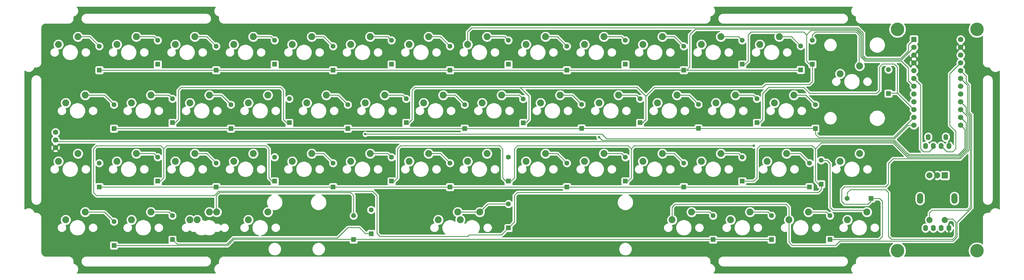
<source format=gbl>
G04 #@! TF.GenerationSoftware,KiCad,Pcbnew,(5.1.10)-1*
G04 #@! TF.CreationDate,2022-03-21T16:41:14+02:00*
G04 #@! TF.ProjectId,Verdantrev01,56657264-616e-4747-9265-7630312e6b69,rev?*
G04 #@! TF.SameCoordinates,Original*
G04 #@! TF.FileFunction,Copper,L2,Bot*
G04 #@! TF.FilePolarity,Positive*
%FSLAX46Y46*%
G04 Gerber Fmt 4.6, Leading zero omitted, Abs format (unit mm)*
G04 Created by KiCad (PCBNEW (5.1.10)-1) date 2022-03-21 16:41:14*
%MOMM*%
%LPD*%
G01*
G04 APERTURE LIST*
G04 #@! TA.AperFunction,ComponentPad*
%ADD10O,1.600000X2.000000*%
G04 #@! TD*
G04 #@! TA.AperFunction,ComponentPad*
%ADD11C,2.000000*%
G04 #@! TD*
G04 #@! TA.AperFunction,ComponentPad*
%ADD12O,2.000000X3.400000*%
G04 #@! TD*
G04 #@! TA.AperFunction,ComponentPad*
%ADD13R,2.000000X2.000000*%
G04 #@! TD*
G04 #@! TA.AperFunction,ComponentPad*
%ADD14R,1.752600X1.752600*%
G04 #@! TD*
G04 #@! TA.AperFunction,ComponentPad*
%ADD15C,1.752600*%
G04 #@! TD*
G04 #@! TA.AperFunction,ComponentPad*
%ADD16C,2.250000*%
G04 #@! TD*
G04 #@! TA.AperFunction,ComponentPad*
%ADD17R,1.600000X1.600000*%
G04 #@! TD*
G04 #@! TA.AperFunction,ComponentPad*
%ADD18C,1.600000*%
G04 #@! TD*
G04 #@! TA.AperFunction,ComponentPad*
%ADD19C,1.750000*%
G04 #@! TD*
G04 #@! TA.AperFunction,ComponentPad*
%ADD20C,4.400000*%
G04 #@! TD*
G04 #@! TA.AperFunction,ViaPad*
%ADD21C,0.800000*%
G04 #@! TD*
G04 #@! TA.AperFunction,Conductor*
%ADD22C,0.250000*%
G04 #@! TD*
G04 #@! TA.AperFunction,Conductor*
%ADD23C,0.254000*%
G04 #@! TD*
G04 #@! TA.AperFunction,Conductor*
%ADD24C,0.100000*%
G04 #@! TD*
G04 APERTURE END LIST*
D10*
X302944993Y-49574999D03*
X305484993Y-49574999D03*
X300404993Y-49574999D03*
X297864993Y-49574999D03*
X297864998Y-76324997D03*
X300404998Y-76324997D03*
X305484998Y-76324997D03*
X302944998Y-76324997D03*
D11*
X299174998Y-73674999D03*
X304174998Y-73674999D03*
D12*
X296074998Y-66674999D03*
X307274998Y-66674999D03*
D11*
X299174998Y-59174999D03*
X301674998Y-59174999D03*
D13*
X304174998Y-59174999D03*
D14*
X294054997Y-14859996D03*
D15*
X294054997Y-17399996D03*
X294054997Y-19939996D03*
X294054997Y-22479996D03*
X294054997Y-25019996D03*
X294054997Y-27559996D03*
X294054997Y-30099996D03*
X294054997Y-32639996D03*
X294054997Y-35179996D03*
X294054997Y-37719996D03*
X294054997Y-40259996D03*
X309294997Y-42799996D03*
X309294997Y-40259996D03*
X309294997Y-37719996D03*
X309294997Y-35179996D03*
X309294997Y-32639996D03*
X309294997Y-30099996D03*
X309294997Y-27559996D03*
X309294997Y-25019996D03*
X309294997Y-22479996D03*
X309294997Y-19939996D03*
X309294997Y-17399996D03*
X294054997Y-42799996D03*
X309294997Y-14859996D03*
D16*
X276383750Y-23495000D03*
X270033750Y-26035000D03*
X276383750Y-52070000D03*
X270033750Y-54610000D03*
X15240000Y-16510000D03*
X21590000Y-13970000D03*
D17*
X261937500Y-43905000D03*
D18*
X261937500Y-36105000D03*
X52387500Y-34200000D03*
D17*
X52387500Y-42000000D03*
D18*
X111442500Y-72300000D03*
D17*
X111442500Y-80100000D03*
D18*
X142875000Y-55155000D03*
D17*
X142875000Y-62955000D03*
D18*
X47625000Y-53250000D03*
D17*
X47625000Y-61050000D03*
D18*
X228600000Y-72300000D03*
D17*
X228600000Y-80100000D03*
X104775000Y-62955000D03*
D18*
X104775000Y-55155000D03*
X238125000Y-15150000D03*
D17*
X238125000Y-22950000D03*
X200025000Y-61050000D03*
D18*
X200025000Y-53250000D03*
X33337500Y-74205000D03*
D17*
X33337500Y-82005000D03*
D18*
X90487500Y-34200000D03*
D17*
X90487500Y-42000000D03*
D18*
X219075000Y-55155000D03*
D17*
X219075000Y-62955000D03*
D18*
X247650000Y-72300000D03*
D17*
X247650000Y-80100000D03*
X85725000Y-22950000D03*
D18*
X85725000Y-15150000D03*
X260985000Y-15150000D03*
D17*
X260985000Y-22950000D03*
D18*
X28575000Y-17055000D03*
D17*
X28575000Y-24855000D03*
X109537500Y-43905000D03*
D18*
X109537500Y-36105000D03*
X128587500Y-34200000D03*
D17*
X128587500Y-42000000D03*
X147637500Y-43905000D03*
D18*
X147637500Y-36105000D03*
X180975000Y-17055000D03*
D17*
X180975000Y-24855000D03*
D18*
X166687500Y-34268750D03*
D17*
X166687500Y-42068750D03*
X185737500Y-43815000D03*
D18*
X185737500Y-36015000D03*
X204787500Y-34200000D03*
D17*
X204787500Y-42000000D03*
X52387500Y-80100000D03*
D18*
X52387500Y-72300000D03*
X260032500Y-55155000D03*
D17*
X260032500Y-62955000D03*
D18*
X180975000Y-55155000D03*
D17*
X180975000Y-62955000D03*
X161925000Y-61050000D03*
D18*
X161925000Y-53250000D03*
X200025000Y-15150000D03*
D17*
X200025000Y-22950000D03*
D18*
X257175000Y-16965000D03*
D17*
X257175000Y-24765000D03*
D18*
X219075000Y-17055000D03*
D17*
X219075000Y-24855000D03*
X47625000Y-22950000D03*
D18*
X47625000Y-15150000D03*
D17*
X242887500Y-42000000D03*
D18*
X242887500Y-34200000D03*
D17*
X104775000Y-24855000D03*
D18*
X104775000Y-17055000D03*
D17*
X263842500Y-62002500D03*
D18*
X263842500Y-54202500D03*
D17*
X71437500Y-43905000D03*
D18*
X71437500Y-36105000D03*
D17*
X223837500Y-43815000D03*
D18*
X223837500Y-36015000D03*
D17*
X285750000Y-32475000D03*
D18*
X285750000Y-24675000D03*
D17*
X28575000Y-62955000D03*
D18*
X28575000Y-55155000D03*
D17*
X238125000Y-61050000D03*
D18*
X238125000Y-53250000D03*
D17*
X161925000Y-76290000D03*
D18*
X161925000Y-68490000D03*
D17*
X123825000Y-22950000D03*
D18*
X123825000Y-15150000D03*
X33337500Y-36105000D03*
D17*
X33337500Y-43905000D03*
X161925000Y-22950000D03*
D18*
X161925000Y-15150000D03*
D17*
X266700000Y-80100000D03*
D18*
X266700000Y-72300000D03*
X123825000Y-53250000D03*
D17*
X123825000Y-61050000D03*
X66675000Y-24855000D03*
D18*
X66675000Y-17055000D03*
X85725000Y-53250000D03*
D17*
X85725000Y-61050000D03*
X142875000Y-24867500D03*
D18*
X142875000Y-17067500D03*
D17*
X66675000Y-62955000D03*
D18*
X66675000Y-55155000D03*
D16*
X254952500Y-33020000D03*
X248602500Y-35560000D03*
X45402500Y-33020000D03*
X39052500Y-35560000D03*
X129540000Y-54610000D03*
X135890000Y-52070000D03*
X40640000Y-52070000D03*
X34290000Y-54610000D03*
X221615000Y-71120000D03*
X215265000Y-73660000D03*
X97790000Y-52070000D03*
X91440000Y-54610000D03*
X224790000Y-16510000D03*
X231140000Y-13970000D03*
X193040000Y-52070000D03*
X186690000Y-54610000D03*
X17621250Y-73660000D03*
X23971250Y-71120000D03*
X83502500Y-33020000D03*
X77152500Y-35560000D03*
X212090000Y-52070000D03*
X205740000Y-54610000D03*
X234315000Y-73660000D03*
X240665000Y-71120000D03*
X72390000Y-16510000D03*
X78740000Y-13970000D03*
X102552500Y-33020000D03*
X96202500Y-35560000D03*
X115252500Y-35560000D03*
X121602500Y-33020000D03*
X140652500Y-33020000D03*
X134302500Y-35560000D03*
X167640000Y-16510000D03*
X173990000Y-13970000D03*
X159702500Y-33020000D03*
X153352500Y-35560000D03*
X172402500Y-35560000D03*
X178752500Y-33020000D03*
X191452500Y-35560000D03*
X197802500Y-33020000D03*
X45402500Y-71120000D03*
X39052500Y-73660000D03*
X246221250Y-54610000D03*
X252571250Y-52070000D03*
X167640000Y-54610000D03*
X173990000Y-52070000D03*
X154940000Y-52070000D03*
X148590000Y-54610000D03*
X186690000Y-16510000D03*
X193040000Y-13970000D03*
X243840000Y-16510000D03*
X250190000Y-13970000D03*
X212090000Y-13970000D03*
X205740000Y-16510000D03*
X34290000Y-16510000D03*
X40640000Y-13970000D03*
X229552500Y-35560000D03*
X235902500Y-33020000D03*
X91440000Y-16510000D03*
X97790000Y-13970000D03*
X272415000Y-73660000D03*
X278765000Y-71120000D03*
X58102500Y-35560000D03*
X64452500Y-33020000D03*
X216852500Y-33020000D03*
X210502500Y-35560000D03*
X21590000Y-52070000D03*
X15240000Y-54610000D03*
X231140000Y-52070000D03*
X224790000Y-54610000D03*
X116840000Y-13970000D03*
X110490000Y-16510000D03*
X23971250Y-33020000D03*
X17621250Y-35560000D03*
X154940000Y-13970000D03*
X148590000Y-16510000D03*
X253365000Y-73660000D03*
X259715000Y-71120000D03*
X116840000Y-52070000D03*
X110490000Y-54610000D03*
X59690000Y-13970000D03*
X53340000Y-16510000D03*
X72390000Y-54610000D03*
X78740000Y-52070000D03*
X129540000Y-16510000D03*
X135890000Y-13970000D03*
X53340000Y-54610000D03*
X59690000Y-52070000D03*
D19*
X14287500Y-50125000D03*
X14287500Y-47625000D03*
X14287500Y-45125000D03*
D20*
X288724999Y-83700003D03*
X314624998Y-11550000D03*
X314624999Y-83700003D03*
X288724998Y-11549997D03*
D17*
X280125000Y-66675000D03*
D18*
X272325000Y-66675000D03*
D17*
X117157500Y-78195000D03*
D18*
X117157500Y-70395000D03*
D16*
X58102500Y-73660000D03*
X64452500Y-71120000D03*
X60482500Y-73660000D03*
X66832500Y-71120000D03*
X77152500Y-73660000D03*
X83502500Y-71120000D03*
X139065000Y-73660000D03*
X145415000Y-71120000D03*
X152563000Y-71117500D03*
X146213000Y-73657500D03*
D10*
X298742500Y-46672500D03*
X304457500Y-46672500D03*
D21*
X38100000Y-28575000D03*
X76200000Y-28575000D03*
X114300000Y-28575000D03*
X152400000Y-28575000D03*
X190500000Y-28575000D03*
X228600000Y-28575000D03*
X273367500Y-38100000D03*
X273367500Y-18097500D03*
X61912500Y-41910000D03*
X38100000Y-60960000D03*
X76200000Y-60960000D03*
X119062500Y-54292500D03*
X152400000Y-60960000D03*
X190500000Y-60960000D03*
X228600000Y-60960000D03*
X132397500Y-76200000D03*
X159067500Y-76200000D03*
X157162500Y-41910000D03*
X195262500Y-41910000D03*
X233362500Y-41910000D03*
X252412500Y-60960000D03*
X228600000Y-22860000D03*
X208597500Y-41910000D03*
X200025000Y-12382500D03*
X276225000Y-60960000D03*
X289560000Y-27622500D03*
X302895000Y-19050000D03*
X19050000Y-28575000D03*
X299085000Y-41910000D03*
X303847500Y-41910000D03*
X310515000Y-59055000D03*
X298132500Y-56197500D03*
X292417500Y-47625000D03*
X115252500Y-45720000D03*
X191452500Y-46672500D03*
X241935000Y-49530000D03*
D22*
X51207500Y-71120000D02*
X52387500Y-72300000D01*
X45402500Y-71120000D02*
X51207500Y-71120000D01*
X258852500Y-33020000D02*
X261937500Y-36105000D01*
X254952500Y-33020000D02*
X258852500Y-33020000D01*
X33337500Y-43905000D02*
X109537500Y-43905000D01*
X109537500Y-43905000D02*
X147637500Y-43905000D01*
X185647500Y-43905000D02*
X185737500Y-43815000D01*
X147637500Y-43905000D02*
X185647500Y-43905000D01*
X261847500Y-43815000D02*
X261937500Y-43905000D01*
X185737500Y-43815000D02*
X261847500Y-43815000D01*
X287537533Y-46777460D02*
X294054997Y-40259996D01*
X262994960Y-46777460D02*
X287537533Y-46777460D01*
X261937500Y-45720000D02*
X262994960Y-46777460D01*
X261937500Y-43905000D02*
X261937500Y-45720000D01*
X51207500Y-33020000D02*
X52387500Y-34200000D01*
X45402500Y-33020000D02*
X51207500Y-33020000D01*
X111442500Y-72300000D02*
X111442500Y-65722500D01*
X111442500Y-65722500D02*
X110490000Y-64770000D01*
X110490000Y-64770000D02*
X67627500Y-64770000D01*
X67627500Y-64770000D02*
X66675000Y-65722500D01*
X66675000Y-70962500D02*
X66832500Y-71120000D01*
X66675000Y-65722500D02*
X66675000Y-70962500D01*
X64452500Y-71120000D02*
X66832500Y-71120000D01*
X111828750Y-80010000D02*
X111918750Y-80100000D01*
X247560000Y-80010000D02*
X247650000Y-80100000D01*
X72390000Y-80010000D02*
X247560000Y-80010000D01*
X70395000Y-82005000D02*
X72390000Y-80010000D01*
X33337500Y-82005000D02*
X70395000Y-82005000D01*
X139790000Y-52070000D02*
X142875000Y-55155000D01*
X135890000Y-52070000D02*
X139790000Y-52070000D01*
X28575000Y-62955000D02*
X142875000Y-62955000D01*
X142875000Y-62955000D02*
X219075000Y-62955000D01*
X219075000Y-62955000D02*
X260032500Y-62955000D01*
X46445000Y-52070000D02*
X47625000Y-53250000D01*
X40640000Y-52070000D02*
X46445000Y-52070000D01*
X101690000Y-52070000D02*
X104775000Y-55155000D01*
X97790000Y-52070000D02*
X101690000Y-52070000D01*
X236945000Y-13970000D02*
X238125000Y-15150000D01*
X231140000Y-13970000D02*
X236945000Y-13970000D01*
X257085000Y-24855000D02*
X257175000Y-24765000D01*
X28575000Y-24855000D02*
X257085000Y-24855000D01*
X278316400Y-21457490D02*
X289997504Y-21457489D01*
X275645302Y-11482482D02*
X277125020Y-12962200D01*
X277125020Y-12962200D02*
X277125020Y-20266110D01*
X222832519Y-11482481D02*
X275645302Y-11482482D01*
X220980000Y-13335000D02*
X222832519Y-11482481D01*
X220980000Y-23812500D02*
X220980000Y-13335000D01*
X289997504Y-21457489D02*
X294054997Y-17399996D01*
X277125020Y-20266110D02*
X278316400Y-21457490D01*
X219937500Y-24855000D02*
X220980000Y-23812500D01*
X219075000Y-24855000D02*
X219937500Y-24855000D01*
X198845000Y-52070000D02*
X200025000Y-53250000D01*
X193040000Y-52070000D02*
X198845000Y-52070000D01*
X30252500Y-71120000D02*
X33337500Y-74205000D01*
X23971250Y-71120000D02*
X30252500Y-71120000D01*
X215990000Y-52070000D02*
X219075000Y-55155000D01*
X212090000Y-52070000D02*
X215990000Y-52070000D01*
X246470000Y-71120000D02*
X247650000Y-72300000D01*
X240665000Y-71120000D02*
X246470000Y-71120000D01*
X84545000Y-13970000D02*
X85725000Y-15150000D01*
X78740000Y-13970000D02*
X84545000Y-13970000D01*
X260985000Y-15150000D02*
X260985000Y-13335000D01*
X260985000Y-13335000D02*
X261937500Y-12382500D01*
X261937500Y-12382500D02*
X275272500Y-12382500D01*
X275272500Y-12382500D02*
X276225000Y-13335000D01*
X276225000Y-23336250D02*
X276383750Y-23495000D01*
X276225000Y-13335000D02*
X276225000Y-23336250D01*
X25490000Y-13970000D02*
X28575000Y-17055000D01*
X21590000Y-13970000D02*
X25490000Y-13970000D01*
X106452500Y-33020000D02*
X109537500Y-36105000D01*
X102552500Y-33020000D02*
X106452500Y-33020000D01*
X127407500Y-33020000D02*
X128587500Y-34200000D01*
X121602500Y-33020000D02*
X127407500Y-33020000D01*
X144552500Y-33020000D02*
X147637500Y-36105000D01*
X140652500Y-33020000D02*
X144552500Y-33020000D01*
X177890000Y-13970000D02*
X180975000Y-17055000D01*
X173990000Y-13970000D02*
X177890000Y-13970000D01*
X165438750Y-33020000D02*
X166687500Y-34268750D01*
X159702500Y-33020000D02*
X165438750Y-33020000D01*
X182742500Y-33020000D02*
X185737500Y-36015000D01*
X178752500Y-33020000D02*
X182742500Y-33020000D01*
X203607500Y-33020000D02*
X204787500Y-34200000D01*
X197802500Y-33020000D02*
X203607500Y-33020000D01*
X177890000Y-52070000D02*
X180975000Y-55155000D01*
X173990000Y-52070000D02*
X177890000Y-52070000D01*
X198845000Y-13970000D02*
X200025000Y-15150000D01*
X193040000Y-13970000D02*
X198845000Y-13970000D01*
X254180000Y-13970000D02*
X257175000Y-16965000D01*
X250190000Y-13970000D02*
X254180000Y-13970000D01*
X215990000Y-13970000D02*
X219075000Y-17055000D01*
X212090000Y-13970000D02*
X215990000Y-13970000D01*
X46445000Y-13970000D02*
X47625000Y-15150000D01*
X40640000Y-13970000D02*
X46445000Y-13970000D01*
X241707500Y-33020000D02*
X242887500Y-34200000D01*
X235902500Y-33020000D02*
X241707500Y-33020000D01*
X101690000Y-13970000D02*
X104775000Y-17055000D01*
X97790000Y-13970000D02*
X101690000Y-13970000D01*
X266700000Y-69532500D02*
X267652500Y-70485000D01*
X278130000Y-70485000D02*
X278765000Y-71120000D01*
X267652500Y-70485000D02*
X278130000Y-70485000D01*
X266700000Y-69532500D02*
X266700000Y-55245000D01*
X266700000Y-55245000D02*
X265747500Y-54292500D01*
X263932500Y-54292500D02*
X263842500Y-54202500D01*
X265747500Y-54292500D02*
X263932500Y-54292500D01*
X68352500Y-33020000D02*
X71437500Y-36105000D01*
X64452500Y-33020000D02*
X68352500Y-33020000D01*
X220842500Y-33020000D02*
X223837500Y-36015000D01*
X216852500Y-33020000D02*
X220842500Y-33020000D01*
X236945000Y-52070000D02*
X238125000Y-53250000D01*
X231140000Y-52070000D02*
X236945000Y-52070000D01*
X152560500Y-71120000D02*
X152563000Y-71117500D01*
X145415000Y-71120000D02*
X152560500Y-71120000D01*
X155190500Y-68490000D02*
X152563000Y-71117500D01*
X161925000Y-68490000D02*
X155190500Y-68490000D01*
X122645000Y-13970000D02*
X123825000Y-15150000D01*
X116840000Y-13970000D02*
X122645000Y-13970000D01*
X30252500Y-33020000D02*
X33337500Y-36105000D01*
X23971250Y-33020000D02*
X30252500Y-33020000D01*
X160745000Y-13970000D02*
X161925000Y-15150000D01*
X154940000Y-13970000D02*
X160745000Y-13970000D01*
X265520000Y-71120000D02*
X266700000Y-72300000D01*
X259715000Y-71120000D02*
X265520000Y-71120000D01*
X122645000Y-52070000D02*
X123825000Y-53250000D01*
X116840000Y-52070000D02*
X122645000Y-52070000D01*
X63590000Y-13970000D02*
X66675000Y-17055000D01*
X59690000Y-13970000D02*
X63590000Y-13970000D01*
X139777500Y-13970000D02*
X142875000Y-17067500D01*
X135890000Y-13970000D02*
X139777500Y-13970000D01*
X63590000Y-52070000D02*
X66675000Y-55155000D01*
X59690000Y-52070000D02*
X63590000Y-52070000D01*
X287723934Y-47227469D02*
X292151407Y-42799996D01*
X292151407Y-42799996D02*
X294054997Y-42799996D01*
X192405000Y-45720000D02*
X193912470Y-47227470D01*
X193912470Y-47227470D02*
X287723934Y-47227469D01*
X115252500Y-45720000D02*
X192405000Y-45720000D01*
X299174998Y-73674999D02*
X299174998Y-71347502D01*
X299174998Y-71347502D02*
X300037500Y-70485000D01*
X300037500Y-70485000D02*
X311467500Y-70485000D01*
X311467500Y-70485000D02*
X312440028Y-69512470D01*
X312440028Y-69512470D02*
X312440028Y-39592207D01*
X312440028Y-39592207D02*
X311540010Y-38692189D01*
X311540010Y-29805009D02*
X309294997Y-27559996D01*
X311540010Y-38692189D02*
X311540010Y-29805009D01*
X309562500Y-43067499D02*
X309294997Y-42799996D01*
X310639990Y-44144989D02*
X309294997Y-42799996D01*
X310639990Y-50357510D02*
X310639990Y-44144989D01*
X308610000Y-52387500D02*
X310639990Y-50357510D01*
X292417500Y-52387500D02*
X308610000Y-52387500D01*
X287707480Y-47677480D02*
X292417500Y-52387500D01*
X192457480Y-47677480D02*
X287707480Y-47677480D01*
X191452500Y-46672500D02*
X192457480Y-47677480D01*
X289811103Y-21007480D02*
X292260000Y-18558583D01*
X292260000Y-16654993D02*
X294054997Y-14859996D01*
X278502800Y-21007480D02*
X289811103Y-21007480D01*
X277575030Y-20079710D02*
X278502800Y-21007480D01*
X277575030Y-12775800D02*
X277575030Y-20079710D01*
X275831703Y-11032473D02*
X277575030Y-12775800D01*
X292260000Y-18558583D02*
X292260000Y-16654993D01*
X149940028Y-11032472D02*
X275831703Y-11032473D01*
X148590000Y-12382500D02*
X149940028Y-11032472D01*
X148590000Y-16510000D02*
X148590000Y-12382500D01*
X215265000Y-73660000D02*
X215265000Y-69532500D01*
X215265000Y-69532500D02*
X216217500Y-68580000D01*
X216217500Y-68580000D02*
X252412500Y-68580000D01*
X253365000Y-69532500D02*
X253365000Y-73660000D01*
X252412500Y-68580000D02*
X253365000Y-69532500D01*
X253365000Y-73660000D02*
X253365000Y-80962500D01*
X253365000Y-80962500D02*
X254317500Y-81915000D01*
X254317500Y-81915000D02*
X268605000Y-81915000D01*
X312890037Y-39405806D02*
X311990020Y-38505789D01*
X268605000Y-81915000D02*
X269969990Y-80550010D01*
X269969990Y-80550010D02*
X306801400Y-80550010D01*
X312890038Y-69698870D02*
X312890037Y-39405806D01*
X306801400Y-80550010D02*
X308107510Y-79243900D01*
X308107510Y-79243900D02*
X308107510Y-74481398D01*
X311090000Y-28718589D02*
X311090000Y-26814999D01*
X311090000Y-26814999D02*
X309294997Y-25019996D01*
X308107510Y-74481398D02*
X312890038Y-69698870D01*
X311990020Y-38505789D02*
X311990019Y-29618608D01*
X311990019Y-29618608D02*
X311090000Y-28718589D01*
X287521080Y-48127490D02*
X292231100Y-52837510D01*
X14789990Y-48127490D02*
X287521080Y-48127490D01*
X14287500Y-47625000D02*
X14789990Y-48127490D01*
X292231100Y-52837510D02*
X308796401Y-52837509D01*
X308796401Y-52837509D02*
X311090000Y-50543910D01*
X311090000Y-42054999D02*
X309294997Y-40259996D01*
X311090000Y-50543910D02*
X311090000Y-42054999D01*
X294054997Y-27559996D02*
X296227500Y-29732499D01*
X296227500Y-29732499D02*
X296227500Y-50482500D01*
X296227500Y-50482500D02*
X297180000Y-51435000D01*
X297180000Y-51435000D02*
X299085000Y-51435000D01*
X300404993Y-50115007D02*
X300404993Y-49574999D01*
X299085000Y-51435000D02*
X300404993Y-50115007D01*
X304507497Y-73342500D02*
X304174998Y-73674999D01*
X307657500Y-74295000D02*
X306705000Y-73342500D01*
X307657500Y-79057500D02*
X307657500Y-74295000D01*
X306705000Y-80010000D02*
X307657500Y-79057500D01*
X286702500Y-80010000D02*
X306705000Y-80010000D01*
X285750000Y-79057500D02*
X286702500Y-80010000D01*
X285750000Y-64770000D02*
X285750000Y-79057500D01*
X306705000Y-73342500D02*
X304507497Y-73342500D01*
X284797500Y-63817500D02*
X285750000Y-64770000D01*
X273367500Y-63817500D02*
X284797500Y-63817500D01*
X272325000Y-64860000D02*
X273367500Y-63817500D01*
X272325000Y-66675000D02*
X272325000Y-64860000D01*
X256947500Y-52070000D02*
X260032500Y-55155000D01*
X252571250Y-52070000D02*
X256947500Y-52070000D01*
X227420000Y-71120000D02*
X228600000Y-72300000D01*
X221615000Y-71120000D02*
X227420000Y-71120000D01*
X266700000Y-80100000D02*
X282802500Y-80100000D01*
X282802500Y-80100000D02*
X283845000Y-79057500D01*
X283845000Y-79057500D02*
X283845000Y-67627500D01*
X282892500Y-66675000D02*
X280125000Y-66675000D01*
X283845000Y-67627500D02*
X282892500Y-66675000D01*
X52387500Y-80100000D02*
X52477500Y-80100000D01*
X52477500Y-80100000D02*
X53932490Y-81554990D01*
X53932490Y-81554990D02*
X70208600Y-81554990D01*
X70208600Y-81554990D02*
X72203600Y-79559990D01*
X72203600Y-79559990D02*
X106177510Y-79559990D01*
X106177510Y-79559990D02*
X109537500Y-76200000D01*
X109537500Y-76200000D02*
X113347500Y-76200000D01*
X113347500Y-76200000D02*
X115252500Y-78105000D01*
X117067500Y-78105000D02*
X117157500Y-78195000D01*
X115252500Y-78105000D02*
X117067500Y-78105000D01*
X311090000Y-36974999D02*
X309294997Y-35179996D01*
X311990019Y-39778608D02*
X311090000Y-38878589D01*
X311090000Y-38878589D02*
X311090000Y-36974999D01*
X270510000Y-67627500D02*
X270510000Y-63817500D01*
X280125000Y-66675000D02*
X280125000Y-67537500D01*
X280125000Y-67537500D02*
X279082500Y-68580000D01*
X279082500Y-68580000D02*
X271462500Y-68580000D01*
X271462500Y-68580000D02*
X270510000Y-67627500D01*
X285750000Y-61912500D02*
X285750000Y-55245000D01*
X270510000Y-63817500D02*
X271462500Y-62865000D01*
X271462500Y-62865000D02*
X284797500Y-62865000D01*
X284797500Y-62865000D02*
X285750000Y-61912500D01*
X285750000Y-55245000D02*
X287257473Y-53737527D01*
X287257473Y-53737527D02*
X309169203Y-53737527D01*
X309169203Y-53737527D02*
X311990020Y-50916710D01*
X311990020Y-50916710D02*
X311990019Y-39778608D01*
X52387500Y-42000000D02*
X53250000Y-42000000D01*
X53250000Y-42000000D02*
X54292500Y-40957500D01*
X54292500Y-40957500D02*
X54292500Y-31432500D01*
X54292500Y-31432500D02*
X55245000Y-30480000D01*
X55245000Y-30480000D02*
X87630000Y-30480000D01*
X87630000Y-30480000D02*
X88582500Y-31432500D01*
X88582500Y-31432500D02*
X88582500Y-40957500D01*
X89625000Y-42000000D02*
X90487500Y-42000000D01*
X88582500Y-40957500D02*
X89625000Y-42000000D01*
X123825000Y-61050000D02*
X124687500Y-61050000D01*
X124687500Y-61050000D02*
X125730000Y-60007500D01*
X125730000Y-60007500D02*
X125730000Y-50482500D01*
X125730000Y-50482500D02*
X126682500Y-49530000D01*
X126682500Y-49530000D02*
X159067500Y-49530000D01*
X159067500Y-49530000D02*
X160020000Y-50482500D01*
X160020000Y-50482500D02*
X160020000Y-60007500D01*
X161062500Y-61050000D02*
X161925000Y-61050000D01*
X160020000Y-60007500D02*
X161062500Y-61050000D01*
X161925000Y-61050000D02*
X162787500Y-61050000D01*
X162787500Y-61050000D02*
X163830000Y-60007500D01*
X163830000Y-60007500D02*
X163830000Y-50482500D01*
X163830000Y-50482500D02*
X164782500Y-49530000D01*
X164782500Y-49530000D02*
X200977500Y-49530000D01*
X200977500Y-49530000D02*
X201930000Y-50482500D01*
X201930000Y-50482500D02*
X201930000Y-60007500D01*
X200887500Y-61050000D02*
X200025000Y-61050000D01*
X201930000Y-60007500D02*
X200887500Y-61050000D01*
X202882500Y-49530000D02*
X239077500Y-49530000D01*
X201930000Y-50482500D02*
X202882500Y-49530000D01*
X239077500Y-49530000D02*
X241935000Y-49530000D01*
X285840000Y-32385000D02*
X285750000Y-32475000D01*
X242887500Y-42000000D02*
X243750000Y-42000000D01*
X281940000Y-32385000D02*
X282892500Y-31432500D01*
X243750000Y-42000000D02*
X244792500Y-40957500D01*
X246697500Y-30480000D02*
X258127500Y-30480000D01*
X244792500Y-32385000D02*
X246697500Y-30480000D01*
X258127500Y-30480000D02*
X260032500Y-32385000D01*
X260032500Y-32385000D02*
X281940000Y-32385000D01*
X282892500Y-31432500D02*
X282892500Y-23812500D01*
X244792500Y-40957500D02*
X244792500Y-32385000D01*
X283845000Y-22860000D02*
X287655000Y-22860000D01*
X282892500Y-23812500D02*
X283845000Y-22860000D01*
X287655000Y-22860000D02*
X288607500Y-23812500D01*
X288607500Y-23812500D02*
X288607500Y-31432500D01*
X293674993Y-38100000D02*
X294054997Y-37719996D01*
X288607500Y-32272499D02*
X288607500Y-31432500D01*
X294054997Y-37719996D02*
X288607500Y-32272499D01*
X285952501Y-32272499D02*
X285750000Y-32475000D01*
X288607500Y-32272499D02*
X285952501Y-32272499D01*
X47625000Y-61050000D02*
X48487500Y-61050000D01*
X48487500Y-61050000D02*
X49530000Y-60007500D01*
X49530000Y-60007500D02*
X49530000Y-50482500D01*
X49530000Y-50482500D02*
X50482500Y-49530000D01*
X50482500Y-49530000D02*
X82867500Y-49530000D01*
X82867500Y-49530000D02*
X83820000Y-50482500D01*
X83820000Y-50482500D02*
X83820000Y-60007500D01*
X84862500Y-61050000D02*
X85725000Y-61050000D01*
X83820000Y-60007500D02*
X84862500Y-61050000D01*
X163830000Y-65722500D02*
X164782500Y-64770000D01*
X164782500Y-64770000D02*
X262890000Y-64770000D01*
X263842500Y-63817500D02*
X263842500Y-62002500D01*
X262890000Y-64770000D02*
X263842500Y-63817500D01*
X66038590Y-65722500D02*
X27622500Y-65722500D01*
X26670000Y-64770000D02*
X26670000Y-50482500D01*
X119062500Y-78105000D02*
X119062500Y-65722500D01*
X119062500Y-65722500D02*
X117659990Y-64319990D01*
X117659990Y-64319990D02*
X67441099Y-64319991D01*
X67441099Y-64319991D02*
X66038590Y-65722500D01*
X48577500Y-49530000D02*
X49530000Y-50482500D01*
X27622500Y-65722500D02*
X26670000Y-64770000D01*
X120015000Y-79057500D02*
X119062500Y-78105000D01*
X27622500Y-49530000D02*
X48577500Y-49530000D01*
X26670000Y-50482500D02*
X27622500Y-49530000D01*
X159698599Y-78516401D02*
X161925000Y-76290000D01*
X149131099Y-78516401D02*
X159698599Y-78516401D01*
X148590000Y-79057500D02*
X149131099Y-78516401D01*
X120015000Y-79057500D02*
X148590000Y-79057500D01*
X163830000Y-74385000D02*
X163830000Y-65722500D01*
X161925000Y-76290000D02*
X163830000Y-74385000D01*
X262980000Y-62002500D02*
X263842500Y-62002500D01*
X243840000Y-49530000D02*
X260985000Y-49530000D01*
X260985000Y-49530000D02*
X261937500Y-50482500D01*
X242887500Y-50482500D02*
X243840000Y-49530000D01*
X261937500Y-60960000D02*
X262980000Y-62002500D01*
X242887500Y-60007500D02*
X242887500Y-50482500D01*
X261937500Y-50482500D02*
X261937500Y-60960000D01*
X241845000Y-61050000D02*
X242887500Y-60007500D01*
X238125000Y-61050000D02*
X241845000Y-61050000D01*
X287334680Y-48577500D02*
X292044701Y-53287519D01*
X263842500Y-48577500D02*
X287334680Y-48577500D01*
X261937500Y-50482500D02*
X263842500Y-48577500D01*
X292044701Y-53287519D02*
X308982802Y-53287518D01*
X308982802Y-53287518D02*
X311540010Y-50730310D01*
X311540010Y-39965009D02*
X309294997Y-37719996D01*
X311540010Y-50730310D02*
X311540010Y-39965009D01*
X260122500Y-22950000D02*
X260985000Y-22950000D01*
X259080000Y-21907500D02*
X260122500Y-22950000D01*
X205650000Y-42000000D02*
X204787500Y-42000000D01*
X203835000Y-30480000D02*
X206692500Y-33337500D01*
X130492500Y-31432500D02*
X131445000Y-30480000D01*
X206692500Y-33337500D02*
X206692500Y-40957500D01*
X130492500Y-40957500D02*
X130492500Y-31432500D01*
X129450000Y-42000000D02*
X130492500Y-40957500D01*
X206692500Y-40957500D02*
X205650000Y-42000000D01*
X128587500Y-42000000D02*
X129450000Y-42000000D01*
X166687500Y-42068750D02*
X167481250Y-42068750D01*
X167481250Y-42068750D02*
X168592500Y-40957500D01*
X168592500Y-33337500D02*
X165735000Y-30480000D01*
X168592500Y-40957500D02*
X168592500Y-33337500D01*
X165735000Y-30480000D02*
X203835000Y-30480000D01*
X131445000Y-30480000D02*
X165735000Y-30480000D01*
X260985000Y-28575000D02*
X260985000Y-22950000D01*
X260032500Y-29527500D02*
X260985000Y-28575000D01*
X245745000Y-29527500D02*
X260032500Y-29527500D01*
X244792500Y-30480000D02*
X245745000Y-29527500D01*
X209550000Y-30480000D02*
X244792500Y-30480000D01*
X206692500Y-33337500D02*
X209550000Y-30480000D01*
X238125000Y-22950000D02*
X238987500Y-22950000D01*
X238987500Y-22950000D02*
X240030000Y-21907500D01*
X240030000Y-21907500D02*
X240030000Y-13335000D01*
X240030000Y-13335000D02*
X240982500Y-12382500D01*
X240982500Y-12382500D02*
X258127500Y-12382500D01*
X259080000Y-13335000D02*
X259080000Y-21907500D01*
X258127500Y-12382500D02*
X259080000Y-13335000D01*
X276675010Y-20452510D02*
X278130000Y-21907500D01*
X275458901Y-11932491D02*
X276675010Y-13148600D01*
X260482510Y-11932490D02*
X275458901Y-11932491D01*
X276675010Y-13148600D02*
X276675010Y-20452510D01*
X259080000Y-13335000D02*
X260482510Y-11932490D01*
X278130000Y-21907500D02*
X289977500Y-21907500D01*
X289977500Y-21907500D02*
X292260000Y-24190000D01*
X292260000Y-28304999D02*
X294054997Y-30099996D01*
X292260000Y-24190000D02*
X292260000Y-28304999D01*
X302944993Y-49574999D02*
X302944993Y-49480007D01*
X305752500Y-26022493D02*
X306705000Y-25069993D01*
X305752500Y-42862500D02*
X305752500Y-26022493D01*
X307657500Y-44767500D02*
X305752500Y-42862500D01*
X307657500Y-50482500D02*
X307657500Y-44767500D01*
X306705000Y-25069993D02*
X309294997Y-22479996D01*
X306705000Y-51435000D02*
X307657500Y-50482500D01*
X304800000Y-51435000D02*
X306705000Y-51435000D01*
X304800000Y-51430006D02*
X304800000Y-51435000D01*
X302944993Y-49574999D02*
X304800000Y-51430006D01*
D23*
X273947694Y-4305716D02*
X273904233Y-4356144D01*
X273898382Y-4364575D01*
X273766215Y-4557917D01*
X273734152Y-4616346D01*
X273701307Y-4674266D01*
X273697206Y-4683673D01*
X273605110Y-4899003D01*
X273585010Y-4962534D01*
X273564037Y-5025742D01*
X273561840Y-5035767D01*
X273513322Y-5264885D01*
X273505945Y-5331105D01*
X273497648Y-5397192D01*
X273497441Y-5407452D01*
X273494350Y-5641629D01*
X273499980Y-5708059D01*
X273504674Y-5774461D01*
X273506463Y-5784566D01*
X273548917Y-6014884D01*
X273567336Y-6078934D01*
X273584842Y-6143174D01*
X273588560Y-6152739D01*
X273674940Y-6370426D01*
X273705453Y-6429686D01*
X273735104Y-6489303D01*
X273740609Y-6497964D01*
X273867627Y-6694726D01*
X273909066Y-6746927D01*
X273949730Y-6799647D01*
X273956812Y-6807074D01*
X274119628Y-6975418D01*
X274170434Y-7018590D01*
X274220551Y-7062397D01*
X274228936Y-7068303D01*
X274228939Y-7068305D01*
X274228941Y-7068306D01*
X274421355Y-7201819D01*
X274479542Y-7234280D01*
X274537249Y-7267539D01*
X274546627Y-7271706D01*
X274761310Y-7365303D01*
X274824724Y-7385854D01*
X274887760Y-7407259D01*
X274897764Y-7409524D01*
X274897770Y-7409526D01*
X274897776Y-7409527D01*
X274989999Y-7429730D01*
X274989998Y-8086110D01*
X274993090Y-8117509D01*
X274993048Y-8123598D01*
X274994049Y-8133812D01*
X275014450Y-8327908D01*
X275027850Y-8393189D01*
X275040329Y-8458603D01*
X275043293Y-8468421D01*
X275043294Y-8468425D01*
X275043295Y-8468427D01*
X275101007Y-8654864D01*
X275126845Y-8716328D01*
X275151777Y-8778038D01*
X275156594Y-8787099D01*
X275249421Y-8958777D01*
X275286691Y-9014032D01*
X275323150Y-9069747D01*
X275329635Y-9077700D01*
X275454038Y-9228077D01*
X275501329Y-9275039D01*
X275547918Y-9322614D01*
X275555825Y-9329156D01*
X275707068Y-9452506D01*
X275762607Y-9489406D01*
X275817519Y-9527005D01*
X275826541Y-9531883D01*
X275826548Y-9531888D01*
X275826556Y-9531891D01*
X275998867Y-9623511D01*
X276060497Y-9648913D01*
X276121689Y-9675140D01*
X276131484Y-9678173D01*
X276131490Y-9678175D01*
X276131496Y-9678176D01*
X276318329Y-9734584D01*
X276383694Y-9747527D01*
X276448840Y-9761373D01*
X276459042Y-9762446D01*
X276459046Y-9762446D01*
X276650209Y-9781189D01*
X276688893Y-9784999D01*
X286494708Y-9784998D01*
X286212654Y-10207121D01*
X285998946Y-10723058D01*
X285889998Y-11270774D01*
X285889998Y-11829220D01*
X285998946Y-12376936D01*
X286212654Y-12892873D01*
X286522910Y-13357204D01*
X286917791Y-13752085D01*
X287382122Y-14062341D01*
X287898059Y-14276049D01*
X288445775Y-14384997D01*
X289004221Y-14384997D01*
X289551937Y-14276049D01*
X290067874Y-14062341D01*
X290532205Y-13752085D01*
X290927086Y-13357204D01*
X291237342Y-12892873D01*
X291451050Y-12376936D01*
X291559998Y-11829220D01*
X291559998Y-11270774D01*
X291451050Y-10723058D01*
X291237342Y-10207121D01*
X290955288Y-9784998D01*
X312394711Y-9784995D01*
X312112654Y-10207124D01*
X311898946Y-10723061D01*
X311789998Y-11270777D01*
X311789998Y-11829223D01*
X311898946Y-12376939D01*
X312112654Y-12892876D01*
X312422910Y-13357207D01*
X312817791Y-13752088D01*
X313282122Y-14062344D01*
X313798059Y-14276052D01*
X314345775Y-14385000D01*
X314904221Y-14385000D01*
X315451937Y-14276052D01*
X315967874Y-14062344D01*
X316389995Y-13780292D01*
X316389998Y-22361109D01*
X316393090Y-22392499D01*
X316393047Y-22398608D01*
X316394048Y-22408821D01*
X316414450Y-22602918D01*
X316427847Y-22668180D01*
X316440327Y-22733604D01*
X316443293Y-22743429D01*
X316501005Y-22929867D01*
X316526832Y-22991306D01*
X316551778Y-23053049D01*
X316556596Y-23062110D01*
X316649423Y-23233787D01*
X316686671Y-23289009D01*
X316723151Y-23344756D01*
X316729637Y-23352709D01*
X316854041Y-23503086D01*
X316901333Y-23550048D01*
X316947919Y-23597620D01*
X316955826Y-23604162D01*
X317107069Y-23727512D01*
X317162622Y-23764421D01*
X317217524Y-23802013D01*
X317226540Y-23806888D01*
X317226549Y-23806894D01*
X317226558Y-23806898D01*
X317398873Y-23898518D01*
X317460494Y-23923916D01*
X317521690Y-23950145D01*
X317531493Y-23953180D01*
X317718329Y-24009589D01*
X317783716Y-24022536D01*
X317848841Y-24036378D01*
X317859041Y-24037450D01*
X317859044Y-24037451D01*
X317859047Y-24037451D01*
X318048190Y-24055996D01*
X318088897Y-24060005D01*
X318744727Y-24060003D01*
X318762151Y-24140993D01*
X318782031Y-24203129D01*
X318800813Y-24265625D01*
X318804778Y-24275090D01*
X318896766Y-24490469D01*
X318928796Y-24548907D01*
X318959986Y-24607746D01*
X318965714Y-24616262D01*
X319097785Y-24809670D01*
X319140555Y-24860772D01*
X319182579Y-24912432D01*
X319189851Y-24919673D01*
X319356972Y-25083745D01*
X319408860Y-25125572D01*
X319460110Y-25168080D01*
X319468650Y-25173769D01*
X319468652Y-25173771D01*
X319468655Y-25173772D01*
X319664459Y-25302258D01*
X319723478Y-25333208D01*
X319782017Y-25364956D01*
X319791500Y-25368879D01*
X320008536Y-25456886D01*
X320072436Y-25475781D01*
X320136028Y-25495554D01*
X320146091Y-25497560D01*
X320146095Y-25497561D01*
X320146099Y-25497561D01*
X320376087Y-25541736D01*
X320442448Y-25547860D01*
X320508664Y-25554905D01*
X320518926Y-25554918D01*
X320518927Y-25554918D01*
X320753122Y-25553580D01*
X320819392Y-25546700D01*
X320885734Y-25540747D01*
X320895795Y-25538768D01*
X320895802Y-25538767D01*
X320895808Y-25538765D01*
X321125280Y-25491964D01*
X321188951Y-25472343D01*
X321252874Y-25453617D01*
X321262367Y-25449719D01*
X321478381Y-25359236D01*
X321537025Y-25327622D01*
X321596090Y-25296840D01*
X321604645Y-25291172D01*
X321798972Y-25160456D01*
X321850409Y-25118013D01*
X321889997Y-25086266D01*
X321890002Y-70165052D01*
X321869288Y-70147698D01*
X321818860Y-70104237D01*
X321810429Y-70098386D01*
X321617087Y-69966219D01*
X321558682Y-69934169D01*
X321500741Y-69901312D01*
X321491334Y-69897211D01*
X321276004Y-69805114D01*
X321212452Y-69785007D01*
X321149261Y-69764040D01*
X321139237Y-69761843D01*
X320910117Y-69713325D01*
X320843906Y-69705949D01*
X320777811Y-69697651D01*
X320767552Y-69697444D01*
X320767551Y-69697444D01*
X320533374Y-69694353D01*
X320466977Y-69699980D01*
X320400543Y-69704676D01*
X320390438Y-69706466D01*
X320160118Y-69748920D01*
X320096069Y-69767339D01*
X320031826Y-69784846D01*
X320022261Y-69788564D01*
X319804575Y-69874944D01*
X319745346Y-69905440D01*
X319685700Y-69935106D01*
X319677039Y-69940611D01*
X319480276Y-70067629D01*
X319428048Y-70109089D01*
X319375354Y-70149733D01*
X319367932Y-70156811D01*
X319367926Y-70156816D01*
X319367922Y-70156821D01*
X319199582Y-70319633D01*
X319156410Y-70370438D01*
X319112603Y-70420556D01*
X319106693Y-70428946D01*
X318973181Y-70621359D01*
X318940732Y-70679524D01*
X318907462Y-70737251D01*
X318903295Y-70746629D01*
X318809697Y-70961312D01*
X318789146Y-71024725D01*
X318767740Y-71087764D01*
X318765473Y-71097773D01*
X318745268Y-71190005D01*
X318088898Y-71190002D01*
X318057499Y-71193095D01*
X318051402Y-71193052D01*
X318041188Y-71194053D01*
X317847091Y-71214454D01*
X317781835Y-71227849D01*
X317716405Y-71240330D01*
X317706581Y-71243296D01*
X317520143Y-71301007D01*
X317458677Y-71326844D01*
X317396960Y-71351780D01*
X317387907Y-71356593D01*
X317387904Y-71356594D01*
X317387903Y-71356595D01*
X317387899Y-71356597D01*
X317216221Y-71449423D01*
X317160951Y-71486704D01*
X317105255Y-71523150D01*
X317097302Y-71529636D01*
X317097299Y-71529638D01*
X317097296Y-71529641D01*
X316946923Y-71654039D01*
X316899945Y-71701346D01*
X316852387Y-71747918D01*
X316845845Y-71755825D01*
X316722494Y-71907068D01*
X316685637Y-71962543D01*
X316647993Y-72017520D01*
X316643112Y-72026547D01*
X316551487Y-72198869D01*
X316526096Y-72260472D01*
X316499858Y-72321690D01*
X316496823Y-72331493D01*
X316440414Y-72518329D01*
X316427466Y-72583721D01*
X316413625Y-72648837D01*
X316412552Y-72659043D01*
X316393507Y-72853277D01*
X316389999Y-72888899D01*
X316390000Y-81469714D01*
X315967875Y-81187659D01*
X315451938Y-80973951D01*
X314904222Y-80865003D01*
X314345776Y-80865003D01*
X313798060Y-80973951D01*
X313282123Y-81187659D01*
X312817792Y-81497915D01*
X312422911Y-81892796D01*
X312112655Y-82357127D01*
X311898947Y-82873064D01*
X311789999Y-83420780D01*
X311789999Y-83979226D01*
X311898947Y-84526942D01*
X312112655Y-85042879D01*
X312394710Y-85465005D01*
X290955288Y-85465004D01*
X291237343Y-85042879D01*
X291451051Y-84526942D01*
X291559999Y-83979226D01*
X291559999Y-83420780D01*
X291451051Y-82873064D01*
X291237343Y-82357127D01*
X290927087Y-81892796D01*
X290532206Y-81497915D01*
X290250986Y-81310010D01*
X306764078Y-81310010D01*
X306801400Y-81313686D01*
X306838722Y-81310010D01*
X306838733Y-81310010D01*
X306950386Y-81299013D01*
X307093647Y-81255556D01*
X307225676Y-81184984D01*
X307341401Y-81090011D01*
X307365203Y-81061008D01*
X308618519Y-79807694D01*
X308647511Y-79783901D01*
X308671305Y-79754908D01*
X308671309Y-79754904D01*
X308729321Y-79684215D01*
X308742484Y-79668176D01*
X308813056Y-79536147D01*
X308856513Y-79392886D01*
X308867510Y-79281233D01*
X308867510Y-79281224D01*
X308871186Y-79243901D01*
X308867510Y-79206578D01*
X308867510Y-74796199D01*
X313401046Y-70262664D01*
X313430039Y-70238870D01*
X313453833Y-70209877D01*
X313453837Y-70209873D01*
X313525012Y-70123147D01*
X313595584Y-69991117D01*
X313619330Y-69912833D01*
X313639041Y-69847855D01*
X313650038Y-69736202D01*
X313650038Y-69736193D01*
X313653714Y-69698870D01*
X313650038Y-69661547D01*
X313650038Y-67161109D01*
X316389996Y-67161109D01*
X316393089Y-67192508D01*
X316393046Y-67198603D01*
X316394047Y-67208817D01*
X316414448Y-67402913D01*
X316427843Y-67468170D01*
X316440326Y-67533607D01*
X316443292Y-67543431D01*
X316501005Y-67729869D01*
X316526832Y-67791309D01*
X316551775Y-67853044D01*
X316556592Y-67862105D01*
X316649419Y-68033783D01*
X316686680Y-68089025D01*
X316723151Y-68144758D01*
X316729637Y-68152711D01*
X316854042Y-68303088D01*
X316901348Y-68350064D01*
X316947916Y-68397618D01*
X316955823Y-68404160D01*
X317107066Y-68527511D01*
X317162603Y-68564410D01*
X317217523Y-68602014D01*
X317226539Y-68606889D01*
X317226545Y-68606893D01*
X317226550Y-68606895D01*
X317398872Y-68698519D01*
X317460493Y-68723917D01*
X317521689Y-68750146D01*
X317531492Y-68753181D01*
X317718328Y-68809590D01*
X317783715Y-68822537D01*
X317848840Y-68836379D01*
X317859040Y-68837451D01*
X317859043Y-68837452D01*
X317859046Y-68837452D01*
X318053281Y-68856496D01*
X318085383Y-68856496D01*
X318117263Y-68859961D01*
X318127525Y-68859998D01*
X318134509Y-68859974D01*
X318166483Y-68856728D01*
X318198601Y-68856952D01*
X318208814Y-68855951D01*
X318402910Y-68835550D01*
X318468181Y-68822152D01*
X318533600Y-68809672D01*
X318543423Y-68806707D01*
X318543429Y-68806705D01*
X318729862Y-68748995D01*
X318791362Y-68723143D01*
X318853042Y-68698222D01*
X318862096Y-68693409D01*
X318862100Y-68693407D01*
X318862103Y-68693405D01*
X319033779Y-68600579D01*
X319089043Y-68563302D01*
X319144746Y-68526851D01*
X319152699Y-68520366D01*
X319303076Y-68395963D01*
X319350054Y-68348656D01*
X319397611Y-68302085D01*
X319404153Y-68294178D01*
X319527503Y-68142936D01*
X319564379Y-68087432D01*
X319602005Y-68032481D01*
X319606887Y-68023454D01*
X319698510Y-67851133D01*
X319723894Y-67789546D01*
X319750138Y-67728315D01*
X319753173Y-67718512D01*
X319809582Y-67531677D01*
X319822530Y-67466282D01*
X319836371Y-67401164D01*
X319837443Y-67390965D01*
X319837444Y-67390962D01*
X319837444Y-67390958D01*
X319856304Y-67198603D01*
X319859997Y-67161108D01*
X319860001Y-28088900D01*
X319856908Y-28057501D01*
X319856951Y-28051406D01*
X319855950Y-28041192D01*
X319835549Y-27847095D01*
X319822156Y-27781847D01*
X319809672Y-27716406D01*
X319806706Y-27706581D01*
X319748994Y-27520143D01*
X319723169Y-27458708D01*
X319698225Y-27396968D01*
X319693407Y-27387907D01*
X319600582Y-27216229D01*
X319563319Y-27160983D01*
X319526853Y-27105258D01*
X319520367Y-27097305D01*
X319395964Y-26946926D01*
X319348657Y-26899948D01*
X319302085Y-26852390D01*
X319294178Y-26845848D01*
X319142935Y-26722497D01*
X319087460Y-26685640D01*
X319032483Y-26647996D01*
X319023456Y-26643115D01*
X318851134Y-26551490D01*
X318789531Y-26526099D01*
X318728313Y-26499861D01*
X318718510Y-26496826D01*
X318531674Y-26440417D01*
X318466306Y-26427474D01*
X318401165Y-26413628D01*
X318390959Y-26412555D01*
X318196725Y-26393510D01*
X318164618Y-26393510D01*
X318132738Y-26390045D01*
X318122476Y-26390008D01*
X318115492Y-26390032D01*
X318083518Y-26393278D01*
X318051401Y-26393054D01*
X318041187Y-26394055D01*
X317847090Y-26414456D01*
X317781842Y-26427849D01*
X317716401Y-26440333D01*
X317706576Y-26443299D01*
X317520138Y-26501011D01*
X317458703Y-26526836D01*
X317396963Y-26551780D01*
X317387902Y-26556598D01*
X317216224Y-26649423D01*
X317160978Y-26686686D01*
X317105253Y-26723152D01*
X317097300Y-26729638D01*
X316946921Y-26854041D01*
X316899943Y-26901348D01*
X316852385Y-26947920D01*
X316845843Y-26955827D01*
X316722492Y-27107070D01*
X316685635Y-27162545D01*
X316647991Y-27217522D01*
X316643110Y-27226549D01*
X316551485Y-27398871D01*
X316526094Y-27460474D01*
X316499856Y-27521692D01*
X316496821Y-27531495D01*
X316440412Y-27718331D01*
X316427469Y-27783699D01*
X316413623Y-27848840D01*
X316412550Y-27859046D01*
X316393505Y-28053280D01*
X316393505Y-28053300D01*
X316389999Y-28088897D01*
X316389996Y-67161109D01*
X313650038Y-67161109D01*
X313650036Y-39443138D01*
X313653713Y-39405805D01*
X313639039Y-39256819D01*
X313595583Y-39113559D01*
X313525010Y-38981529D01*
X313453836Y-38894803D01*
X313453831Y-38894798D01*
X313430037Y-38865805D01*
X313401044Y-38842011D01*
X312750020Y-38190988D01*
X312750018Y-29655940D01*
X312753695Y-29618607D01*
X312739021Y-29469621D01*
X312695565Y-29326361D01*
X312624993Y-29194331D01*
X312553818Y-29107605D01*
X312553813Y-29107600D01*
X312530019Y-29078607D01*
X312501026Y-29054813D01*
X311850000Y-28403788D01*
X311850000Y-26852332D01*
X311853677Y-26814999D01*
X311839003Y-26666013D01*
X311795546Y-26522752D01*
X311724974Y-26390723D01*
X311653799Y-26303996D01*
X311630001Y-26274998D01*
X311601003Y-26251200D01*
X310758573Y-25408771D01*
X310806297Y-25168846D01*
X310806297Y-24871146D01*
X310748219Y-24579166D01*
X310634294Y-24304127D01*
X310468901Y-24056598D01*
X310258395Y-23846092D01*
X310114577Y-23749996D01*
X310258395Y-23653900D01*
X310468901Y-23443394D01*
X310634294Y-23195865D01*
X310748219Y-22920826D01*
X310806297Y-22628846D01*
X310806297Y-22331146D01*
X310748219Y-22039166D01*
X310634294Y-21764127D01*
X310468901Y-21516598D01*
X310258395Y-21306092D01*
X310114577Y-21209996D01*
X310258395Y-21113900D01*
X310468901Y-20903394D01*
X310634294Y-20655865D01*
X310748219Y-20380826D01*
X310806297Y-20088846D01*
X310806297Y-19791146D01*
X310748219Y-19499166D01*
X310634294Y-19224127D01*
X310468901Y-18976598D01*
X310258395Y-18766092D01*
X310095188Y-18657041D01*
X310162560Y-18447165D01*
X309294997Y-17579601D01*
X308427434Y-18447165D01*
X308494806Y-18657041D01*
X308331599Y-18766092D01*
X308121093Y-18976598D01*
X307955700Y-19224127D01*
X307841775Y-19499166D01*
X307783697Y-19791146D01*
X307783697Y-20088846D01*
X307841775Y-20380826D01*
X307955700Y-20655865D01*
X308121093Y-20903394D01*
X308331599Y-21113900D01*
X308475417Y-21209996D01*
X308331599Y-21306092D01*
X308121093Y-21516598D01*
X307955700Y-21764127D01*
X307841775Y-22039166D01*
X307783697Y-22331146D01*
X307783697Y-22628846D01*
X307831421Y-22868771D01*
X306194007Y-24506185D01*
X306193996Y-24506194D01*
X305241498Y-25458694D01*
X305212500Y-25482492D01*
X305188702Y-25511490D01*
X305188701Y-25511491D01*
X305117526Y-25598217D01*
X305046954Y-25730247D01*
X305003498Y-25873508D01*
X304988824Y-26022493D01*
X304992501Y-26059826D01*
X304992500Y-42825178D01*
X304988824Y-42862500D01*
X304992500Y-42899822D01*
X304992500Y-42899832D01*
X305003497Y-43011485D01*
X305042882Y-43141323D01*
X305046954Y-43154746D01*
X305117526Y-43286776D01*
X305137405Y-43310998D01*
X305212499Y-43402501D01*
X305241503Y-43426304D01*
X306897501Y-45082303D01*
X306897500Y-49128449D01*
X306859589Y-48945693D01*
X306749423Y-48685772D01*
X306590666Y-48452337D01*
X306389418Y-48254360D01*
X306153414Y-48099448D01*
X305891723Y-47993555D01*
X305834032Y-47983095D01*
X305611993Y-48105084D01*
X305611993Y-49447999D01*
X305631993Y-49447999D01*
X305631993Y-49701999D01*
X305611993Y-49701999D01*
X305611993Y-49721999D01*
X305357993Y-49721999D01*
X305357993Y-49701999D01*
X305337993Y-49701999D01*
X305337993Y-49447999D01*
X305357993Y-49447999D01*
X305357993Y-48105084D01*
X305273895Y-48058880D01*
X305477108Y-47892108D01*
X305656432Y-47673601D01*
X305789682Y-47424307D01*
X305871736Y-47153808D01*
X305892500Y-46942991D01*
X305892500Y-46402008D01*
X305871736Y-46191191D01*
X305789682Y-45920692D01*
X305656432Y-45671399D01*
X305477107Y-45452892D01*
X305258600Y-45273568D01*
X305009307Y-45140318D01*
X304738808Y-45058264D01*
X304457500Y-45030557D01*
X304176191Y-45058264D01*
X303905692Y-45140318D01*
X303656399Y-45273568D01*
X303437892Y-45452893D01*
X303258568Y-45671400D01*
X303125318Y-45920693D01*
X303043264Y-46191192D01*
X303022500Y-46402009D01*
X303022500Y-46942992D01*
X303043264Y-47153809D01*
X303125318Y-47424308D01*
X303258568Y-47673601D01*
X303437893Y-47892108D01*
X303656400Y-48071432D01*
X303905693Y-48204682D01*
X304176192Y-48286736D01*
X304457500Y-48314443D01*
X304526390Y-48307658D01*
X304379320Y-48452337D01*
X304220563Y-48685772D01*
X304213115Y-48703344D01*
X304143925Y-48573898D01*
X303964601Y-48355391D01*
X303746094Y-48176067D01*
X303496801Y-48042817D01*
X303226302Y-47960763D01*
X302944993Y-47933056D01*
X302663685Y-47960763D01*
X302393186Y-48042817D01*
X302143893Y-48176067D01*
X301925386Y-48355391D01*
X301746061Y-48573898D01*
X301674993Y-48706857D01*
X301603925Y-48573898D01*
X301424601Y-48355391D01*
X301206094Y-48176067D01*
X300956801Y-48042817D01*
X300686302Y-47960763D01*
X300404993Y-47933056D01*
X300123685Y-47960763D01*
X299853186Y-48042817D01*
X299603893Y-48176067D01*
X299385386Y-48355391D01*
X299206061Y-48573898D01*
X299134993Y-48706857D01*
X299063925Y-48573898D01*
X298884601Y-48355391D01*
X298824825Y-48306335D01*
X299023809Y-48286736D01*
X299294308Y-48204682D01*
X299543601Y-48071432D01*
X299762108Y-47892108D01*
X299941432Y-47673601D01*
X300074682Y-47424307D01*
X300156736Y-47153808D01*
X300177500Y-46942991D01*
X300177500Y-46402008D01*
X300156736Y-46191191D01*
X300074682Y-45920692D01*
X299941432Y-45671399D01*
X299762107Y-45452892D01*
X299543600Y-45273568D01*
X299294307Y-45140318D01*
X299023808Y-45058264D01*
X298742500Y-45030557D01*
X298461191Y-45058264D01*
X298190692Y-45140318D01*
X297941399Y-45273568D01*
X297722892Y-45452893D01*
X297543568Y-45671400D01*
X297410318Y-45920693D01*
X297328264Y-46191192D01*
X297307500Y-46402009D01*
X297307500Y-46942992D01*
X297328264Y-47153809D01*
X297410318Y-47424308D01*
X297543568Y-47673601D01*
X297722893Y-47892108D01*
X297782668Y-47941164D01*
X297583685Y-47960763D01*
X297313186Y-48042817D01*
X297063893Y-48176067D01*
X296987500Y-48238761D01*
X296987500Y-29769821D01*
X296991176Y-29732498D01*
X296987500Y-29695175D01*
X296987500Y-29695166D01*
X296976503Y-29583513D01*
X296933046Y-29440252D01*
X296862474Y-29308223D01*
X296767501Y-29192498D01*
X296738504Y-29168701D01*
X295518573Y-27948771D01*
X295566297Y-27708846D01*
X295566297Y-27411146D01*
X295508219Y-27119166D01*
X295394294Y-26844127D01*
X295228901Y-26596598D01*
X295018395Y-26386092D01*
X294874577Y-26289996D01*
X295018395Y-26193900D01*
X295228901Y-25983394D01*
X295394294Y-25735865D01*
X295508219Y-25460826D01*
X295566297Y-25168846D01*
X295566297Y-24871146D01*
X295508219Y-24579166D01*
X295394294Y-24304127D01*
X295228901Y-24056598D01*
X295018395Y-23846092D01*
X294855188Y-23737041D01*
X294922560Y-23527165D01*
X294054997Y-22659601D01*
X293187434Y-23527165D01*
X293254806Y-23737041D01*
X293091599Y-23846092D01*
X292982860Y-23954831D01*
X292965546Y-23897753D01*
X292894974Y-23765724D01*
X292872787Y-23738689D01*
X292823799Y-23678996D01*
X292823795Y-23678992D01*
X292800001Y-23649999D01*
X292771009Y-23626206D01*
X291692290Y-22547487D01*
X292537884Y-22547487D01*
X292580201Y-22842163D01*
X292679195Y-23122923D01*
X292756068Y-23266742D01*
X293007828Y-23347559D01*
X293875392Y-22479996D01*
X294234602Y-22479996D01*
X295102166Y-23347559D01*
X295353926Y-23266742D01*
X295482454Y-22998217D01*
X295556126Y-22709777D01*
X295572110Y-22412505D01*
X295529793Y-22117829D01*
X295430799Y-21837069D01*
X295353926Y-21693250D01*
X295102166Y-21612433D01*
X294234602Y-22479996D01*
X293875392Y-22479996D01*
X293007828Y-21612433D01*
X292756068Y-21693250D01*
X292627540Y-21961775D01*
X292553868Y-22250215D01*
X292537884Y-22547487D01*
X291692290Y-22547487D01*
X290837298Y-21692496D01*
X291542629Y-20987165D01*
X293187434Y-20987165D01*
X293258965Y-21209996D01*
X293187434Y-21432827D01*
X294054997Y-22300391D01*
X294922560Y-21432827D01*
X294851029Y-21209996D01*
X294922560Y-20987165D01*
X294054997Y-20119601D01*
X293187434Y-20987165D01*
X291542629Y-20987165D01*
X292538769Y-19991025D01*
X292537884Y-20007487D01*
X292580201Y-20302163D01*
X292679195Y-20582923D01*
X292756068Y-20726742D01*
X293007828Y-20807559D01*
X293875392Y-19939996D01*
X294234602Y-19939996D01*
X295102166Y-20807559D01*
X295353926Y-20726742D01*
X295482454Y-20458217D01*
X295556126Y-20169777D01*
X295572110Y-19872505D01*
X295529793Y-19577829D01*
X295430799Y-19297069D01*
X295353926Y-19153250D01*
X295102166Y-19072433D01*
X294234602Y-19939996D01*
X293875392Y-19939996D01*
X293861249Y-19925854D01*
X294040855Y-19746248D01*
X294054997Y-19760391D01*
X294922560Y-18892827D01*
X294855188Y-18682951D01*
X295018395Y-18573900D01*
X295228901Y-18363394D01*
X295394294Y-18115865D01*
X295508219Y-17840826D01*
X295566297Y-17548846D01*
X295566297Y-17467487D01*
X307777884Y-17467487D01*
X307820201Y-17762163D01*
X307919195Y-18042923D01*
X307996068Y-18186742D01*
X308247828Y-18267559D01*
X309115392Y-17399996D01*
X309474602Y-17399996D01*
X310342166Y-18267559D01*
X310593926Y-18186742D01*
X310722454Y-17918217D01*
X310796126Y-17629777D01*
X310812110Y-17332505D01*
X310769793Y-17037829D01*
X310670799Y-16757069D01*
X310593926Y-16613250D01*
X310342166Y-16532433D01*
X309474602Y-17399996D01*
X309115392Y-17399996D01*
X308247828Y-16532433D01*
X307996068Y-16613250D01*
X307867540Y-16881775D01*
X307793868Y-17170215D01*
X307777884Y-17467487D01*
X295566297Y-17467487D01*
X295566297Y-17251146D01*
X295508219Y-16959166D01*
X295394294Y-16684127D01*
X295228901Y-16436598D01*
X295131455Y-16339152D01*
X295175477Y-16325798D01*
X295285791Y-16266833D01*
X295382482Y-16187481D01*
X295461834Y-16090790D01*
X295520799Y-15980476D01*
X295557109Y-15860778D01*
X295569369Y-15736296D01*
X295569369Y-14711146D01*
X307783697Y-14711146D01*
X307783697Y-15008846D01*
X307841775Y-15300826D01*
X307955700Y-15575865D01*
X308121093Y-15823394D01*
X308331599Y-16033900D01*
X308494806Y-16142951D01*
X308427434Y-16352827D01*
X309294997Y-17220391D01*
X310162560Y-16352827D01*
X310095188Y-16142951D01*
X310258395Y-16033900D01*
X310468901Y-15823394D01*
X310634294Y-15575865D01*
X310748219Y-15300826D01*
X310806297Y-15008846D01*
X310806297Y-14711146D01*
X310748219Y-14419166D01*
X310634294Y-14144127D01*
X310468901Y-13896598D01*
X310258395Y-13686092D01*
X310010866Y-13520699D01*
X309735827Y-13406774D01*
X309443847Y-13348696D01*
X309146147Y-13348696D01*
X308854167Y-13406774D01*
X308579128Y-13520699D01*
X308331599Y-13686092D01*
X308121093Y-13896598D01*
X307955700Y-14144127D01*
X307841775Y-14419166D01*
X307783697Y-14711146D01*
X295569369Y-14711146D01*
X295569369Y-13983696D01*
X295557109Y-13859214D01*
X295520799Y-13739516D01*
X295461834Y-13629202D01*
X295382482Y-13532511D01*
X295285791Y-13453159D01*
X295175477Y-13394194D01*
X295055779Y-13357884D01*
X294931297Y-13345624D01*
X293178697Y-13345624D01*
X293054215Y-13357884D01*
X292934517Y-13394194D01*
X292824203Y-13453159D01*
X292727512Y-13532511D01*
X292648160Y-13629202D01*
X292589195Y-13739516D01*
X292552885Y-13859214D01*
X292540625Y-13983696D01*
X292540625Y-15299567D01*
X291748998Y-16091194D01*
X291720000Y-16114992D01*
X291696202Y-16143990D01*
X291696201Y-16143991D01*
X291625026Y-16230717D01*
X291554454Y-16362747D01*
X291510998Y-16506008D01*
X291496324Y-16654993D01*
X291500001Y-16692325D01*
X291500000Y-18243781D01*
X289496302Y-20247480D01*
X278817602Y-20247480D01*
X278335030Y-19764909D01*
X278335030Y-16378076D01*
X279469850Y-16378076D01*
X279469850Y-16895924D01*
X279570877Y-17403822D01*
X279769049Y-17882251D01*
X280056750Y-18312826D01*
X280422924Y-18679000D01*
X280853499Y-18966701D01*
X281331928Y-19164873D01*
X281839826Y-19265900D01*
X282357674Y-19265900D01*
X282865572Y-19164873D01*
X283344001Y-18966701D01*
X283774576Y-18679000D01*
X284140750Y-18312826D01*
X284428451Y-17882251D01*
X284626623Y-17403822D01*
X284727650Y-16895924D01*
X284727650Y-16378076D01*
X284626623Y-15870178D01*
X284428451Y-15391749D01*
X284140750Y-14961174D01*
X283774576Y-14595000D01*
X283344001Y-14307299D01*
X282865572Y-14109127D01*
X282357674Y-14008100D01*
X281839826Y-14008100D01*
X281331928Y-14109127D01*
X280853499Y-14307299D01*
X280422924Y-14595000D01*
X280056750Y-14961174D01*
X279769049Y-15391749D01*
X279570877Y-15870178D01*
X279469850Y-16378076D01*
X278335030Y-16378076D01*
X278335030Y-12813125D01*
X278338706Y-12775800D01*
X278335030Y-12738475D01*
X278335030Y-12738467D01*
X278324033Y-12626814D01*
X278280576Y-12483553D01*
X278210004Y-12351524D01*
X278115031Y-12235799D01*
X278086034Y-12212002D01*
X276395502Y-10521471D01*
X276371704Y-10492473D01*
X276342704Y-10468673D01*
X276255979Y-10397499D01*
X276123949Y-10326927D01*
X275996542Y-10288280D01*
X275980689Y-10283471D01*
X275869036Y-10272474D01*
X275831703Y-10268797D01*
X275794370Y-10272474D01*
X149977351Y-10272472D01*
X149940028Y-10268796D01*
X149902705Y-10272472D01*
X149902696Y-10272472D01*
X149791043Y-10283469D01*
X149698817Y-10311445D01*
X149647781Y-10326926D01*
X149515751Y-10397498D01*
X149429025Y-10468673D01*
X149429021Y-10468677D01*
X149400028Y-10492471D01*
X149376234Y-10521464D01*
X148078998Y-11818701D01*
X148050000Y-11842499D01*
X148026202Y-11871497D01*
X148026201Y-11871498D01*
X147955026Y-11958224D01*
X147884454Y-12090254D01*
X147876203Y-12117456D01*
X147841614Y-12231485D01*
X147840998Y-12233515D01*
X147826324Y-12382500D01*
X147830001Y-12419832D01*
X147830000Y-14919792D01*
X147756327Y-14950308D01*
X147468065Y-15142919D01*
X147222919Y-15388065D01*
X147030308Y-15676327D01*
X146897636Y-15996627D01*
X146830000Y-16336655D01*
X146830000Y-16683345D01*
X146897636Y-17023373D01*
X147030308Y-17343673D01*
X147162638Y-17541719D01*
X146879549Y-17598029D01*
X146604747Y-17711856D01*
X146357431Y-17877107D01*
X146147107Y-18087431D01*
X145981856Y-18334747D01*
X145868029Y-18609549D01*
X145810000Y-18901278D01*
X145810000Y-19198722D01*
X145868029Y-19490451D01*
X145981856Y-19765253D01*
X146147107Y-20012569D01*
X146357431Y-20222893D01*
X146604747Y-20388144D01*
X146879549Y-20501971D01*
X147171278Y-20560000D01*
X147468722Y-20560000D01*
X147760451Y-20501971D01*
X148035253Y-20388144D01*
X148282569Y-20222893D01*
X148492893Y-20012569D01*
X148658144Y-19765253D01*
X148771971Y-19490451D01*
X148830000Y-19198722D01*
X148830000Y-18901278D01*
X148808080Y-18791076D01*
X149771100Y-18791076D01*
X149771100Y-19308924D01*
X149872127Y-19816822D01*
X150070299Y-20295251D01*
X150358000Y-20725826D01*
X150724174Y-21092000D01*
X151154749Y-21379701D01*
X151633178Y-21577873D01*
X152141076Y-21678900D01*
X152658924Y-21678900D01*
X153166822Y-21577873D01*
X153645251Y-21379701D01*
X154075826Y-21092000D01*
X154442000Y-20725826D01*
X154729701Y-20295251D01*
X154927873Y-19816822D01*
X155028900Y-19308924D01*
X155028900Y-18901278D01*
X155970000Y-18901278D01*
X155970000Y-19198722D01*
X156028029Y-19490451D01*
X156141856Y-19765253D01*
X156307107Y-20012569D01*
X156517431Y-20222893D01*
X156764747Y-20388144D01*
X157039549Y-20501971D01*
X157331278Y-20560000D01*
X157628722Y-20560000D01*
X157920451Y-20501971D01*
X158195253Y-20388144D01*
X158442569Y-20222893D01*
X158652893Y-20012569D01*
X158818144Y-19765253D01*
X158931971Y-19490451D01*
X158990000Y-19198722D01*
X158990000Y-18901278D01*
X164860000Y-18901278D01*
X164860000Y-19198722D01*
X164918029Y-19490451D01*
X165031856Y-19765253D01*
X165197107Y-20012569D01*
X165407431Y-20222893D01*
X165654747Y-20388144D01*
X165929549Y-20501971D01*
X166221278Y-20560000D01*
X166518722Y-20560000D01*
X166810451Y-20501971D01*
X167085253Y-20388144D01*
X167332569Y-20222893D01*
X167542893Y-20012569D01*
X167708144Y-19765253D01*
X167821971Y-19490451D01*
X167880000Y-19198722D01*
X167880000Y-18901278D01*
X167858080Y-18791076D01*
X168821100Y-18791076D01*
X168821100Y-19308924D01*
X168922127Y-19816822D01*
X169120299Y-20295251D01*
X169408000Y-20725826D01*
X169774174Y-21092000D01*
X170204749Y-21379701D01*
X170683178Y-21577873D01*
X171191076Y-21678900D01*
X171708924Y-21678900D01*
X172216822Y-21577873D01*
X172695251Y-21379701D01*
X173125826Y-21092000D01*
X173492000Y-20725826D01*
X173779701Y-20295251D01*
X173977873Y-19816822D01*
X174078900Y-19308924D01*
X174078900Y-18901278D01*
X175020000Y-18901278D01*
X175020000Y-19198722D01*
X175078029Y-19490451D01*
X175191856Y-19765253D01*
X175357107Y-20012569D01*
X175567431Y-20222893D01*
X175814747Y-20388144D01*
X176089549Y-20501971D01*
X176381278Y-20560000D01*
X176678722Y-20560000D01*
X176970451Y-20501971D01*
X177245253Y-20388144D01*
X177492569Y-20222893D01*
X177702893Y-20012569D01*
X177868144Y-19765253D01*
X177981971Y-19490451D01*
X178040000Y-19198722D01*
X178040000Y-18901278D01*
X183910000Y-18901278D01*
X183910000Y-19198722D01*
X183968029Y-19490451D01*
X184081856Y-19765253D01*
X184247107Y-20012569D01*
X184457431Y-20222893D01*
X184704747Y-20388144D01*
X184979549Y-20501971D01*
X185271278Y-20560000D01*
X185568722Y-20560000D01*
X185860451Y-20501971D01*
X186135253Y-20388144D01*
X186382569Y-20222893D01*
X186592893Y-20012569D01*
X186758144Y-19765253D01*
X186871971Y-19490451D01*
X186930000Y-19198722D01*
X186930000Y-18901278D01*
X186908080Y-18791076D01*
X187871100Y-18791076D01*
X187871100Y-19308924D01*
X187972127Y-19816822D01*
X188170299Y-20295251D01*
X188458000Y-20725826D01*
X188824174Y-21092000D01*
X189254749Y-21379701D01*
X189733178Y-21577873D01*
X190241076Y-21678900D01*
X190758924Y-21678900D01*
X191266822Y-21577873D01*
X191745251Y-21379701D01*
X192175826Y-21092000D01*
X192542000Y-20725826D01*
X192829701Y-20295251D01*
X193027873Y-19816822D01*
X193128900Y-19308924D01*
X193128900Y-18901278D01*
X194070000Y-18901278D01*
X194070000Y-19198722D01*
X194128029Y-19490451D01*
X194241856Y-19765253D01*
X194407107Y-20012569D01*
X194617431Y-20222893D01*
X194864747Y-20388144D01*
X195139549Y-20501971D01*
X195431278Y-20560000D01*
X195728722Y-20560000D01*
X196020451Y-20501971D01*
X196295253Y-20388144D01*
X196542569Y-20222893D01*
X196752893Y-20012569D01*
X196918144Y-19765253D01*
X197031971Y-19490451D01*
X197090000Y-19198722D01*
X197090000Y-18901278D01*
X202960000Y-18901278D01*
X202960000Y-19198722D01*
X203018029Y-19490451D01*
X203131856Y-19765253D01*
X203297107Y-20012569D01*
X203507431Y-20222893D01*
X203754747Y-20388144D01*
X204029549Y-20501971D01*
X204321278Y-20560000D01*
X204618722Y-20560000D01*
X204910451Y-20501971D01*
X205185253Y-20388144D01*
X205432569Y-20222893D01*
X205642893Y-20012569D01*
X205808144Y-19765253D01*
X205921971Y-19490451D01*
X205980000Y-19198722D01*
X205980000Y-18901278D01*
X205958080Y-18791076D01*
X206921100Y-18791076D01*
X206921100Y-19308924D01*
X207022127Y-19816822D01*
X207220299Y-20295251D01*
X207508000Y-20725826D01*
X207874174Y-21092000D01*
X208304749Y-21379701D01*
X208783178Y-21577873D01*
X209291076Y-21678900D01*
X209808924Y-21678900D01*
X210316822Y-21577873D01*
X210795251Y-21379701D01*
X211225826Y-21092000D01*
X211592000Y-20725826D01*
X211879701Y-20295251D01*
X212077873Y-19816822D01*
X212178900Y-19308924D01*
X212178900Y-18901278D01*
X213120000Y-18901278D01*
X213120000Y-19198722D01*
X213178029Y-19490451D01*
X213291856Y-19765253D01*
X213457107Y-20012569D01*
X213667431Y-20222893D01*
X213914747Y-20388144D01*
X214189549Y-20501971D01*
X214481278Y-20560000D01*
X214778722Y-20560000D01*
X215070451Y-20501971D01*
X215345253Y-20388144D01*
X215592569Y-20222893D01*
X215802893Y-20012569D01*
X215968144Y-19765253D01*
X216081971Y-19490451D01*
X216140000Y-19198722D01*
X216140000Y-18901278D01*
X216081971Y-18609549D01*
X215968144Y-18334747D01*
X215802893Y-18087431D01*
X215592569Y-17877107D01*
X215345253Y-17711856D01*
X215070451Y-17598029D01*
X214778722Y-17540000D01*
X214481278Y-17540000D01*
X214189549Y-17598029D01*
X213914747Y-17711856D01*
X213667431Y-17877107D01*
X213457107Y-18087431D01*
X213291856Y-18334747D01*
X213178029Y-18609549D01*
X213120000Y-18901278D01*
X212178900Y-18901278D01*
X212178900Y-18791076D01*
X212077873Y-18283178D01*
X211879701Y-17804749D01*
X211592000Y-17374174D01*
X211225826Y-17008000D01*
X210795251Y-16720299D01*
X210316822Y-16522127D01*
X209808924Y-16421100D01*
X209291076Y-16421100D01*
X208783178Y-16522127D01*
X208304749Y-16720299D01*
X207874174Y-17008000D01*
X207508000Y-17374174D01*
X207220299Y-17804749D01*
X207022127Y-18283178D01*
X206921100Y-18791076D01*
X205958080Y-18791076D01*
X205921971Y-18609549D01*
X205808144Y-18334747D01*
X205764882Y-18270000D01*
X205913345Y-18270000D01*
X206253373Y-18202364D01*
X206573673Y-18069692D01*
X206861935Y-17877081D01*
X207107081Y-17631935D01*
X207299692Y-17343673D01*
X207432364Y-17023373D01*
X207500000Y-16683345D01*
X207500000Y-16336655D01*
X207432364Y-15996627D01*
X207299692Y-15676327D01*
X207107081Y-15388065D01*
X206861935Y-15142919D01*
X206573673Y-14950308D01*
X206253373Y-14817636D01*
X205913345Y-14750000D01*
X205566655Y-14750000D01*
X205226627Y-14817636D01*
X204906327Y-14950308D01*
X204618065Y-15142919D01*
X204372919Y-15388065D01*
X204180308Y-15676327D01*
X204047636Y-15996627D01*
X203980000Y-16336655D01*
X203980000Y-16683345D01*
X204047636Y-17023373D01*
X204180308Y-17343673D01*
X204312638Y-17541719D01*
X204029549Y-17598029D01*
X203754747Y-17711856D01*
X203507431Y-17877107D01*
X203297107Y-18087431D01*
X203131856Y-18334747D01*
X203018029Y-18609549D01*
X202960000Y-18901278D01*
X197090000Y-18901278D01*
X197031971Y-18609549D01*
X196918144Y-18334747D01*
X196752893Y-18087431D01*
X196542569Y-17877107D01*
X196295253Y-17711856D01*
X196020451Y-17598029D01*
X195728722Y-17540000D01*
X195431278Y-17540000D01*
X195139549Y-17598029D01*
X194864747Y-17711856D01*
X194617431Y-17877107D01*
X194407107Y-18087431D01*
X194241856Y-18334747D01*
X194128029Y-18609549D01*
X194070000Y-18901278D01*
X193128900Y-18901278D01*
X193128900Y-18791076D01*
X193027873Y-18283178D01*
X192829701Y-17804749D01*
X192542000Y-17374174D01*
X192175826Y-17008000D01*
X191745251Y-16720299D01*
X191266822Y-16522127D01*
X190758924Y-16421100D01*
X190241076Y-16421100D01*
X189733178Y-16522127D01*
X189254749Y-16720299D01*
X188824174Y-17008000D01*
X188458000Y-17374174D01*
X188170299Y-17804749D01*
X187972127Y-18283178D01*
X187871100Y-18791076D01*
X186908080Y-18791076D01*
X186871971Y-18609549D01*
X186758144Y-18334747D01*
X186714882Y-18270000D01*
X186863345Y-18270000D01*
X187203373Y-18202364D01*
X187523673Y-18069692D01*
X187811935Y-17877081D01*
X188057081Y-17631935D01*
X188249692Y-17343673D01*
X188382364Y-17023373D01*
X188450000Y-16683345D01*
X188450000Y-16336655D01*
X188382364Y-15996627D01*
X188249692Y-15676327D01*
X188057081Y-15388065D01*
X187811935Y-15142919D01*
X187523673Y-14950308D01*
X187203373Y-14817636D01*
X186863345Y-14750000D01*
X186516655Y-14750000D01*
X186176627Y-14817636D01*
X185856327Y-14950308D01*
X185568065Y-15142919D01*
X185322919Y-15388065D01*
X185130308Y-15676327D01*
X184997636Y-15996627D01*
X184930000Y-16336655D01*
X184930000Y-16683345D01*
X184997636Y-17023373D01*
X185130308Y-17343673D01*
X185262638Y-17541719D01*
X184979549Y-17598029D01*
X184704747Y-17711856D01*
X184457431Y-17877107D01*
X184247107Y-18087431D01*
X184081856Y-18334747D01*
X183968029Y-18609549D01*
X183910000Y-18901278D01*
X178040000Y-18901278D01*
X177981971Y-18609549D01*
X177868144Y-18334747D01*
X177702893Y-18087431D01*
X177492569Y-17877107D01*
X177245253Y-17711856D01*
X176970451Y-17598029D01*
X176678722Y-17540000D01*
X176381278Y-17540000D01*
X176089549Y-17598029D01*
X175814747Y-17711856D01*
X175567431Y-17877107D01*
X175357107Y-18087431D01*
X175191856Y-18334747D01*
X175078029Y-18609549D01*
X175020000Y-18901278D01*
X174078900Y-18901278D01*
X174078900Y-18791076D01*
X173977873Y-18283178D01*
X173779701Y-17804749D01*
X173492000Y-17374174D01*
X173125826Y-17008000D01*
X172695251Y-16720299D01*
X172216822Y-16522127D01*
X171708924Y-16421100D01*
X171191076Y-16421100D01*
X170683178Y-16522127D01*
X170204749Y-16720299D01*
X169774174Y-17008000D01*
X169408000Y-17374174D01*
X169120299Y-17804749D01*
X168922127Y-18283178D01*
X168821100Y-18791076D01*
X167858080Y-18791076D01*
X167821971Y-18609549D01*
X167708144Y-18334747D01*
X167664882Y-18270000D01*
X167813345Y-18270000D01*
X168153373Y-18202364D01*
X168473673Y-18069692D01*
X168761935Y-17877081D01*
X169007081Y-17631935D01*
X169199692Y-17343673D01*
X169332364Y-17023373D01*
X169400000Y-16683345D01*
X169400000Y-16336655D01*
X169332364Y-15996627D01*
X169199692Y-15676327D01*
X169007081Y-15388065D01*
X168761935Y-15142919D01*
X168473673Y-14950308D01*
X168153373Y-14817636D01*
X167813345Y-14750000D01*
X167466655Y-14750000D01*
X167126627Y-14817636D01*
X166806327Y-14950308D01*
X166518065Y-15142919D01*
X166272919Y-15388065D01*
X166080308Y-15676327D01*
X165947636Y-15996627D01*
X165880000Y-16336655D01*
X165880000Y-16683345D01*
X165947636Y-17023373D01*
X166080308Y-17343673D01*
X166212638Y-17541719D01*
X165929549Y-17598029D01*
X165654747Y-17711856D01*
X165407431Y-17877107D01*
X165197107Y-18087431D01*
X165031856Y-18334747D01*
X164918029Y-18609549D01*
X164860000Y-18901278D01*
X158990000Y-18901278D01*
X158931971Y-18609549D01*
X158818144Y-18334747D01*
X158652893Y-18087431D01*
X158442569Y-17877107D01*
X158195253Y-17711856D01*
X157920451Y-17598029D01*
X157628722Y-17540000D01*
X157331278Y-17540000D01*
X157039549Y-17598029D01*
X156764747Y-17711856D01*
X156517431Y-17877107D01*
X156307107Y-18087431D01*
X156141856Y-18334747D01*
X156028029Y-18609549D01*
X155970000Y-18901278D01*
X155028900Y-18901278D01*
X155028900Y-18791076D01*
X154927873Y-18283178D01*
X154729701Y-17804749D01*
X154442000Y-17374174D01*
X154075826Y-17008000D01*
X153645251Y-16720299D01*
X153166822Y-16522127D01*
X152658924Y-16421100D01*
X152141076Y-16421100D01*
X151633178Y-16522127D01*
X151154749Y-16720299D01*
X150724174Y-17008000D01*
X150358000Y-17374174D01*
X150070299Y-17804749D01*
X149872127Y-18283178D01*
X149771100Y-18791076D01*
X148808080Y-18791076D01*
X148771971Y-18609549D01*
X148658144Y-18334747D01*
X148614882Y-18270000D01*
X148763345Y-18270000D01*
X149103373Y-18202364D01*
X149423673Y-18069692D01*
X149711935Y-17877081D01*
X149957081Y-17631935D01*
X150149692Y-17343673D01*
X150282364Y-17023373D01*
X150350000Y-16683345D01*
X150350000Y-16336655D01*
X150282364Y-15996627D01*
X150149692Y-15676327D01*
X149957081Y-15388065D01*
X149711935Y-15142919D01*
X149423673Y-14950308D01*
X149350000Y-14919792D01*
X149350000Y-13796655D01*
X153180000Y-13796655D01*
X153180000Y-14143345D01*
X153247636Y-14483373D01*
X153380308Y-14803673D01*
X153572919Y-15091935D01*
X153818065Y-15337081D01*
X154106327Y-15529692D01*
X154426627Y-15662364D01*
X154766655Y-15730000D01*
X155113345Y-15730000D01*
X155453373Y-15662364D01*
X155773673Y-15529692D01*
X156061935Y-15337081D01*
X156307081Y-15091935D01*
X156499692Y-14803673D01*
X156530208Y-14730000D01*
X160430199Y-14730000D01*
X160526312Y-14826114D01*
X160490000Y-15008665D01*
X160490000Y-15291335D01*
X160545147Y-15568574D01*
X160653320Y-15829727D01*
X160810363Y-16064759D01*
X161010241Y-16264637D01*
X161245273Y-16421680D01*
X161506426Y-16529853D01*
X161783665Y-16585000D01*
X162066335Y-16585000D01*
X162343574Y-16529853D01*
X162604727Y-16421680D01*
X162839759Y-16264637D01*
X163039637Y-16064759D01*
X163196680Y-15829727D01*
X163304853Y-15568574D01*
X163360000Y-15291335D01*
X163360000Y-15008665D01*
X163304853Y-14731426D01*
X163196680Y-14470273D01*
X163039637Y-14235241D01*
X162839759Y-14035363D01*
X162604727Y-13878320D01*
X162407571Y-13796655D01*
X172230000Y-13796655D01*
X172230000Y-14143345D01*
X172297636Y-14483373D01*
X172430308Y-14803673D01*
X172622919Y-15091935D01*
X172868065Y-15337081D01*
X173156327Y-15529692D01*
X173476627Y-15662364D01*
X173816655Y-15730000D01*
X174163345Y-15730000D01*
X174503373Y-15662364D01*
X174823673Y-15529692D01*
X175111935Y-15337081D01*
X175357081Y-15091935D01*
X175549692Y-14803673D01*
X175580208Y-14730000D01*
X177575199Y-14730000D01*
X179576312Y-16731114D01*
X179540000Y-16913665D01*
X179540000Y-17196335D01*
X179595147Y-17473574D01*
X179703320Y-17734727D01*
X179860363Y-17969759D01*
X180060241Y-18169637D01*
X180295273Y-18326680D01*
X180556426Y-18434853D01*
X180833665Y-18490000D01*
X181116335Y-18490000D01*
X181393574Y-18434853D01*
X181654727Y-18326680D01*
X181889759Y-18169637D01*
X182089637Y-17969759D01*
X182246680Y-17734727D01*
X182354853Y-17473574D01*
X182410000Y-17196335D01*
X182410000Y-16913665D01*
X182354853Y-16636426D01*
X182246680Y-16375273D01*
X182089637Y-16140241D01*
X181889759Y-15940363D01*
X181654727Y-15783320D01*
X181393574Y-15675147D01*
X181116335Y-15620000D01*
X180833665Y-15620000D01*
X180651114Y-15656312D01*
X178791457Y-13796655D01*
X191280000Y-13796655D01*
X191280000Y-14143345D01*
X191347636Y-14483373D01*
X191480308Y-14803673D01*
X191672919Y-15091935D01*
X191918065Y-15337081D01*
X192206327Y-15529692D01*
X192526627Y-15662364D01*
X192866655Y-15730000D01*
X193213345Y-15730000D01*
X193553373Y-15662364D01*
X193873673Y-15529692D01*
X194161935Y-15337081D01*
X194407081Y-15091935D01*
X194599692Y-14803673D01*
X194630208Y-14730000D01*
X198530199Y-14730000D01*
X198626312Y-14826114D01*
X198590000Y-15008665D01*
X198590000Y-15291335D01*
X198645147Y-15568574D01*
X198753320Y-15829727D01*
X198910363Y-16064759D01*
X199110241Y-16264637D01*
X199345273Y-16421680D01*
X199606426Y-16529853D01*
X199883665Y-16585000D01*
X200166335Y-16585000D01*
X200443574Y-16529853D01*
X200704727Y-16421680D01*
X200939759Y-16264637D01*
X201139637Y-16064759D01*
X201296680Y-15829727D01*
X201404853Y-15568574D01*
X201460000Y-15291335D01*
X201460000Y-15008665D01*
X201404853Y-14731426D01*
X201296680Y-14470273D01*
X201139637Y-14235241D01*
X200939759Y-14035363D01*
X200704727Y-13878320D01*
X200443574Y-13770147D01*
X200166335Y-13715000D01*
X199883665Y-13715000D01*
X199701114Y-13751312D01*
X199408804Y-13459003D01*
X199385001Y-13429999D01*
X199269276Y-13335026D01*
X199137247Y-13264454D01*
X198993986Y-13220997D01*
X198882333Y-13210000D01*
X198882322Y-13210000D01*
X198845000Y-13206324D01*
X198807678Y-13210000D01*
X194630208Y-13210000D01*
X194599692Y-13136327D01*
X194407081Y-12848065D01*
X194161935Y-12602919D01*
X193873673Y-12410308D01*
X193553373Y-12277636D01*
X193213345Y-12210000D01*
X192866655Y-12210000D01*
X192526627Y-12277636D01*
X192206327Y-12410308D01*
X191918065Y-12602919D01*
X191672919Y-12848065D01*
X191480308Y-13136327D01*
X191347636Y-13456627D01*
X191280000Y-13796655D01*
X178791457Y-13796655D01*
X178453804Y-13459003D01*
X178430001Y-13429999D01*
X178314276Y-13335026D01*
X178182247Y-13264454D01*
X178038986Y-13220997D01*
X177927333Y-13210000D01*
X177927322Y-13210000D01*
X177890000Y-13206324D01*
X177852678Y-13210000D01*
X175580208Y-13210000D01*
X175549692Y-13136327D01*
X175357081Y-12848065D01*
X175111935Y-12602919D01*
X174823673Y-12410308D01*
X174503373Y-12277636D01*
X174163345Y-12210000D01*
X173816655Y-12210000D01*
X173476627Y-12277636D01*
X173156327Y-12410308D01*
X172868065Y-12602919D01*
X172622919Y-12848065D01*
X172430308Y-13136327D01*
X172297636Y-13456627D01*
X172230000Y-13796655D01*
X162407571Y-13796655D01*
X162343574Y-13770147D01*
X162066335Y-13715000D01*
X161783665Y-13715000D01*
X161601114Y-13751312D01*
X161308804Y-13459003D01*
X161285001Y-13429999D01*
X161169276Y-13335026D01*
X161037247Y-13264454D01*
X160893986Y-13220997D01*
X160782333Y-13210000D01*
X160782322Y-13210000D01*
X160745000Y-13206324D01*
X160707678Y-13210000D01*
X156530208Y-13210000D01*
X156499692Y-13136327D01*
X156307081Y-12848065D01*
X156061935Y-12602919D01*
X155773673Y-12410308D01*
X155453373Y-12277636D01*
X155113345Y-12210000D01*
X154766655Y-12210000D01*
X154426627Y-12277636D01*
X154106327Y-12410308D01*
X153818065Y-12602919D01*
X153572919Y-12848065D01*
X153380308Y-13136327D01*
X153247636Y-13456627D01*
X153180000Y-13796655D01*
X149350000Y-13796655D01*
X149350000Y-12697301D01*
X150254831Y-11792471D01*
X221447726Y-11792472D01*
X220468998Y-12771201D01*
X220440000Y-12794999D01*
X220416203Y-12823996D01*
X220416201Y-12823998D01*
X220345026Y-12910724D01*
X220274454Y-13042754D01*
X220247534Y-13131502D01*
X220230998Y-13186014D01*
X220227552Y-13220998D01*
X220216324Y-13335000D01*
X220220001Y-13372332D01*
X220220001Y-16185684D01*
X220189637Y-16140241D01*
X219989759Y-15940363D01*
X219754727Y-15783320D01*
X219493574Y-15675147D01*
X219216335Y-15620000D01*
X218933665Y-15620000D01*
X218751114Y-15656312D01*
X216553804Y-13459003D01*
X216530001Y-13429999D01*
X216414276Y-13335026D01*
X216282247Y-13264454D01*
X216138986Y-13220997D01*
X216027333Y-13210000D01*
X216027322Y-13210000D01*
X215990000Y-13206324D01*
X215952678Y-13210000D01*
X213680208Y-13210000D01*
X213649692Y-13136327D01*
X213457081Y-12848065D01*
X213211935Y-12602919D01*
X212923673Y-12410308D01*
X212603373Y-12277636D01*
X212263345Y-12210000D01*
X211916655Y-12210000D01*
X211576627Y-12277636D01*
X211256327Y-12410308D01*
X210968065Y-12602919D01*
X210722919Y-12848065D01*
X210530308Y-13136327D01*
X210397636Y-13456627D01*
X210330000Y-13796655D01*
X210330000Y-14143345D01*
X210397636Y-14483373D01*
X210530308Y-14803673D01*
X210722919Y-15091935D01*
X210968065Y-15337081D01*
X211256327Y-15529692D01*
X211576627Y-15662364D01*
X211916655Y-15730000D01*
X212263345Y-15730000D01*
X212603373Y-15662364D01*
X212923673Y-15529692D01*
X213211935Y-15337081D01*
X213457081Y-15091935D01*
X213649692Y-14803673D01*
X213680208Y-14730000D01*
X215675199Y-14730000D01*
X217676312Y-16731114D01*
X217640000Y-16913665D01*
X217640000Y-17196335D01*
X217695147Y-17473574D01*
X217803320Y-17734727D01*
X217960363Y-17969759D01*
X218160241Y-18169637D01*
X218395273Y-18326680D01*
X218656426Y-18434853D01*
X218933665Y-18490000D01*
X219216335Y-18490000D01*
X219493574Y-18434853D01*
X219754727Y-18326680D01*
X219989759Y-18169637D01*
X220189637Y-17969759D01*
X220220001Y-17924317D01*
X220220000Y-23497698D01*
X220205865Y-23511833D01*
X220119180Y-23465498D01*
X219999482Y-23429188D01*
X219875000Y-23416928D01*
X218275000Y-23416928D01*
X218150518Y-23429188D01*
X218030820Y-23465498D01*
X217920506Y-23524463D01*
X217823815Y-23603815D01*
X217744463Y-23700506D01*
X217685498Y-23810820D01*
X217649188Y-23930518D01*
X217636928Y-24055000D01*
X217636928Y-24095000D01*
X201360612Y-24095000D01*
X201414502Y-23994180D01*
X201450812Y-23874482D01*
X201463072Y-23750000D01*
X201463072Y-22150000D01*
X201450812Y-22025518D01*
X201414502Y-21905820D01*
X201355537Y-21795506D01*
X201276185Y-21698815D01*
X201179494Y-21619463D01*
X201069180Y-21560498D01*
X200949482Y-21524188D01*
X200825000Y-21511928D01*
X199225000Y-21511928D01*
X199100518Y-21524188D01*
X198980820Y-21560498D01*
X198870506Y-21619463D01*
X198773815Y-21698815D01*
X198694463Y-21795506D01*
X198635498Y-21905820D01*
X198599188Y-22025518D01*
X198586928Y-22150000D01*
X198586928Y-23750000D01*
X198599188Y-23874482D01*
X198635498Y-23994180D01*
X198689388Y-24095000D01*
X182413072Y-24095000D01*
X182413072Y-24055000D01*
X182400812Y-23930518D01*
X182364502Y-23810820D01*
X182305537Y-23700506D01*
X182226185Y-23603815D01*
X182129494Y-23524463D01*
X182019180Y-23465498D01*
X181899482Y-23429188D01*
X181775000Y-23416928D01*
X180175000Y-23416928D01*
X180050518Y-23429188D01*
X179930820Y-23465498D01*
X179820506Y-23524463D01*
X179723815Y-23603815D01*
X179644463Y-23700506D01*
X179585498Y-23810820D01*
X179549188Y-23930518D01*
X179536928Y-24055000D01*
X179536928Y-24095000D01*
X163260612Y-24095000D01*
X163314502Y-23994180D01*
X163350812Y-23874482D01*
X163363072Y-23750000D01*
X163363072Y-22150000D01*
X163350812Y-22025518D01*
X163314502Y-21905820D01*
X163255537Y-21795506D01*
X163176185Y-21698815D01*
X163079494Y-21619463D01*
X162969180Y-21560498D01*
X162849482Y-21524188D01*
X162725000Y-21511928D01*
X161125000Y-21511928D01*
X161000518Y-21524188D01*
X160880820Y-21560498D01*
X160770506Y-21619463D01*
X160673815Y-21698815D01*
X160594463Y-21795506D01*
X160535498Y-21905820D01*
X160499188Y-22025518D01*
X160486928Y-22150000D01*
X160486928Y-23750000D01*
X160499188Y-23874482D01*
X160535498Y-23994180D01*
X160589388Y-24095000D01*
X144313072Y-24095000D01*
X144313072Y-24067500D01*
X144300812Y-23943018D01*
X144264502Y-23823320D01*
X144205537Y-23713006D01*
X144126185Y-23616315D01*
X144029494Y-23536963D01*
X143919180Y-23477998D01*
X143799482Y-23441688D01*
X143675000Y-23429428D01*
X142075000Y-23429428D01*
X141950518Y-23441688D01*
X141830820Y-23477998D01*
X141720506Y-23536963D01*
X141623815Y-23616315D01*
X141544463Y-23713006D01*
X141485498Y-23823320D01*
X141449188Y-23943018D01*
X141436928Y-24067500D01*
X141436928Y-24095000D01*
X125160612Y-24095000D01*
X125214502Y-23994180D01*
X125250812Y-23874482D01*
X125263072Y-23750000D01*
X125263072Y-22150000D01*
X125250812Y-22025518D01*
X125214502Y-21905820D01*
X125155537Y-21795506D01*
X125076185Y-21698815D01*
X124979494Y-21619463D01*
X124869180Y-21560498D01*
X124749482Y-21524188D01*
X124625000Y-21511928D01*
X123025000Y-21511928D01*
X122900518Y-21524188D01*
X122780820Y-21560498D01*
X122670506Y-21619463D01*
X122573815Y-21698815D01*
X122494463Y-21795506D01*
X122435498Y-21905820D01*
X122399188Y-22025518D01*
X122386928Y-22150000D01*
X122386928Y-23750000D01*
X122399188Y-23874482D01*
X122435498Y-23994180D01*
X122489388Y-24095000D01*
X106213072Y-24095000D01*
X106213072Y-24055000D01*
X106200812Y-23930518D01*
X106164502Y-23810820D01*
X106105537Y-23700506D01*
X106026185Y-23603815D01*
X105929494Y-23524463D01*
X105819180Y-23465498D01*
X105699482Y-23429188D01*
X105575000Y-23416928D01*
X103975000Y-23416928D01*
X103850518Y-23429188D01*
X103730820Y-23465498D01*
X103620506Y-23524463D01*
X103523815Y-23603815D01*
X103444463Y-23700506D01*
X103385498Y-23810820D01*
X103349188Y-23930518D01*
X103336928Y-24055000D01*
X103336928Y-24095000D01*
X87060612Y-24095000D01*
X87114502Y-23994180D01*
X87150812Y-23874482D01*
X87163072Y-23750000D01*
X87163072Y-22150000D01*
X87150812Y-22025518D01*
X87114502Y-21905820D01*
X87055537Y-21795506D01*
X86976185Y-21698815D01*
X86879494Y-21619463D01*
X86769180Y-21560498D01*
X86649482Y-21524188D01*
X86525000Y-21511928D01*
X84925000Y-21511928D01*
X84800518Y-21524188D01*
X84680820Y-21560498D01*
X84570506Y-21619463D01*
X84473815Y-21698815D01*
X84394463Y-21795506D01*
X84335498Y-21905820D01*
X84299188Y-22025518D01*
X84286928Y-22150000D01*
X84286928Y-23750000D01*
X84299188Y-23874482D01*
X84335498Y-23994180D01*
X84389388Y-24095000D01*
X68113072Y-24095000D01*
X68113072Y-24055000D01*
X68100812Y-23930518D01*
X68064502Y-23810820D01*
X68005537Y-23700506D01*
X67926185Y-23603815D01*
X67829494Y-23524463D01*
X67719180Y-23465498D01*
X67599482Y-23429188D01*
X67475000Y-23416928D01*
X65875000Y-23416928D01*
X65750518Y-23429188D01*
X65630820Y-23465498D01*
X65520506Y-23524463D01*
X65423815Y-23603815D01*
X65344463Y-23700506D01*
X65285498Y-23810820D01*
X65249188Y-23930518D01*
X65236928Y-24055000D01*
X65236928Y-24095000D01*
X48960612Y-24095000D01*
X49014502Y-23994180D01*
X49050812Y-23874482D01*
X49063072Y-23750000D01*
X49063072Y-22150000D01*
X49050812Y-22025518D01*
X49014502Y-21905820D01*
X48955537Y-21795506D01*
X48876185Y-21698815D01*
X48779494Y-21619463D01*
X48669180Y-21560498D01*
X48549482Y-21524188D01*
X48425000Y-21511928D01*
X46825000Y-21511928D01*
X46700518Y-21524188D01*
X46580820Y-21560498D01*
X46470506Y-21619463D01*
X46373815Y-21698815D01*
X46294463Y-21795506D01*
X46235498Y-21905820D01*
X46199188Y-22025518D01*
X46186928Y-22150000D01*
X46186928Y-23750000D01*
X46199188Y-23874482D01*
X46235498Y-23994180D01*
X46289388Y-24095000D01*
X30013072Y-24095000D01*
X30013072Y-24055000D01*
X30000812Y-23930518D01*
X29964502Y-23810820D01*
X29905537Y-23700506D01*
X29826185Y-23603815D01*
X29729494Y-23524463D01*
X29619180Y-23465498D01*
X29499482Y-23429188D01*
X29375000Y-23416928D01*
X27775000Y-23416928D01*
X27650518Y-23429188D01*
X27530820Y-23465498D01*
X27420506Y-23524463D01*
X27323815Y-23603815D01*
X27244463Y-23700506D01*
X27185498Y-23810820D01*
X27149188Y-23930518D01*
X27136928Y-24055000D01*
X27136928Y-25655000D01*
X27149188Y-25779482D01*
X27185498Y-25899180D01*
X27244463Y-26009494D01*
X27323815Y-26106185D01*
X27420506Y-26185537D01*
X27530820Y-26244502D01*
X27650518Y-26280812D01*
X27775000Y-26293072D01*
X29375000Y-26293072D01*
X29499482Y-26280812D01*
X29619180Y-26244502D01*
X29729494Y-26185537D01*
X29826185Y-26106185D01*
X29905537Y-26009494D01*
X29964502Y-25899180D01*
X30000812Y-25779482D01*
X30013072Y-25655000D01*
X30013072Y-25615000D01*
X65236928Y-25615000D01*
X65236928Y-25655000D01*
X65249188Y-25779482D01*
X65285498Y-25899180D01*
X65344463Y-26009494D01*
X65423815Y-26106185D01*
X65520506Y-26185537D01*
X65630820Y-26244502D01*
X65750518Y-26280812D01*
X65875000Y-26293072D01*
X67475000Y-26293072D01*
X67599482Y-26280812D01*
X67719180Y-26244502D01*
X67829494Y-26185537D01*
X67926185Y-26106185D01*
X68005537Y-26009494D01*
X68064502Y-25899180D01*
X68100812Y-25779482D01*
X68113072Y-25655000D01*
X68113072Y-25615000D01*
X103336928Y-25615000D01*
X103336928Y-25655000D01*
X103349188Y-25779482D01*
X103385498Y-25899180D01*
X103444463Y-26009494D01*
X103523815Y-26106185D01*
X103620506Y-26185537D01*
X103730820Y-26244502D01*
X103850518Y-26280812D01*
X103975000Y-26293072D01*
X105575000Y-26293072D01*
X105699482Y-26280812D01*
X105819180Y-26244502D01*
X105929494Y-26185537D01*
X106026185Y-26106185D01*
X106105537Y-26009494D01*
X106164502Y-25899180D01*
X106200812Y-25779482D01*
X106213072Y-25655000D01*
X106213072Y-25615000D01*
X141436928Y-25615000D01*
X141436928Y-25667500D01*
X141449188Y-25791982D01*
X141485498Y-25911680D01*
X141544463Y-26021994D01*
X141623815Y-26118685D01*
X141720506Y-26198037D01*
X141830820Y-26257002D01*
X141950518Y-26293312D01*
X142075000Y-26305572D01*
X143675000Y-26305572D01*
X143799482Y-26293312D01*
X143919180Y-26257002D01*
X144029494Y-26198037D01*
X144126185Y-26118685D01*
X144205537Y-26021994D01*
X144264502Y-25911680D01*
X144300812Y-25791982D01*
X144313072Y-25667500D01*
X144313072Y-25615000D01*
X179536928Y-25615000D01*
X179536928Y-25655000D01*
X179549188Y-25779482D01*
X179585498Y-25899180D01*
X179644463Y-26009494D01*
X179723815Y-26106185D01*
X179820506Y-26185537D01*
X179930820Y-26244502D01*
X180050518Y-26280812D01*
X180175000Y-26293072D01*
X181775000Y-26293072D01*
X181899482Y-26280812D01*
X182019180Y-26244502D01*
X182129494Y-26185537D01*
X182226185Y-26106185D01*
X182305537Y-26009494D01*
X182364502Y-25899180D01*
X182400812Y-25779482D01*
X182413072Y-25655000D01*
X182413072Y-25615000D01*
X217636928Y-25615000D01*
X217636928Y-25655000D01*
X217649188Y-25779482D01*
X217685498Y-25899180D01*
X217744463Y-26009494D01*
X217823815Y-26106185D01*
X217920506Y-26185537D01*
X218030820Y-26244502D01*
X218150518Y-26280812D01*
X218275000Y-26293072D01*
X219875000Y-26293072D01*
X219999482Y-26280812D01*
X220119180Y-26244502D01*
X220229494Y-26185537D01*
X220326185Y-26106185D01*
X220405537Y-26009494D01*
X220464502Y-25899180D01*
X220500812Y-25779482D01*
X220513072Y-25655000D01*
X220513072Y-25615000D01*
X255741852Y-25615000D01*
X255749188Y-25689482D01*
X255785498Y-25809180D01*
X255844463Y-25919494D01*
X255923815Y-26016185D01*
X256020506Y-26095537D01*
X256130820Y-26154502D01*
X256250518Y-26190812D01*
X256375000Y-26203072D01*
X257975000Y-26203072D01*
X258099482Y-26190812D01*
X258219180Y-26154502D01*
X258329494Y-26095537D01*
X258426185Y-26016185D01*
X258505537Y-25919494D01*
X258564502Y-25809180D01*
X258600812Y-25689482D01*
X258613072Y-25565000D01*
X258613072Y-23965000D01*
X258600812Y-23840518D01*
X258564502Y-23720820D01*
X258505537Y-23610506D01*
X258426185Y-23513815D01*
X258329494Y-23434463D01*
X258219180Y-23375498D01*
X258099482Y-23339188D01*
X257975000Y-23326928D01*
X256375000Y-23326928D01*
X256250518Y-23339188D01*
X256130820Y-23375498D01*
X256020506Y-23434463D01*
X255923815Y-23513815D01*
X255844463Y-23610506D01*
X255785498Y-23720820D01*
X255749188Y-23840518D01*
X255736928Y-23965000D01*
X255736928Y-24095000D01*
X239460612Y-24095000D01*
X239514502Y-23994180D01*
X239550812Y-23874482D01*
X239563072Y-23750000D01*
X239563072Y-23449229D01*
X240541004Y-22471298D01*
X240570001Y-22447501D01*
X240664974Y-22331776D01*
X240735546Y-22199747D01*
X240779003Y-22056486D01*
X240790000Y-21944833D01*
X240790000Y-21944825D01*
X240793676Y-21907500D01*
X240790000Y-21870175D01*
X240790000Y-18901278D01*
X241060000Y-18901278D01*
X241060000Y-19198722D01*
X241118029Y-19490451D01*
X241231856Y-19765253D01*
X241397107Y-20012569D01*
X241607431Y-20222893D01*
X241854747Y-20388144D01*
X242129549Y-20501971D01*
X242421278Y-20560000D01*
X242718722Y-20560000D01*
X243010451Y-20501971D01*
X243285253Y-20388144D01*
X243532569Y-20222893D01*
X243742893Y-20012569D01*
X243908144Y-19765253D01*
X244021971Y-19490451D01*
X244080000Y-19198722D01*
X244080000Y-18901278D01*
X244058080Y-18791076D01*
X245021100Y-18791076D01*
X245021100Y-19308924D01*
X245122127Y-19816822D01*
X245320299Y-20295251D01*
X245608000Y-20725826D01*
X245974174Y-21092000D01*
X246404749Y-21379701D01*
X246883178Y-21577873D01*
X247391076Y-21678900D01*
X247908924Y-21678900D01*
X248416822Y-21577873D01*
X248895251Y-21379701D01*
X249325826Y-21092000D01*
X249692000Y-20725826D01*
X249979701Y-20295251D01*
X250177873Y-19816822D01*
X250278900Y-19308924D01*
X250278900Y-18901278D01*
X251220000Y-18901278D01*
X251220000Y-19198722D01*
X251278029Y-19490451D01*
X251391856Y-19765253D01*
X251557107Y-20012569D01*
X251767431Y-20222893D01*
X252014747Y-20388144D01*
X252289549Y-20501971D01*
X252581278Y-20560000D01*
X252878722Y-20560000D01*
X253170451Y-20501971D01*
X253445253Y-20388144D01*
X253692569Y-20222893D01*
X253902893Y-20012569D01*
X254068144Y-19765253D01*
X254181971Y-19490451D01*
X254240000Y-19198722D01*
X254240000Y-18901278D01*
X254181971Y-18609549D01*
X254068144Y-18334747D01*
X253902893Y-18087431D01*
X253692569Y-17877107D01*
X253445253Y-17711856D01*
X253170451Y-17598029D01*
X252878722Y-17540000D01*
X252581278Y-17540000D01*
X252289549Y-17598029D01*
X252014747Y-17711856D01*
X251767431Y-17877107D01*
X251557107Y-18087431D01*
X251391856Y-18334747D01*
X251278029Y-18609549D01*
X251220000Y-18901278D01*
X250278900Y-18901278D01*
X250278900Y-18791076D01*
X250177873Y-18283178D01*
X249979701Y-17804749D01*
X249692000Y-17374174D01*
X249325826Y-17008000D01*
X248895251Y-16720299D01*
X248416822Y-16522127D01*
X247908924Y-16421100D01*
X247391076Y-16421100D01*
X246883178Y-16522127D01*
X246404749Y-16720299D01*
X245974174Y-17008000D01*
X245608000Y-17374174D01*
X245320299Y-17804749D01*
X245122127Y-18283178D01*
X245021100Y-18791076D01*
X244058080Y-18791076D01*
X244021971Y-18609549D01*
X243908144Y-18334747D01*
X243864882Y-18270000D01*
X244013345Y-18270000D01*
X244353373Y-18202364D01*
X244673673Y-18069692D01*
X244961935Y-17877081D01*
X245207081Y-17631935D01*
X245399692Y-17343673D01*
X245532364Y-17023373D01*
X245600000Y-16683345D01*
X245600000Y-16336655D01*
X245532364Y-15996627D01*
X245399692Y-15676327D01*
X245207081Y-15388065D01*
X244961935Y-15142919D01*
X244673673Y-14950308D01*
X244353373Y-14817636D01*
X244013345Y-14750000D01*
X243666655Y-14750000D01*
X243326627Y-14817636D01*
X243006327Y-14950308D01*
X242718065Y-15142919D01*
X242472919Y-15388065D01*
X242280308Y-15676327D01*
X242147636Y-15996627D01*
X242080000Y-16336655D01*
X242080000Y-16683345D01*
X242147636Y-17023373D01*
X242280308Y-17343673D01*
X242412638Y-17541719D01*
X242129549Y-17598029D01*
X241854747Y-17711856D01*
X241607431Y-17877107D01*
X241397107Y-18087431D01*
X241231856Y-18334747D01*
X241118029Y-18609549D01*
X241060000Y-18901278D01*
X240790000Y-18901278D01*
X240790000Y-13649801D01*
X241297303Y-13142500D01*
X248627751Y-13142500D01*
X248497636Y-13456627D01*
X248430000Y-13796655D01*
X248430000Y-14143345D01*
X248497636Y-14483373D01*
X248630308Y-14803673D01*
X248822919Y-15091935D01*
X249068065Y-15337081D01*
X249356327Y-15529692D01*
X249676627Y-15662364D01*
X250016655Y-15730000D01*
X250363345Y-15730000D01*
X250703373Y-15662364D01*
X251023673Y-15529692D01*
X251311935Y-15337081D01*
X251557081Y-15091935D01*
X251749692Y-14803673D01*
X251780208Y-14730000D01*
X253865199Y-14730000D01*
X255776312Y-16641114D01*
X255740000Y-16823665D01*
X255740000Y-17106335D01*
X255795147Y-17383574D01*
X255903320Y-17644727D01*
X256060363Y-17879759D01*
X256260241Y-18079637D01*
X256495273Y-18236680D01*
X256756426Y-18344853D01*
X257033665Y-18400000D01*
X257316335Y-18400000D01*
X257593574Y-18344853D01*
X257854727Y-18236680D01*
X258089759Y-18079637D01*
X258289637Y-17879759D01*
X258320001Y-17834317D01*
X258320001Y-21870168D01*
X258316324Y-21907500D01*
X258320001Y-21944832D01*
X258320001Y-21944833D01*
X258330998Y-22056486D01*
X258333142Y-22063553D01*
X258374454Y-22199746D01*
X258445026Y-22331776D01*
X258516201Y-22418502D01*
X258540000Y-22447501D01*
X258568998Y-22471299D01*
X259546928Y-23449230D01*
X259546928Y-23750000D01*
X259559188Y-23874482D01*
X259595498Y-23994180D01*
X259654463Y-24104494D01*
X259733815Y-24201185D01*
X259830506Y-24280537D01*
X259940820Y-24339502D01*
X260060518Y-24375812D01*
X260185000Y-24388072D01*
X260225001Y-24388072D01*
X260225000Y-28260197D01*
X259717699Y-28767500D01*
X245782322Y-28767500D01*
X245744999Y-28763824D01*
X245707676Y-28767500D01*
X245707667Y-28767500D01*
X245596014Y-28778497D01*
X245452753Y-28821954D01*
X245320724Y-28892526D01*
X245320722Y-28892527D01*
X245320723Y-28892527D01*
X245233996Y-28963701D01*
X245233992Y-28963705D01*
X245204999Y-28987499D01*
X245181205Y-29016492D01*
X244477699Y-29720000D01*
X209587322Y-29720000D01*
X209549999Y-29716324D01*
X209512676Y-29720000D01*
X209512667Y-29720000D01*
X209401014Y-29730997D01*
X209257753Y-29774454D01*
X209125724Y-29845026D01*
X209009999Y-29939999D01*
X208986201Y-29968997D01*
X206692500Y-32262698D01*
X204398804Y-29969003D01*
X204375001Y-29939999D01*
X204259276Y-29845026D01*
X204127247Y-29774454D01*
X203983986Y-29730997D01*
X203872333Y-29720000D01*
X203872322Y-29720000D01*
X203835000Y-29716324D01*
X203797678Y-29720000D01*
X165772322Y-29720000D01*
X165735000Y-29716324D01*
X165697678Y-29720000D01*
X131482322Y-29720000D01*
X131444999Y-29716324D01*
X131407676Y-29720000D01*
X131407667Y-29720000D01*
X131296014Y-29730997D01*
X131152753Y-29774454D01*
X131020724Y-29845026D01*
X131020722Y-29845027D01*
X131020723Y-29845027D01*
X130933996Y-29916201D01*
X130933992Y-29916205D01*
X130904999Y-29939999D01*
X130881205Y-29968992D01*
X129981498Y-30868701D01*
X129952500Y-30892499D01*
X129928703Y-30921496D01*
X129928701Y-30921498D01*
X129857526Y-31008224D01*
X129786954Y-31140254D01*
X129772843Y-31186774D01*
X129743499Y-31283513D01*
X129743498Y-31283515D01*
X129728824Y-31432500D01*
X129732501Y-31469832D01*
X129732501Y-33330684D01*
X129702137Y-33285241D01*
X129502259Y-33085363D01*
X129267227Y-32928320D01*
X129006074Y-32820147D01*
X128728835Y-32765000D01*
X128446165Y-32765000D01*
X128263614Y-32801312D01*
X127971304Y-32509003D01*
X127947501Y-32479999D01*
X127831776Y-32385026D01*
X127699747Y-32314454D01*
X127556486Y-32270997D01*
X127444833Y-32260000D01*
X127444822Y-32260000D01*
X127407500Y-32256324D01*
X127370178Y-32260000D01*
X123192708Y-32260000D01*
X123162192Y-32186327D01*
X122969581Y-31898065D01*
X122724435Y-31652919D01*
X122436173Y-31460308D01*
X122115873Y-31327636D01*
X121775845Y-31260000D01*
X121429155Y-31260000D01*
X121089127Y-31327636D01*
X120768827Y-31460308D01*
X120480565Y-31652919D01*
X120235419Y-31898065D01*
X120042808Y-32186327D01*
X119910136Y-32506627D01*
X119842500Y-32846655D01*
X119842500Y-33193345D01*
X119910136Y-33533373D01*
X120042808Y-33853673D01*
X120235419Y-34141935D01*
X120480565Y-34387081D01*
X120768827Y-34579692D01*
X121089127Y-34712364D01*
X121429155Y-34780000D01*
X121775845Y-34780000D01*
X122115873Y-34712364D01*
X122436173Y-34579692D01*
X122724435Y-34387081D01*
X122969581Y-34141935D01*
X123162192Y-33853673D01*
X123192708Y-33780000D01*
X127092699Y-33780000D01*
X127188812Y-33876114D01*
X127152500Y-34058665D01*
X127152500Y-34341335D01*
X127207647Y-34618574D01*
X127315820Y-34879727D01*
X127472863Y-35114759D01*
X127672741Y-35314637D01*
X127907773Y-35471680D01*
X128168926Y-35579853D01*
X128446165Y-35635000D01*
X128728835Y-35635000D01*
X129006074Y-35579853D01*
X129267227Y-35471680D01*
X129502259Y-35314637D01*
X129702137Y-35114759D01*
X129732501Y-35069317D01*
X129732500Y-40642698D01*
X129718365Y-40656833D01*
X129631680Y-40610498D01*
X129511982Y-40574188D01*
X129387500Y-40561928D01*
X127787500Y-40561928D01*
X127663018Y-40574188D01*
X127543320Y-40610498D01*
X127433006Y-40669463D01*
X127336315Y-40748815D01*
X127256963Y-40845506D01*
X127197998Y-40955820D01*
X127161688Y-41075518D01*
X127149428Y-41200000D01*
X127149428Y-42800000D01*
X127161688Y-42924482D01*
X127197998Y-43044180D01*
X127251888Y-43145000D01*
X110975572Y-43145000D01*
X110975572Y-43105000D01*
X110963312Y-42980518D01*
X110927002Y-42860820D01*
X110868037Y-42750506D01*
X110788685Y-42653815D01*
X110691994Y-42574463D01*
X110581680Y-42515498D01*
X110461982Y-42479188D01*
X110337500Y-42466928D01*
X108737500Y-42466928D01*
X108613018Y-42479188D01*
X108493320Y-42515498D01*
X108383006Y-42574463D01*
X108286315Y-42653815D01*
X108206963Y-42750506D01*
X108147998Y-42860820D01*
X108111688Y-42980518D01*
X108099428Y-43105000D01*
X108099428Y-43145000D01*
X91823112Y-43145000D01*
X91877002Y-43044180D01*
X91913312Y-42924482D01*
X91925572Y-42800000D01*
X91925572Y-41200000D01*
X91913312Y-41075518D01*
X91877002Y-40955820D01*
X91818037Y-40845506D01*
X91738685Y-40748815D01*
X91641994Y-40669463D01*
X91531680Y-40610498D01*
X91411982Y-40574188D01*
X91287500Y-40561928D01*
X89687500Y-40561928D01*
X89563018Y-40574188D01*
X89443320Y-40610498D01*
X89356634Y-40656833D01*
X89342500Y-40642699D01*
X89342500Y-37951278D01*
X93422500Y-37951278D01*
X93422500Y-38248722D01*
X93480529Y-38540451D01*
X93594356Y-38815253D01*
X93759607Y-39062569D01*
X93969931Y-39272893D01*
X94217247Y-39438144D01*
X94492049Y-39551971D01*
X94783778Y-39610000D01*
X95081222Y-39610000D01*
X95372951Y-39551971D01*
X95647753Y-39438144D01*
X95895069Y-39272893D01*
X96105393Y-39062569D01*
X96270644Y-38815253D01*
X96384471Y-38540451D01*
X96442500Y-38248722D01*
X96442500Y-37951278D01*
X96420580Y-37841076D01*
X97383600Y-37841076D01*
X97383600Y-38358924D01*
X97484627Y-38866822D01*
X97682799Y-39345251D01*
X97970500Y-39775826D01*
X98336674Y-40142000D01*
X98767249Y-40429701D01*
X99245678Y-40627873D01*
X99753576Y-40728900D01*
X100271424Y-40728900D01*
X100779322Y-40627873D01*
X101257751Y-40429701D01*
X101688326Y-40142000D01*
X102054500Y-39775826D01*
X102342201Y-39345251D01*
X102540373Y-38866822D01*
X102641400Y-38358924D01*
X102641400Y-37951278D01*
X103582500Y-37951278D01*
X103582500Y-38248722D01*
X103640529Y-38540451D01*
X103754356Y-38815253D01*
X103919607Y-39062569D01*
X104129931Y-39272893D01*
X104377247Y-39438144D01*
X104652049Y-39551971D01*
X104943778Y-39610000D01*
X105241222Y-39610000D01*
X105532951Y-39551971D01*
X105807753Y-39438144D01*
X106055069Y-39272893D01*
X106265393Y-39062569D01*
X106430644Y-38815253D01*
X106544471Y-38540451D01*
X106602500Y-38248722D01*
X106602500Y-37951278D01*
X112472500Y-37951278D01*
X112472500Y-38248722D01*
X112530529Y-38540451D01*
X112644356Y-38815253D01*
X112809607Y-39062569D01*
X113019931Y-39272893D01*
X113267247Y-39438144D01*
X113542049Y-39551971D01*
X113833778Y-39610000D01*
X114131222Y-39610000D01*
X114422951Y-39551971D01*
X114697753Y-39438144D01*
X114945069Y-39272893D01*
X115155393Y-39062569D01*
X115320644Y-38815253D01*
X115434471Y-38540451D01*
X115492500Y-38248722D01*
X115492500Y-37951278D01*
X115470580Y-37841076D01*
X116433600Y-37841076D01*
X116433600Y-38358924D01*
X116534627Y-38866822D01*
X116732799Y-39345251D01*
X117020500Y-39775826D01*
X117386674Y-40142000D01*
X117817249Y-40429701D01*
X118295678Y-40627873D01*
X118803576Y-40728900D01*
X119321424Y-40728900D01*
X119829322Y-40627873D01*
X120307751Y-40429701D01*
X120738326Y-40142000D01*
X121104500Y-39775826D01*
X121392201Y-39345251D01*
X121590373Y-38866822D01*
X121691400Y-38358924D01*
X121691400Y-37951278D01*
X122632500Y-37951278D01*
X122632500Y-38248722D01*
X122690529Y-38540451D01*
X122804356Y-38815253D01*
X122969607Y-39062569D01*
X123179931Y-39272893D01*
X123427247Y-39438144D01*
X123702049Y-39551971D01*
X123993778Y-39610000D01*
X124291222Y-39610000D01*
X124582951Y-39551971D01*
X124857753Y-39438144D01*
X125105069Y-39272893D01*
X125315393Y-39062569D01*
X125480644Y-38815253D01*
X125594471Y-38540451D01*
X125652500Y-38248722D01*
X125652500Y-37951278D01*
X125594471Y-37659549D01*
X125480644Y-37384747D01*
X125315393Y-37137431D01*
X125105069Y-36927107D01*
X124857753Y-36761856D01*
X124582951Y-36648029D01*
X124291222Y-36590000D01*
X123993778Y-36590000D01*
X123702049Y-36648029D01*
X123427247Y-36761856D01*
X123179931Y-36927107D01*
X122969607Y-37137431D01*
X122804356Y-37384747D01*
X122690529Y-37659549D01*
X122632500Y-37951278D01*
X121691400Y-37951278D01*
X121691400Y-37841076D01*
X121590373Y-37333178D01*
X121392201Y-36854749D01*
X121104500Y-36424174D01*
X120738326Y-36058000D01*
X120307751Y-35770299D01*
X119829322Y-35572127D01*
X119321424Y-35471100D01*
X118803576Y-35471100D01*
X118295678Y-35572127D01*
X117817249Y-35770299D01*
X117386674Y-36058000D01*
X117020500Y-36424174D01*
X116732799Y-36854749D01*
X116534627Y-37333178D01*
X116433600Y-37841076D01*
X115470580Y-37841076D01*
X115434471Y-37659549D01*
X115320644Y-37384747D01*
X115277382Y-37320000D01*
X115425845Y-37320000D01*
X115765873Y-37252364D01*
X116086173Y-37119692D01*
X116374435Y-36927081D01*
X116619581Y-36681935D01*
X116812192Y-36393673D01*
X116944864Y-36073373D01*
X117012500Y-35733345D01*
X117012500Y-35386655D01*
X116944864Y-35046627D01*
X116812192Y-34726327D01*
X116619581Y-34438065D01*
X116374435Y-34192919D01*
X116086173Y-34000308D01*
X115765873Y-33867636D01*
X115425845Y-33800000D01*
X115079155Y-33800000D01*
X114739127Y-33867636D01*
X114418827Y-34000308D01*
X114130565Y-34192919D01*
X113885419Y-34438065D01*
X113692808Y-34726327D01*
X113560136Y-35046627D01*
X113492500Y-35386655D01*
X113492500Y-35733345D01*
X113560136Y-36073373D01*
X113692808Y-36393673D01*
X113825138Y-36591719D01*
X113542049Y-36648029D01*
X113267247Y-36761856D01*
X113019931Y-36927107D01*
X112809607Y-37137431D01*
X112644356Y-37384747D01*
X112530529Y-37659549D01*
X112472500Y-37951278D01*
X106602500Y-37951278D01*
X106544471Y-37659549D01*
X106430644Y-37384747D01*
X106265393Y-37137431D01*
X106055069Y-36927107D01*
X105807753Y-36761856D01*
X105532951Y-36648029D01*
X105241222Y-36590000D01*
X104943778Y-36590000D01*
X104652049Y-36648029D01*
X104377247Y-36761856D01*
X104129931Y-36927107D01*
X103919607Y-37137431D01*
X103754356Y-37384747D01*
X103640529Y-37659549D01*
X103582500Y-37951278D01*
X102641400Y-37951278D01*
X102641400Y-37841076D01*
X102540373Y-37333178D01*
X102342201Y-36854749D01*
X102054500Y-36424174D01*
X101688326Y-36058000D01*
X101257751Y-35770299D01*
X100779322Y-35572127D01*
X100271424Y-35471100D01*
X99753576Y-35471100D01*
X99245678Y-35572127D01*
X98767249Y-35770299D01*
X98336674Y-36058000D01*
X97970500Y-36424174D01*
X97682799Y-36854749D01*
X97484627Y-37333178D01*
X97383600Y-37841076D01*
X96420580Y-37841076D01*
X96384471Y-37659549D01*
X96270644Y-37384747D01*
X96227382Y-37320000D01*
X96375845Y-37320000D01*
X96715873Y-37252364D01*
X97036173Y-37119692D01*
X97324435Y-36927081D01*
X97569581Y-36681935D01*
X97762192Y-36393673D01*
X97894864Y-36073373D01*
X97962500Y-35733345D01*
X97962500Y-35386655D01*
X97894864Y-35046627D01*
X97762192Y-34726327D01*
X97569581Y-34438065D01*
X97324435Y-34192919D01*
X97036173Y-34000308D01*
X96715873Y-33867636D01*
X96375845Y-33800000D01*
X96029155Y-33800000D01*
X95689127Y-33867636D01*
X95368827Y-34000308D01*
X95080565Y-34192919D01*
X94835419Y-34438065D01*
X94642808Y-34726327D01*
X94510136Y-35046627D01*
X94442500Y-35386655D01*
X94442500Y-35733345D01*
X94510136Y-36073373D01*
X94642808Y-36393673D01*
X94775138Y-36591719D01*
X94492049Y-36648029D01*
X94217247Y-36761856D01*
X93969931Y-36927107D01*
X93759607Y-37137431D01*
X93594356Y-37384747D01*
X93480529Y-37659549D01*
X93422500Y-37951278D01*
X89342500Y-37951278D01*
X89342500Y-35069317D01*
X89372863Y-35114759D01*
X89572741Y-35314637D01*
X89807773Y-35471680D01*
X90068926Y-35579853D01*
X90346165Y-35635000D01*
X90628835Y-35635000D01*
X90906074Y-35579853D01*
X91167227Y-35471680D01*
X91402259Y-35314637D01*
X91602137Y-35114759D01*
X91759180Y-34879727D01*
X91867353Y-34618574D01*
X91922500Y-34341335D01*
X91922500Y-34058665D01*
X91867353Y-33781426D01*
X91759180Y-33520273D01*
X91602137Y-33285241D01*
X91402259Y-33085363D01*
X91167227Y-32928320D01*
X90970071Y-32846655D01*
X100792500Y-32846655D01*
X100792500Y-33193345D01*
X100860136Y-33533373D01*
X100992808Y-33853673D01*
X101185419Y-34141935D01*
X101430565Y-34387081D01*
X101718827Y-34579692D01*
X102039127Y-34712364D01*
X102379155Y-34780000D01*
X102725845Y-34780000D01*
X103065873Y-34712364D01*
X103386173Y-34579692D01*
X103674435Y-34387081D01*
X103919581Y-34141935D01*
X104112192Y-33853673D01*
X104142708Y-33780000D01*
X106137699Y-33780000D01*
X108138812Y-35781114D01*
X108102500Y-35963665D01*
X108102500Y-36246335D01*
X108157647Y-36523574D01*
X108265820Y-36784727D01*
X108422863Y-37019759D01*
X108622741Y-37219637D01*
X108857773Y-37376680D01*
X109118926Y-37484853D01*
X109396165Y-37540000D01*
X109678835Y-37540000D01*
X109956074Y-37484853D01*
X110217227Y-37376680D01*
X110452259Y-37219637D01*
X110652137Y-37019759D01*
X110809180Y-36784727D01*
X110917353Y-36523574D01*
X110972500Y-36246335D01*
X110972500Y-35963665D01*
X110917353Y-35686426D01*
X110809180Y-35425273D01*
X110652137Y-35190241D01*
X110452259Y-34990363D01*
X110217227Y-34833320D01*
X109956074Y-34725147D01*
X109678835Y-34670000D01*
X109396165Y-34670000D01*
X109213614Y-34706312D01*
X107016304Y-32509003D01*
X106992501Y-32479999D01*
X106876776Y-32385026D01*
X106744747Y-32314454D01*
X106601486Y-32270997D01*
X106489833Y-32260000D01*
X106489822Y-32260000D01*
X106452500Y-32256324D01*
X106415178Y-32260000D01*
X104142708Y-32260000D01*
X104112192Y-32186327D01*
X103919581Y-31898065D01*
X103674435Y-31652919D01*
X103386173Y-31460308D01*
X103065873Y-31327636D01*
X102725845Y-31260000D01*
X102379155Y-31260000D01*
X102039127Y-31327636D01*
X101718827Y-31460308D01*
X101430565Y-31652919D01*
X101185419Y-31898065D01*
X100992808Y-32186327D01*
X100860136Y-32506627D01*
X100792500Y-32846655D01*
X90970071Y-32846655D01*
X90906074Y-32820147D01*
X90628835Y-32765000D01*
X90346165Y-32765000D01*
X90068926Y-32820147D01*
X89807773Y-32928320D01*
X89572741Y-33085363D01*
X89372863Y-33285241D01*
X89342500Y-33330683D01*
X89342500Y-31469822D01*
X89346176Y-31432499D01*
X89342500Y-31395176D01*
X89342500Y-31395167D01*
X89331503Y-31283514D01*
X89288046Y-31140253D01*
X89217474Y-31008224D01*
X89203340Y-30991002D01*
X89146299Y-30921496D01*
X89146295Y-30921492D01*
X89122501Y-30892499D01*
X89093509Y-30868706D01*
X88193803Y-29969002D01*
X88170001Y-29939999D01*
X88054276Y-29845026D01*
X87922247Y-29774454D01*
X87778986Y-29730997D01*
X87667333Y-29720000D01*
X87667322Y-29720000D01*
X87630000Y-29716324D01*
X87592678Y-29720000D01*
X55282322Y-29720000D01*
X55244999Y-29716324D01*
X55207676Y-29720000D01*
X55207667Y-29720000D01*
X55096014Y-29730997D01*
X54952753Y-29774454D01*
X54820724Y-29845026D01*
X54820722Y-29845027D01*
X54820723Y-29845027D01*
X54733996Y-29916201D01*
X54733992Y-29916205D01*
X54704999Y-29939999D01*
X54681205Y-29968992D01*
X53781498Y-30868701D01*
X53752500Y-30892499D01*
X53728703Y-30921496D01*
X53728701Y-30921498D01*
X53657526Y-31008224D01*
X53586954Y-31140254D01*
X53572843Y-31186774D01*
X53543499Y-31283513D01*
X53543498Y-31283515D01*
X53528824Y-31432500D01*
X53532501Y-31469832D01*
X53532501Y-33330684D01*
X53502137Y-33285241D01*
X53302259Y-33085363D01*
X53067227Y-32928320D01*
X52806074Y-32820147D01*
X52528835Y-32765000D01*
X52246165Y-32765000D01*
X52063614Y-32801312D01*
X51771304Y-32509003D01*
X51747501Y-32479999D01*
X51631776Y-32385026D01*
X51499747Y-32314454D01*
X51356486Y-32270997D01*
X51244833Y-32260000D01*
X51244822Y-32260000D01*
X51207500Y-32256324D01*
X51170178Y-32260000D01*
X46992708Y-32260000D01*
X46962192Y-32186327D01*
X46769581Y-31898065D01*
X46524435Y-31652919D01*
X46236173Y-31460308D01*
X45915873Y-31327636D01*
X45575845Y-31260000D01*
X45229155Y-31260000D01*
X44889127Y-31327636D01*
X44568827Y-31460308D01*
X44280565Y-31652919D01*
X44035419Y-31898065D01*
X43842808Y-32186327D01*
X43710136Y-32506627D01*
X43642500Y-32846655D01*
X43642500Y-33193345D01*
X43710136Y-33533373D01*
X43842808Y-33853673D01*
X44035419Y-34141935D01*
X44280565Y-34387081D01*
X44568827Y-34579692D01*
X44889127Y-34712364D01*
X45229155Y-34780000D01*
X45575845Y-34780000D01*
X45915873Y-34712364D01*
X46236173Y-34579692D01*
X46524435Y-34387081D01*
X46769581Y-34141935D01*
X46962192Y-33853673D01*
X46992708Y-33780000D01*
X50892699Y-33780000D01*
X50988812Y-33876114D01*
X50952500Y-34058665D01*
X50952500Y-34341335D01*
X51007647Y-34618574D01*
X51115820Y-34879727D01*
X51272863Y-35114759D01*
X51472741Y-35314637D01*
X51707773Y-35471680D01*
X51968926Y-35579853D01*
X52246165Y-35635000D01*
X52528835Y-35635000D01*
X52806074Y-35579853D01*
X53067227Y-35471680D01*
X53302259Y-35314637D01*
X53502137Y-35114759D01*
X53532501Y-35069317D01*
X53532500Y-40642698D01*
X53518365Y-40656833D01*
X53431680Y-40610498D01*
X53311982Y-40574188D01*
X53187500Y-40561928D01*
X51587500Y-40561928D01*
X51463018Y-40574188D01*
X51343320Y-40610498D01*
X51233006Y-40669463D01*
X51136315Y-40748815D01*
X51056963Y-40845506D01*
X50997998Y-40955820D01*
X50961688Y-41075518D01*
X50949428Y-41200000D01*
X50949428Y-42800000D01*
X50961688Y-42924482D01*
X50997998Y-43044180D01*
X51051888Y-43145000D01*
X34775572Y-43145000D01*
X34775572Y-43105000D01*
X34763312Y-42980518D01*
X34727002Y-42860820D01*
X34668037Y-42750506D01*
X34588685Y-42653815D01*
X34491994Y-42574463D01*
X34381680Y-42515498D01*
X34261982Y-42479188D01*
X34137500Y-42466928D01*
X32537500Y-42466928D01*
X32413018Y-42479188D01*
X32293320Y-42515498D01*
X32183006Y-42574463D01*
X32086315Y-42653815D01*
X32006963Y-42750506D01*
X31947998Y-42860820D01*
X31911688Y-42980518D01*
X31899428Y-43105000D01*
X31899428Y-44705000D01*
X31911688Y-44829482D01*
X31947998Y-44949180D01*
X32006963Y-45059494D01*
X32086315Y-45156185D01*
X32183006Y-45235537D01*
X32293320Y-45294502D01*
X32413018Y-45330812D01*
X32537500Y-45343072D01*
X34137500Y-45343072D01*
X34261982Y-45330812D01*
X34381680Y-45294502D01*
X34491994Y-45235537D01*
X34588685Y-45156185D01*
X34668037Y-45059494D01*
X34727002Y-44949180D01*
X34763312Y-44829482D01*
X34775572Y-44705000D01*
X34775572Y-44665000D01*
X69999428Y-44665000D01*
X69999428Y-44705000D01*
X70011688Y-44829482D01*
X70047998Y-44949180D01*
X70106963Y-45059494D01*
X70186315Y-45156185D01*
X70283006Y-45235537D01*
X70393320Y-45294502D01*
X70513018Y-45330812D01*
X70637500Y-45343072D01*
X72237500Y-45343072D01*
X72361982Y-45330812D01*
X72481680Y-45294502D01*
X72591994Y-45235537D01*
X72688685Y-45156185D01*
X72768037Y-45059494D01*
X72827002Y-44949180D01*
X72863312Y-44829482D01*
X72875572Y-44705000D01*
X72875572Y-44665000D01*
X108099428Y-44665000D01*
X108099428Y-44705000D01*
X108111688Y-44829482D01*
X108147998Y-44949180D01*
X108206963Y-45059494D01*
X108286315Y-45156185D01*
X108383006Y-45235537D01*
X108493320Y-45294502D01*
X108613018Y-45330812D01*
X108737500Y-45343072D01*
X110337500Y-45343072D01*
X110461982Y-45330812D01*
X110581680Y-45294502D01*
X110691994Y-45235537D01*
X110788685Y-45156185D01*
X110868037Y-45059494D01*
X110927002Y-44949180D01*
X110963312Y-44829482D01*
X110975572Y-44705000D01*
X110975572Y-44665000D01*
X146199428Y-44665000D01*
X146199428Y-44705000D01*
X146211688Y-44829482D01*
X146247998Y-44949180D01*
X146253782Y-44960000D01*
X115956211Y-44960000D01*
X115912274Y-44916063D01*
X115742756Y-44802795D01*
X115554398Y-44724774D01*
X115354439Y-44685000D01*
X115150561Y-44685000D01*
X114950602Y-44724774D01*
X114762244Y-44802795D01*
X114592726Y-44916063D01*
X114448563Y-45060226D01*
X114335295Y-45229744D01*
X114257274Y-45418102D01*
X114217500Y-45618061D01*
X114217500Y-45821939D01*
X114257274Y-46021898D01*
X114335295Y-46210256D01*
X114448563Y-46379774D01*
X114592726Y-46523937D01*
X114762244Y-46637205D01*
X114950602Y-46715226D01*
X115150561Y-46755000D01*
X115354439Y-46755000D01*
X115554398Y-46715226D01*
X115742756Y-46637205D01*
X115912274Y-46523937D01*
X115956211Y-46480000D01*
X190435514Y-46480000D01*
X190417500Y-46570561D01*
X190417500Y-46774439D01*
X190457274Y-46974398D01*
X190535295Y-47162756D01*
X190648563Y-47332274D01*
X190683779Y-47367490D01*
X15775861Y-47367490D01*
X15739471Y-47184549D01*
X15625644Y-46909747D01*
X15460393Y-46662431D01*
X15250069Y-46452107D01*
X15134670Y-46375000D01*
X15250069Y-46297893D01*
X15460393Y-46087569D01*
X15625644Y-45840253D01*
X15739471Y-45565451D01*
X15797500Y-45273722D01*
X15797500Y-44976278D01*
X15739471Y-44684549D01*
X15625644Y-44409747D01*
X15460393Y-44162431D01*
X15250069Y-43952107D01*
X15002753Y-43786856D01*
X14727951Y-43673029D01*
X14436222Y-43615000D01*
X14138778Y-43615000D01*
X13847049Y-43673029D01*
X13572247Y-43786856D01*
X13324931Y-43952107D01*
X13114607Y-44162431D01*
X12949356Y-44409747D01*
X12835529Y-44684549D01*
X12777500Y-44976278D01*
X12777500Y-45273722D01*
X12835529Y-45565451D01*
X12949356Y-45840253D01*
X13114607Y-46087569D01*
X13324931Y-46297893D01*
X13440330Y-46375000D01*
X13324931Y-46452107D01*
X13114607Y-46662431D01*
X12949356Y-46909747D01*
X12835529Y-47184549D01*
X12777500Y-47476278D01*
X12777500Y-47773722D01*
X12835529Y-48065451D01*
X12949356Y-48340253D01*
X13114607Y-48587569D01*
X13324931Y-48797893D01*
X13478093Y-48900232D01*
X13420865Y-49078760D01*
X14287500Y-49945395D01*
X15154135Y-49078760D01*
X15096907Y-48900232D01*
X15115977Y-48887490D01*
X27212323Y-48887490D01*
X27198224Y-48895026D01*
X27198222Y-48895027D01*
X27198223Y-48895027D01*
X27111496Y-48966201D01*
X27111492Y-48966205D01*
X27082499Y-48989999D01*
X27058705Y-49018992D01*
X26158998Y-49918701D01*
X26130000Y-49942499D01*
X26106203Y-49971496D01*
X26106201Y-49971498D01*
X26035026Y-50058224D01*
X25964454Y-50190254D01*
X25937533Y-50279003D01*
X25920998Y-50333514D01*
X25916744Y-50376709D01*
X25906324Y-50482500D01*
X25910001Y-50519832D01*
X25910000Y-64732678D01*
X25906324Y-64770000D01*
X25910000Y-64807322D01*
X25910000Y-64807332D01*
X25920997Y-64918985D01*
X25937533Y-64973497D01*
X25964454Y-65062246D01*
X26035026Y-65194276D01*
X26049160Y-65211498D01*
X26129999Y-65310001D01*
X26159002Y-65333803D01*
X27058705Y-66233508D01*
X27082499Y-66262501D01*
X27111492Y-66286295D01*
X27111496Y-66286299D01*
X27182185Y-66344311D01*
X27198224Y-66357474D01*
X27330253Y-66428046D01*
X27473514Y-66471503D01*
X27585167Y-66482500D01*
X27585176Y-66482500D01*
X27622499Y-66486176D01*
X27659822Y-66482500D01*
X65915000Y-66482500D01*
X65915001Y-69616319D01*
X65710565Y-69752919D01*
X65642500Y-69820984D01*
X65574435Y-69752919D01*
X65286173Y-69560308D01*
X64965873Y-69427636D01*
X64625845Y-69360000D01*
X64279155Y-69360000D01*
X63939127Y-69427636D01*
X63618827Y-69560308D01*
X63330565Y-69752919D01*
X63085419Y-69998065D01*
X62892808Y-70286327D01*
X62760136Y-70606627D01*
X62692500Y-70946655D01*
X62692500Y-71293345D01*
X62760136Y-71633373D01*
X62892808Y-71953673D01*
X63085419Y-72241935D01*
X63330565Y-72487081D01*
X63618827Y-72679692D01*
X63939127Y-72812364D01*
X64279155Y-72880000D01*
X64625845Y-72880000D01*
X64965873Y-72812364D01*
X65286173Y-72679692D01*
X65574435Y-72487081D01*
X65642500Y-72419016D01*
X65710565Y-72487081D01*
X65998827Y-72679692D01*
X66319127Y-72812364D01*
X66659155Y-72880000D01*
X67005845Y-72880000D01*
X67345873Y-72812364D01*
X67666173Y-72679692D01*
X67954435Y-72487081D01*
X68199581Y-72241935D01*
X68392192Y-71953673D01*
X68524864Y-71633373D01*
X68592500Y-71293345D01*
X68592500Y-70946655D01*
X68524864Y-70606627D01*
X68392192Y-70286327D01*
X68199581Y-69998065D01*
X67954435Y-69752919D01*
X67666173Y-69560308D01*
X67435000Y-69464553D01*
X67435000Y-66037301D01*
X67942303Y-65530000D01*
X84685679Y-65530000D01*
X84479749Y-65615299D01*
X84049174Y-65903000D01*
X83683000Y-66269174D01*
X83395299Y-66699749D01*
X83197127Y-67178178D01*
X83096100Y-67686076D01*
X83096100Y-68203924D01*
X83197127Y-68711822D01*
X83395299Y-69190251D01*
X83508722Y-69360000D01*
X83329155Y-69360000D01*
X82989127Y-69427636D01*
X82668827Y-69560308D01*
X82380565Y-69752919D01*
X82135419Y-69998065D01*
X81942808Y-70286327D01*
X81810136Y-70606627D01*
X81742500Y-70946655D01*
X81742500Y-71293345D01*
X81810136Y-71633373D01*
X81942808Y-71953673D01*
X82135419Y-72241935D01*
X82380565Y-72487081D01*
X82668827Y-72679692D01*
X82989127Y-72812364D01*
X83329155Y-72880000D01*
X83675845Y-72880000D01*
X84015873Y-72812364D01*
X84336173Y-72679692D01*
X84624435Y-72487081D01*
X84869581Y-72241935D01*
X85062192Y-71953673D01*
X85194864Y-71633373D01*
X85262500Y-71293345D01*
X85262500Y-70946655D01*
X85194864Y-70606627D01*
X85155739Y-70512170D01*
X85466076Y-70573900D01*
X85983924Y-70573900D01*
X86491822Y-70472873D01*
X86970251Y-70274701D01*
X87400826Y-69987000D01*
X87767000Y-69620826D01*
X88054701Y-69190251D01*
X88252873Y-68711822D01*
X88353900Y-68203924D01*
X88353900Y-67686076D01*
X88252873Y-67178178D01*
X88054701Y-66699749D01*
X87767000Y-66269174D01*
X87400826Y-65903000D01*
X86970251Y-65615299D01*
X86764321Y-65530000D01*
X98977743Y-65530000D01*
X98777849Y-65612799D01*
X98347274Y-65900500D01*
X97981100Y-66266674D01*
X97693399Y-66697249D01*
X97495227Y-67175678D01*
X97394200Y-67683576D01*
X97394200Y-68201424D01*
X97495227Y-68709322D01*
X97693399Y-69187751D01*
X97981100Y-69618326D01*
X98347274Y-69984500D01*
X98777849Y-70272201D01*
X99256278Y-70470373D01*
X99764176Y-70571400D01*
X100282024Y-70571400D01*
X100789922Y-70470373D01*
X101268351Y-70272201D01*
X101698926Y-69984500D01*
X102065100Y-69618326D01*
X102352801Y-69187751D01*
X102550973Y-68709322D01*
X102652000Y-68201424D01*
X102652000Y-67683576D01*
X102550973Y-67175678D01*
X102352801Y-66697249D01*
X102065100Y-66266674D01*
X101698926Y-65900500D01*
X101268351Y-65612799D01*
X101068457Y-65530000D01*
X110175199Y-65530000D01*
X110682501Y-66037303D01*
X110682500Y-71081956D01*
X110527741Y-71185363D01*
X110327863Y-71385241D01*
X110170820Y-71620273D01*
X110062647Y-71881426D01*
X110007500Y-72158665D01*
X110007500Y-72441335D01*
X110062647Y-72718574D01*
X110170820Y-72979727D01*
X110327863Y-73214759D01*
X110527741Y-73414637D01*
X110762773Y-73571680D01*
X111023926Y-73679853D01*
X111301165Y-73735000D01*
X111583835Y-73735000D01*
X111861074Y-73679853D01*
X112122227Y-73571680D01*
X112357259Y-73414637D01*
X112557137Y-73214759D01*
X112714180Y-72979727D01*
X112822353Y-72718574D01*
X112877500Y-72441335D01*
X112877500Y-72158665D01*
X112822353Y-71881426D01*
X112714180Y-71620273D01*
X112557137Y-71385241D01*
X112357259Y-71185363D01*
X112202500Y-71081957D01*
X112202500Y-65759822D01*
X112206176Y-65722499D01*
X112202500Y-65685176D01*
X112202500Y-65685167D01*
X112191503Y-65573514D01*
X112148046Y-65430253D01*
X112077474Y-65298224D01*
X112063340Y-65281002D01*
X112006299Y-65211496D01*
X112006295Y-65211492D01*
X111982501Y-65182499D01*
X111953508Y-65158705D01*
X111874792Y-65079989D01*
X117345188Y-65079989D01*
X118302501Y-66037303D01*
X118302501Y-69525684D01*
X118272137Y-69480241D01*
X118072259Y-69280363D01*
X117837227Y-69123320D01*
X117576074Y-69015147D01*
X117298835Y-68960000D01*
X117016165Y-68960000D01*
X116738926Y-69015147D01*
X116477773Y-69123320D01*
X116242741Y-69280363D01*
X116042863Y-69480241D01*
X115885820Y-69715273D01*
X115777647Y-69976426D01*
X115722500Y-70253665D01*
X115722500Y-70536335D01*
X115777647Y-70813574D01*
X115885820Y-71074727D01*
X116042863Y-71309759D01*
X116242741Y-71509637D01*
X116477773Y-71666680D01*
X116738926Y-71774853D01*
X117016165Y-71830000D01*
X117298835Y-71830000D01*
X117576074Y-71774853D01*
X117837227Y-71666680D01*
X118072259Y-71509637D01*
X118272137Y-71309759D01*
X118302501Y-71264317D01*
X118302500Y-76859388D01*
X118201680Y-76805498D01*
X118081982Y-76769188D01*
X117957500Y-76756928D01*
X116357500Y-76756928D01*
X116233018Y-76769188D01*
X116113320Y-76805498D01*
X116003006Y-76864463D01*
X115906315Y-76943815D01*
X115826963Y-77040506D01*
X115767998Y-77150820D01*
X115731688Y-77270518D01*
X115724352Y-77345000D01*
X115567302Y-77345000D01*
X113911304Y-75689003D01*
X113887501Y-75659999D01*
X113771776Y-75565026D01*
X113639747Y-75494454D01*
X113496486Y-75450997D01*
X113384833Y-75440000D01*
X113384822Y-75440000D01*
X113347500Y-75436324D01*
X113310178Y-75440000D01*
X109574822Y-75440000D01*
X109537499Y-75436324D01*
X109500176Y-75440000D01*
X109500167Y-75440000D01*
X109388514Y-75450997D01*
X109245253Y-75494454D01*
X109113224Y-75565026D01*
X109113222Y-75565027D01*
X109113223Y-75565027D01*
X109026496Y-75636201D01*
X109026492Y-75636205D01*
X108997499Y-75659999D01*
X108973705Y-75688992D01*
X105862709Y-78799990D01*
X81366765Y-78799990D01*
X81729322Y-78727873D01*
X82207751Y-78529701D01*
X82638326Y-78242000D01*
X83004500Y-77875826D01*
X83292201Y-77445251D01*
X83490373Y-76966822D01*
X83591400Y-76458924D01*
X83591400Y-76051278D01*
X84532500Y-76051278D01*
X84532500Y-76348722D01*
X84590529Y-76640451D01*
X84704356Y-76915253D01*
X84869607Y-77162569D01*
X85079931Y-77372893D01*
X85327247Y-77538144D01*
X85602049Y-77651971D01*
X85893778Y-77710000D01*
X86191222Y-77710000D01*
X86482951Y-77651971D01*
X86757753Y-77538144D01*
X87005069Y-77372893D01*
X87215393Y-77162569D01*
X87380644Y-76915253D01*
X87494471Y-76640451D01*
X87552500Y-76348722D01*
X87552500Y-76051278D01*
X87494471Y-75759549D01*
X87380644Y-75484747D01*
X87215393Y-75237431D01*
X87005069Y-75027107D01*
X86757753Y-74861856D01*
X86482951Y-74748029D01*
X86191222Y-74690000D01*
X85893778Y-74690000D01*
X85602049Y-74748029D01*
X85327247Y-74861856D01*
X85079931Y-75027107D01*
X84869607Y-75237431D01*
X84704356Y-75484747D01*
X84590529Y-75759549D01*
X84532500Y-76051278D01*
X83591400Y-76051278D01*
X83591400Y-75941076D01*
X83490373Y-75433178D01*
X83292201Y-74954749D01*
X83004500Y-74524174D01*
X82638326Y-74158000D01*
X82207751Y-73870299D01*
X81729322Y-73672127D01*
X81221424Y-73571100D01*
X80703576Y-73571100D01*
X80195678Y-73672127D01*
X79717249Y-73870299D01*
X79286674Y-74158000D01*
X78920500Y-74524174D01*
X78632799Y-74954749D01*
X78434627Y-75433178D01*
X78333600Y-75941076D01*
X78333600Y-76458924D01*
X78434627Y-76966822D01*
X78632799Y-77445251D01*
X78920500Y-77875826D01*
X79286674Y-78242000D01*
X79717249Y-78529701D01*
X80195678Y-78727873D01*
X80558235Y-78799990D01*
X72240922Y-78799990D01*
X72203599Y-78796314D01*
X72166276Y-78799990D01*
X72166267Y-78799990D01*
X72054614Y-78810987D01*
X71929910Y-78848815D01*
X71911353Y-78854444D01*
X71779323Y-78925016D01*
X71746865Y-78951654D01*
X71663599Y-79019989D01*
X71639801Y-79048987D01*
X69893799Y-80794990D01*
X54247292Y-80794990D01*
X53825572Y-80373270D01*
X53825572Y-79300000D01*
X53813312Y-79175518D01*
X53777002Y-79055820D01*
X53718037Y-78945506D01*
X53638685Y-78848815D01*
X53541994Y-78769463D01*
X53431680Y-78710498D01*
X53311982Y-78674188D01*
X53187500Y-78661928D01*
X51587500Y-78661928D01*
X51463018Y-78674188D01*
X51343320Y-78710498D01*
X51233006Y-78769463D01*
X51136315Y-78848815D01*
X51056963Y-78945506D01*
X50997998Y-79055820D01*
X50961688Y-79175518D01*
X50949428Y-79300000D01*
X50949428Y-80900000D01*
X50961688Y-81024482D01*
X50997998Y-81144180D01*
X51051888Y-81245000D01*
X34775572Y-81245000D01*
X34775572Y-81205000D01*
X34763312Y-81080518D01*
X34727002Y-80960820D01*
X34668037Y-80850506D01*
X34588685Y-80753815D01*
X34491994Y-80674463D01*
X34381680Y-80615498D01*
X34261982Y-80579188D01*
X34137500Y-80566928D01*
X32537500Y-80566928D01*
X32413018Y-80579188D01*
X32293320Y-80615498D01*
X32183006Y-80674463D01*
X32086315Y-80753815D01*
X32006963Y-80850506D01*
X31947998Y-80960820D01*
X31911688Y-81080518D01*
X31899428Y-81205000D01*
X31899428Y-82805000D01*
X31911688Y-82929482D01*
X31947998Y-83049180D01*
X32006963Y-83159494D01*
X32086315Y-83256185D01*
X32183006Y-83335537D01*
X32293320Y-83394502D01*
X32413018Y-83430812D01*
X32537500Y-83443072D01*
X34137500Y-83443072D01*
X34261982Y-83430812D01*
X34381680Y-83394502D01*
X34491994Y-83335537D01*
X34588685Y-83256185D01*
X34668037Y-83159494D01*
X34727002Y-83049180D01*
X34750306Y-82972357D01*
X83566000Y-82972357D01*
X83566000Y-83397643D01*
X83648970Y-83814757D01*
X83811719Y-84207670D01*
X84047996Y-84561282D01*
X84348718Y-84862004D01*
X84702330Y-85098281D01*
X85095243Y-85261030D01*
X85512357Y-85344000D01*
X85937643Y-85344000D01*
X86354757Y-85261030D01*
X86747670Y-85098281D01*
X87101282Y-84862004D01*
X87402004Y-84561282D01*
X87638281Y-84207670D01*
X87801030Y-83814757D01*
X87884000Y-83397643D01*
X87884000Y-82972357D01*
X87883503Y-82969857D01*
X97864100Y-82969857D01*
X97864100Y-83395143D01*
X97947070Y-83812257D01*
X98109819Y-84205170D01*
X98346096Y-84558782D01*
X98646818Y-84859504D01*
X99000430Y-85095781D01*
X99393343Y-85258530D01*
X99810457Y-85341500D01*
X100235743Y-85341500D01*
X100652857Y-85258530D01*
X101045770Y-85095781D01*
X101399382Y-84859504D01*
X101700104Y-84558782D01*
X101936381Y-84205170D01*
X102099130Y-83812257D01*
X102182100Y-83395143D01*
X102182100Y-82969857D01*
X197863900Y-82969857D01*
X197863900Y-83395143D01*
X197946870Y-83812257D01*
X198109619Y-84205170D01*
X198345896Y-84558782D01*
X198347191Y-84560077D01*
X198347996Y-84561282D01*
X198648718Y-84862004D01*
X199002330Y-85098281D01*
X199395243Y-85261030D01*
X199812357Y-85344000D01*
X200237643Y-85344000D01*
X200654757Y-85261030D01*
X201047670Y-85098281D01*
X201401282Y-84862004D01*
X201702004Y-84561282D01*
X201938281Y-84207670D01*
X202101030Y-83814757D01*
X202184000Y-83397643D01*
X202184000Y-82972357D01*
X202101030Y-82555243D01*
X201938281Y-82162330D01*
X201702004Y-81808718D01*
X201700709Y-81807423D01*
X201699904Y-81806218D01*
X201399182Y-81505496D01*
X201045570Y-81269219D01*
X200652657Y-81106470D01*
X200235543Y-81023500D01*
X199810257Y-81023500D01*
X199393143Y-81106470D01*
X199000230Y-81269219D01*
X198646618Y-81505496D01*
X198345896Y-81806218D01*
X198109619Y-82159830D01*
X197946870Y-82552743D01*
X197863900Y-82969857D01*
X102182100Y-82969857D01*
X102099130Y-82552743D01*
X101936381Y-82159830D01*
X101700104Y-81806218D01*
X101399382Y-81505496D01*
X101045770Y-81269219D01*
X100652857Y-81106470D01*
X100235743Y-81023500D01*
X99810457Y-81023500D01*
X99393343Y-81106470D01*
X99000430Y-81269219D01*
X98646818Y-81505496D01*
X98346096Y-81806218D01*
X98109819Y-82159830D01*
X97947070Y-82552743D01*
X97864100Y-82969857D01*
X87883503Y-82969857D01*
X87801030Y-82555243D01*
X87638281Y-82162330D01*
X87402004Y-81808718D01*
X87101282Y-81507996D01*
X86747670Y-81271719D01*
X86354757Y-81108970D01*
X85937643Y-81026000D01*
X85512357Y-81026000D01*
X85095243Y-81108970D01*
X84702330Y-81271719D01*
X84348718Y-81507996D01*
X84047996Y-81808718D01*
X83811719Y-82162330D01*
X83648970Y-82555243D01*
X83566000Y-82972357D01*
X34750306Y-82972357D01*
X34763312Y-82929482D01*
X34775572Y-82805000D01*
X34775572Y-82765000D01*
X70357678Y-82765000D01*
X70395000Y-82768676D01*
X70432322Y-82765000D01*
X70432333Y-82765000D01*
X70543986Y-82754003D01*
X70687247Y-82710546D01*
X70819276Y-82639974D01*
X70935001Y-82545001D01*
X70958804Y-82515997D01*
X72704802Y-80770000D01*
X110004428Y-80770000D01*
X110004428Y-80900000D01*
X110016688Y-81024482D01*
X110052998Y-81144180D01*
X110111963Y-81254494D01*
X110191315Y-81351185D01*
X110288006Y-81430537D01*
X110398320Y-81489502D01*
X110518018Y-81525812D01*
X110642500Y-81538072D01*
X112242500Y-81538072D01*
X112366982Y-81525812D01*
X112486680Y-81489502D01*
X112596994Y-81430537D01*
X112693685Y-81351185D01*
X112773037Y-81254494D01*
X112832002Y-81144180D01*
X112868312Y-81024482D01*
X112880572Y-80900000D01*
X112880572Y-80770000D01*
X227161928Y-80770000D01*
X227161928Y-80900000D01*
X227174188Y-81024482D01*
X227210498Y-81144180D01*
X227269463Y-81254494D01*
X227348815Y-81351185D01*
X227445506Y-81430537D01*
X227555820Y-81489502D01*
X227675518Y-81525812D01*
X227800000Y-81538072D01*
X229400000Y-81538072D01*
X229524482Y-81525812D01*
X229644180Y-81489502D01*
X229754494Y-81430537D01*
X229851185Y-81351185D01*
X229930537Y-81254494D01*
X229989502Y-81144180D01*
X230025812Y-81024482D01*
X230038072Y-80900000D01*
X230038072Y-80770000D01*
X246211928Y-80770000D01*
X246211928Y-80900000D01*
X246224188Y-81024482D01*
X246260498Y-81144180D01*
X246319463Y-81254494D01*
X246398815Y-81351185D01*
X246495506Y-81430537D01*
X246605820Y-81489502D01*
X246725518Y-81525812D01*
X246850000Y-81538072D01*
X248450000Y-81538072D01*
X248574482Y-81525812D01*
X248694180Y-81489502D01*
X248804494Y-81430537D01*
X248901185Y-81351185D01*
X248980537Y-81254494D01*
X249039502Y-81144180D01*
X249075812Y-81024482D01*
X249088072Y-80900000D01*
X249088072Y-79300000D01*
X249075812Y-79175518D01*
X249039502Y-79055820D01*
X248980537Y-78945506D01*
X248901185Y-78848815D01*
X248804494Y-78769463D01*
X248694180Y-78710498D01*
X248574482Y-78674188D01*
X248450000Y-78661928D01*
X246850000Y-78661928D01*
X246725518Y-78674188D01*
X246605820Y-78710498D01*
X246495506Y-78769463D01*
X246398815Y-78848815D01*
X246319463Y-78945506D01*
X246260498Y-79055820D01*
X246224188Y-79175518D01*
X246216852Y-79250000D01*
X230033148Y-79250000D01*
X230025812Y-79175518D01*
X229989502Y-79055820D01*
X229930537Y-78945506D01*
X229851185Y-78848815D01*
X229754494Y-78769463D01*
X229644180Y-78710498D01*
X229524482Y-78674188D01*
X229400000Y-78661928D01*
X227800000Y-78661928D01*
X227675518Y-78674188D01*
X227555820Y-78710498D01*
X227445506Y-78769463D01*
X227348815Y-78848815D01*
X227269463Y-78945506D01*
X227210498Y-79055820D01*
X227174188Y-79175518D01*
X227166852Y-79250000D01*
X159898366Y-79250000D01*
X159990846Y-79221947D01*
X160122875Y-79151375D01*
X160238600Y-79056402D01*
X160262403Y-79027399D01*
X161561730Y-77728072D01*
X162725000Y-77728072D01*
X162849482Y-77715812D01*
X162969180Y-77679502D01*
X163079494Y-77620537D01*
X163176185Y-77541185D01*
X163255537Y-77444494D01*
X163314502Y-77334180D01*
X163350812Y-77214482D01*
X163363072Y-77090000D01*
X163363072Y-75926729D01*
X164341004Y-74948798D01*
X164370001Y-74925001D01*
X164464974Y-74809276D01*
X164535546Y-74677247D01*
X164579003Y-74533986D01*
X164590000Y-74422333D01*
X164590000Y-74422323D01*
X164593676Y-74385000D01*
X164590000Y-74347677D01*
X164590000Y-66037301D01*
X165097303Y-65530000D01*
X198977543Y-65530000D01*
X198777649Y-65612799D01*
X198347074Y-65900500D01*
X197980900Y-66266674D01*
X197693199Y-66697249D01*
X197495027Y-67175678D01*
X197394000Y-67683576D01*
X197394000Y-68201424D01*
X197495027Y-68709322D01*
X197693199Y-69187751D01*
X197980900Y-69618326D01*
X197982195Y-69619621D01*
X197983000Y-69620826D01*
X198349174Y-69987000D01*
X198779749Y-70274701D01*
X199258178Y-70472873D01*
X199766076Y-70573900D01*
X200283924Y-70573900D01*
X200791822Y-70472873D01*
X201270251Y-70274701D01*
X201700826Y-69987000D01*
X202067000Y-69620826D01*
X202354701Y-69190251D01*
X202552873Y-68711822D01*
X202653900Y-68203924D01*
X202653900Y-67686076D01*
X202552873Y-67178178D01*
X202354701Y-66699749D01*
X202067000Y-66269174D01*
X202065705Y-66267879D01*
X202064900Y-66266674D01*
X201698726Y-65900500D01*
X201268151Y-65612799D01*
X201068257Y-65530000D01*
X262852678Y-65530000D01*
X262890000Y-65533676D01*
X262927322Y-65530000D01*
X262927333Y-65530000D01*
X263038986Y-65519003D01*
X263182247Y-65475546D01*
X263314276Y-65404974D01*
X263430001Y-65310001D01*
X263453803Y-65280998D01*
X264353509Y-64381294D01*
X264382501Y-64357501D01*
X264406295Y-64328508D01*
X264406299Y-64328504D01*
X264477473Y-64241777D01*
X264477474Y-64241776D01*
X264548046Y-64109747D01*
X264591503Y-63966486D01*
X264602500Y-63854833D01*
X264602500Y-63854824D01*
X264606176Y-63817501D01*
X264602500Y-63780178D01*
X264602500Y-63440572D01*
X264642500Y-63440572D01*
X264766982Y-63428312D01*
X264886680Y-63392002D01*
X264996994Y-63333037D01*
X265093685Y-63253685D01*
X265173037Y-63156994D01*
X265232002Y-63046680D01*
X265268312Y-62926982D01*
X265280572Y-62802500D01*
X265280572Y-61202500D01*
X265268312Y-61078018D01*
X265232002Y-60958320D01*
X265173037Y-60848006D01*
X265093685Y-60751315D01*
X264996994Y-60671963D01*
X264886680Y-60612998D01*
X264766982Y-60576688D01*
X264642500Y-60564428D01*
X263042500Y-60564428D01*
X262918018Y-60576688D01*
X262798320Y-60612998D01*
X262711634Y-60659333D01*
X262697500Y-60645199D01*
X262697500Y-55071817D01*
X262727863Y-55117259D01*
X262927741Y-55317137D01*
X263162773Y-55474180D01*
X263423926Y-55582353D01*
X263701165Y-55637500D01*
X263983835Y-55637500D01*
X264261074Y-55582353D01*
X264522227Y-55474180D01*
X264757259Y-55317137D01*
X264957137Y-55117259D01*
X265000407Y-55052500D01*
X265432699Y-55052500D01*
X265940001Y-55559803D01*
X265940000Y-69495178D01*
X265936324Y-69532500D01*
X265940000Y-69569822D01*
X265940000Y-69569832D01*
X265950997Y-69681485D01*
X265988499Y-69805114D01*
X265994454Y-69824746D01*
X266065026Y-69956776D01*
X266104871Y-70005326D01*
X266159999Y-70072501D01*
X266189002Y-70096303D01*
X266986591Y-70893894D01*
X266841335Y-70865000D01*
X266558665Y-70865000D01*
X266376114Y-70901312D01*
X266083804Y-70609003D01*
X266060001Y-70579999D01*
X265944276Y-70485026D01*
X265812247Y-70414454D01*
X265668986Y-70370997D01*
X265557333Y-70360000D01*
X265557322Y-70360000D01*
X265520000Y-70356324D01*
X265482678Y-70360000D01*
X261305208Y-70360000D01*
X261274692Y-70286327D01*
X261082081Y-69998065D01*
X260836935Y-69752919D01*
X260548673Y-69560308D01*
X260228373Y-69427636D01*
X259888345Y-69360000D01*
X259541655Y-69360000D01*
X259201627Y-69427636D01*
X258881327Y-69560308D01*
X258593065Y-69752919D01*
X258347919Y-69998065D01*
X258155308Y-70286327D01*
X258022636Y-70606627D01*
X257955000Y-70946655D01*
X257955000Y-71293345D01*
X258022636Y-71633373D01*
X258155308Y-71953673D01*
X258347919Y-72241935D01*
X258593065Y-72487081D01*
X258881327Y-72679692D01*
X259201627Y-72812364D01*
X259541655Y-72880000D01*
X259888345Y-72880000D01*
X260228373Y-72812364D01*
X260548673Y-72679692D01*
X260836935Y-72487081D01*
X261082081Y-72241935D01*
X261274692Y-71953673D01*
X261305208Y-71880000D01*
X265205199Y-71880000D01*
X265301312Y-71976114D01*
X265265000Y-72158665D01*
X265265000Y-72441335D01*
X265320147Y-72718574D01*
X265428320Y-72979727D01*
X265585363Y-73214759D01*
X265785241Y-73414637D01*
X266020273Y-73571680D01*
X266281426Y-73679853D01*
X266558665Y-73735000D01*
X266841335Y-73735000D01*
X267118574Y-73679853D01*
X267379727Y-73571680D01*
X267614759Y-73414637D01*
X267814637Y-73214759D01*
X267971680Y-72979727D01*
X268079853Y-72718574D01*
X268135000Y-72441335D01*
X268135000Y-72158665D01*
X268079853Y-71881426D01*
X267971680Y-71620273D01*
X267814637Y-71385241D01*
X267675779Y-71246383D01*
X267689822Y-71245000D01*
X277005000Y-71245000D01*
X277005000Y-71293345D01*
X277072636Y-71633373D01*
X277205308Y-71953673D01*
X277397919Y-72241935D01*
X277643065Y-72487081D01*
X277931327Y-72679692D01*
X278251627Y-72812364D01*
X278591655Y-72880000D01*
X278938345Y-72880000D01*
X279278373Y-72812364D01*
X279598673Y-72679692D01*
X279886935Y-72487081D01*
X280132081Y-72241935D01*
X280324692Y-71953673D01*
X280457364Y-71633373D01*
X280525000Y-71293345D01*
X280525000Y-70946655D01*
X280457364Y-70606627D01*
X280324692Y-70286327D01*
X280132081Y-69998065D01*
X279886935Y-69752919D01*
X279598673Y-69560308D01*
X279278373Y-69427636D01*
X278938345Y-69360000D01*
X278591655Y-69360000D01*
X278251627Y-69427636D01*
X277931327Y-69560308D01*
X277684849Y-69725000D01*
X267967303Y-69725000D01*
X267460000Y-69217699D01*
X267460000Y-57916727D01*
X267590857Y-58112569D01*
X267801181Y-58322893D01*
X268048497Y-58488144D01*
X268323299Y-58601971D01*
X268615028Y-58660000D01*
X268912472Y-58660000D01*
X269204201Y-58601971D01*
X269479003Y-58488144D01*
X269726319Y-58322893D01*
X269936643Y-58112569D01*
X270101894Y-57865253D01*
X270215721Y-57590451D01*
X270273750Y-57298722D01*
X270273750Y-57001278D01*
X270251830Y-56891076D01*
X271214850Y-56891076D01*
X271214850Y-57408924D01*
X271315877Y-57916822D01*
X271514049Y-58395251D01*
X271801750Y-58825826D01*
X272167924Y-59192000D01*
X272598499Y-59479701D01*
X273076928Y-59677873D01*
X273584826Y-59778900D01*
X274102674Y-59778900D01*
X274610572Y-59677873D01*
X275089001Y-59479701D01*
X275519576Y-59192000D01*
X275885750Y-58825826D01*
X276173451Y-58395251D01*
X276371623Y-57916822D01*
X276472650Y-57408924D01*
X276472650Y-57001278D01*
X277413750Y-57001278D01*
X277413750Y-57298722D01*
X277471779Y-57590451D01*
X277585606Y-57865253D01*
X277750857Y-58112569D01*
X277961181Y-58322893D01*
X278208497Y-58488144D01*
X278483299Y-58601971D01*
X278775028Y-58660000D01*
X279072472Y-58660000D01*
X279364201Y-58601971D01*
X279639003Y-58488144D01*
X279886319Y-58322893D01*
X280096643Y-58112569D01*
X280261894Y-57865253D01*
X280375721Y-57590451D01*
X280433750Y-57298722D01*
X280433750Y-57001278D01*
X280375721Y-56709549D01*
X280261894Y-56434747D01*
X280096643Y-56187431D01*
X279886319Y-55977107D01*
X279639003Y-55811856D01*
X279364201Y-55698029D01*
X279072472Y-55640000D01*
X278775028Y-55640000D01*
X278483299Y-55698029D01*
X278208497Y-55811856D01*
X277961181Y-55977107D01*
X277750857Y-56187431D01*
X277585606Y-56434747D01*
X277471779Y-56709549D01*
X277413750Y-57001278D01*
X276472650Y-57001278D01*
X276472650Y-56891076D01*
X276371623Y-56383178D01*
X276173451Y-55904749D01*
X275885750Y-55474174D01*
X275519576Y-55108000D01*
X275089001Y-54820299D01*
X274610572Y-54622127D01*
X274102674Y-54521100D01*
X273584826Y-54521100D01*
X273076928Y-54622127D01*
X272598499Y-54820299D01*
X272167924Y-55108000D01*
X271801750Y-55474174D01*
X271514049Y-55904749D01*
X271315877Y-56383178D01*
X271214850Y-56891076D01*
X270251830Y-56891076D01*
X270215721Y-56709549D01*
X270101894Y-56434747D01*
X270058632Y-56370000D01*
X270207095Y-56370000D01*
X270547123Y-56302364D01*
X270867423Y-56169692D01*
X271155685Y-55977081D01*
X271400831Y-55731935D01*
X271593442Y-55443673D01*
X271726114Y-55123373D01*
X271793750Y-54783345D01*
X271793750Y-54436655D01*
X271726114Y-54096627D01*
X271593442Y-53776327D01*
X271400831Y-53488065D01*
X271155685Y-53242919D01*
X270867423Y-53050308D01*
X270547123Y-52917636D01*
X270207095Y-52850000D01*
X269860405Y-52850000D01*
X269520377Y-52917636D01*
X269200077Y-53050308D01*
X268911815Y-53242919D01*
X268666669Y-53488065D01*
X268474058Y-53776327D01*
X268341386Y-54096627D01*
X268273750Y-54436655D01*
X268273750Y-54783345D01*
X268341386Y-55123373D01*
X268474058Y-55443673D01*
X268606388Y-55641719D01*
X268323299Y-55698029D01*
X268048497Y-55811856D01*
X267801181Y-55977107D01*
X267590857Y-56187431D01*
X267460000Y-56383273D01*
X267460000Y-55282322D01*
X267463676Y-55244999D01*
X267460000Y-55207676D01*
X267460000Y-55207667D01*
X267449003Y-55096014D01*
X267405546Y-54952753D01*
X267334974Y-54820724D01*
X267304298Y-54783345D01*
X267263799Y-54733996D01*
X267263795Y-54733992D01*
X267240001Y-54704999D01*
X267211008Y-54681205D01*
X266311303Y-53781502D01*
X266287501Y-53752499D01*
X266171776Y-53657526D01*
X266039747Y-53586954D01*
X265896486Y-53543497D01*
X265784833Y-53532500D01*
X265784822Y-53532500D01*
X265747500Y-53528824D01*
X265710178Y-53532500D01*
X265118209Y-53532500D01*
X265114180Y-53522773D01*
X264957137Y-53287741D01*
X264757259Y-53087863D01*
X264522227Y-52930820D01*
X264261074Y-52822647D01*
X263983835Y-52767500D01*
X263701165Y-52767500D01*
X263423926Y-52822647D01*
X263162773Y-52930820D01*
X262927741Y-53087863D01*
X262727863Y-53287741D01*
X262697500Y-53333183D01*
X262697500Y-51896655D01*
X274623750Y-51896655D01*
X274623750Y-52243345D01*
X274691386Y-52583373D01*
X274824058Y-52903673D01*
X275016669Y-53191935D01*
X275261815Y-53437081D01*
X275550077Y-53629692D01*
X275870377Y-53762364D01*
X276210405Y-53830000D01*
X276557095Y-53830000D01*
X276897123Y-53762364D01*
X277217423Y-53629692D01*
X277505685Y-53437081D01*
X277750831Y-53191935D01*
X277943442Y-52903673D01*
X278076114Y-52583373D01*
X278143750Y-52243345D01*
X278143750Y-51896655D01*
X278076114Y-51556627D01*
X277943442Y-51236327D01*
X277750831Y-50948065D01*
X277505685Y-50702919D01*
X277217423Y-50510308D01*
X276897123Y-50377636D01*
X276557095Y-50310000D01*
X276210405Y-50310000D01*
X275870377Y-50377636D01*
X275550077Y-50510308D01*
X275261815Y-50702919D01*
X275016669Y-50948065D01*
X274824058Y-51236327D01*
X274691386Y-51556627D01*
X274623750Y-51896655D01*
X262697500Y-51896655D01*
X262697500Y-50797301D01*
X264157302Y-49337500D01*
X287019879Y-49337500D01*
X290659907Y-52977527D01*
X287294798Y-52977527D01*
X287257473Y-52973851D01*
X287220148Y-52977527D01*
X287220140Y-52977527D01*
X287108487Y-52988524D01*
X286965226Y-53031981D01*
X286833197Y-53102553D01*
X286717472Y-53197526D01*
X286693674Y-53226524D01*
X285238998Y-54681201D01*
X285210000Y-54704999D01*
X285186203Y-54733996D01*
X285186201Y-54733998D01*
X285115026Y-54820724D01*
X285044454Y-54952754D01*
X285025978Y-55013665D01*
X285000998Y-55096014D01*
X284998906Y-55117259D01*
X284986324Y-55245000D01*
X284990001Y-55282332D01*
X284990000Y-61597697D01*
X284482699Y-62105000D01*
X271499822Y-62105000D01*
X271462499Y-62101324D01*
X271425176Y-62105000D01*
X271425167Y-62105000D01*
X271313514Y-62115997D01*
X271170253Y-62159454D01*
X271038224Y-62230026D01*
X271038222Y-62230027D01*
X271038223Y-62230027D01*
X270951496Y-62301201D01*
X270951492Y-62301205D01*
X270922499Y-62324999D01*
X270898705Y-62353992D01*
X269998998Y-63253701D01*
X269970000Y-63277499D01*
X269946202Y-63306497D01*
X269946201Y-63306498D01*
X269875026Y-63393224D01*
X269804454Y-63525254D01*
X269790581Y-63570989D01*
X269760998Y-63668514D01*
X269752362Y-63756192D01*
X269746324Y-63817500D01*
X269750001Y-63854832D01*
X269750000Y-67590177D01*
X269746324Y-67627500D01*
X269750000Y-67664822D01*
X269750000Y-67664832D01*
X269760997Y-67776485D01*
X269798827Y-67901197D01*
X269804454Y-67919746D01*
X269875026Y-68051776D01*
X269899920Y-68082109D01*
X269969999Y-68167501D01*
X269999002Y-68191303D01*
X270898705Y-69091008D01*
X270922499Y-69120001D01*
X270951492Y-69143795D01*
X270951496Y-69143799D01*
X271008099Y-69190251D01*
X271038224Y-69214974D01*
X271170253Y-69285546D01*
X271313514Y-69329003D01*
X271425167Y-69340000D01*
X271425176Y-69340000D01*
X271462499Y-69343676D01*
X271499822Y-69340000D01*
X279045178Y-69340000D01*
X279082500Y-69343676D01*
X279119822Y-69340000D01*
X279119833Y-69340000D01*
X279231486Y-69329003D01*
X279374747Y-69285546D01*
X279506776Y-69214974D01*
X279622501Y-69120001D01*
X279646304Y-69090998D01*
X280624230Y-68113072D01*
X280925000Y-68113072D01*
X281049482Y-68100812D01*
X281169180Y-68064502D01*
X281279494Y-68005537D01*
X281376185Y-67926185D01*
X281455537Y-67829494D01*
X281514502Y-67719180D01*
X281550812Y-67599482D01*
X281563072Y-67475000D01*
X281563072Y-67435000D01*
X282577699Y-67435000D01*
X283085001Y-67942303D01*
X283085000Y-78742698D01*
X282487699Y-79340000D01*
X268138072Y-79340000D01*
X268138072Y-79300000D01*
X268125812Y-79175518D01*
X268089502Y-79055820D01*
X268030537Y-78945506D01*
X267951185Y-78848815D01*
X267854494Y-78769463D01*
X267744180Y-78710498D01*
X267624482Y-78674188D01*
X267500000Y-78661928D01*
X265900000Y-78661928D01*
X265775518Y-78674188D01*
X265655820Y-78710498D01*
X265545506Y-78769463D01*
X265448815Y-78848815D01*
X265369463Y-78945506D01*
X265310498Y-79055820D01*
X265274188Y-79175518D01*
X265261928Y-79300000D01*
X265261928Y-80900000D01*
X265274188Y-81024482D01*
X265310498Y-81144180D01*
X265316282Y-81155000D01*
X254632303Y-81155000D01*
X254125000Y-80647699D01*
X254125000Y-75941076D01*
X254546100Y-75941076D01*
X254546100Y-76458924D01*
X254647127Y-76966822D01*
X254845299Y-77445251D01*
X255133000Y-77875826D01*
X255499174Y-78242000D01*
X255929749Y-78529701D01*
X256408178Y-78727873D01*
X256916076Y-78828900D01*
X257433924Y-78828900D01*
X257941822Y-78727873D01*
X258420251Y-78529701D01*
X258850826Y-78242000D01*
X259217000Y-77875826D01*
X259504701Y-77445251D01*
X259702873Y-76966822D01*
X259803900Y-76458924D01*
X259803900Y-76051278D01*
X260745000Y-76051278D01*
X260745000Y-76348722D01*
X260803029Y-76640451D01*
X260916856Y-76915253D01*
X261082107Y-77162569D01*
X261292431Y-77372893D01*
X261539747Y-77538144D01*
X261814549Y-77651971D01*
X262106278Y-77710000D01*
X262403722Y-77710000D01*
X262695451Y-77651971D01*
X262970253Y-77538144D01*
X263217569Y-77372893D01*
X263427893Y-77162569D01*
X263593144Y-76915253D01*
X263706971Y-76640451D01*
X263765000Y-76348722D01*
X263765000Y-76051278D01*
X269635000Y-76051278D01*
X269635000Y-76348722D01*
X269693029Y-76640451D01*
X269806856Y-76915253D01*
X269972107Y-77162569D01*
X270182431Y-77372893D01*
X270429747Y-77538144D01*
X270704549Y-77651971D01*
X270996278Y-77710000D01*
X271293722Y-77710000D01*
X271585451Y-77651971D01*
X271860253Y-77538144D01*
X272107569Y-77372893D01*
X272317893Y-77162569D01*
X272483144Y-76915253D01*
X272596971Y-76640451D01*
X272655000Y-76348722D01*
X272655000Y-76051278D01*
X272633080Y-75941076D01*
X273596100Y-75941076D01*
X273596100Y-76458924D01*
X273697127Y-76966822D01*
X273895299Y-77445251D01*
X274183000Y-77875826D01*
X274549174Y-78242000D01*
X274979749Y-78529701D01*
X275458178Y-78727873D01*
X275966076Y-78828900D01*
X276483924Y-78828900D01*
X276991822Y-78727873D01*
X277470251Y-78529701D01*
X277900826Y-78242000D01*
X278267000Y-77875826D01*
X278554701Y-77445251D01*
X278752873Y-76966822D01*
X278853900Y-76458924D01*
X278853900Y-76051278D01*
X279795000Y-76051278D01*
X279795000Y-76348722D01*
X279853029Y-76640451D01*
X279966856Y-76915253D01*
X280132107Y-77162569D01*
X280342431Y-77372893D01*
X280589747Y-77538144D01*
X280864549Y-77651971D01*
X281156278Y-77710000D01*
X281453722Y-77710000D01*
X281745451Y-77651971D01*
X282020253Y-77538144D01*
X282267569Y-77372893D01*
X282477893Y-77162569D01*
X282643144Y-76915253D01*
X282756971Y-76640451D01*
X282815000Y-76348722D01*
X282815000Y-76051278D01*
X282756971Y-75759549D01*
X282643144Y-75484747D01*
X282477893Y-75237431D01*
X282267569Y-75027107D01*
X282020253Y-74861856D01*
X281745451Y-74748029D01*
X281453722Y-74690000D01*
X281156278Y-74690000D01*
X280864549Y-74748029D01*
X280589747Y-74861856D01*
X280342431Y-75027107D01*
X280132107Y-75237431D01*
X279966856Y-75484747D01*
X279853029Y-75759549D01*
X279795000Y-76051278D01*
X278853900Y-76051278D01*
X278853900Y-75941076D01*
X278752873Y-75433178D01*
X278554701Y-74954749D01*
X278267000Y-74524174D01*
X277900826Y-74158000D01*
X277470251Y-73870299D01*
X276991822Y-73672127D01*
X276483924Y-73571100D01*
X275966076Y-73571100D01*
X275458178Y-73672127D01*
X274979749Y-73870299D01*
X274549174Y-74158000D01*
X274183000Y-74524174D01*
X273895299Y-74954749D01*
X273697127Y-75433178D01*
X273596100Y-75941076D01*
X272633080Y-75941076D01*
X272596971Y-75759549D01*
X272483144Y-75484747D01*
X272439882Y-75420000D01*
X272588345Y-75420000D01*
X272928373Y-75352364D01*
X273248673Y-75219692D01*
X273536935Y-75027081D01*
X273782081Y-74781935D01*
X273974692Y-74493673D01*
X274107364Y-74173373D01*
X274175000Y-73833345D01*
X274175000Y-73486655D01*
X274107364Y-73146627D01*
X273974692Y-72826327D01*
X273782081Y-72538065D01*
X273536935Y-72292919D01*
X273248673Y-72100308D01*
X272928373Y-71967636D01*
X272588345Y-71900000D01*
X272241655Y-71900000D01*
X271901627Y-71967636D01*
X271581327Y-72100308D01*
X271293065Y-72292919D01*
X271047919Y-72538065D01*
X270855308Y-72826327D01*
X270722636Y-73146627D01*
X270655000Y-73486655D01*
X270655000Y-73833345D01*
X270722636Y-74173373D01*
X270855308Y-74493673D01*
X270987638Y-74691719D01*
X270704549Y-74748029D01*
X270429747Y-74861856D01*
X270182431Y-75027107D01*
X269972107Y-75237431D01*
X269806856Y-75484747D01*
X269693029Y-75759549D01*
X269635000Y-76051278D01*
X263765000Y-76051278D01*
X263706971Y-75759549D01*
X263593144Y-75484747D01*
X263427893Y-75237431D01*
X263217569Y-75027107D01*
X262970253Y-74861856D01*
X262695451Y-74748029D01*
X262403722Y-74690000D01*
X262106278Y-74690000D01*
X261814549Y-74748029D01*
X261539747Y-74861856D01*
X261292431Y-75027107D01*
X261082107Y-75237431D01*
X260916856Y-75484747D01*
X260803029Y-75759549D01*
X260745000Y-76051278D01*
X259803900Y-76051278D01*
X259803900Y-75941076D01*
X259702873Y-75433178D01*
X259504701Y-74954749D01*
X259217000Y-74524174D01*
X258850826Y-74158000D01*
X258420251Y-73870299D01*
X257941822Y-73672127D01*
X257433924Y-73571100D01*
X256916076Y-73571100D01*
X256408178Y-73672127D01*
X255929749Y-73870299D01*
X255499174Y-74158000D01*
X255133000Y-74524174D01*
X254845299Y-74954749D01*
X254647127Y-75433178D01*
X254546100Y-75941076D01*
X254125000Y-75941076D01*
X254125000Y-75250208D01*
X254198673Y-75219692D01*
X254486935Y-75027081D01*
X254732081Y-74781935D01*
X254924692Y-74493673D01*
X255057364Y-74173373D01*
X255125000Y-73833345D01*
X255125000Y-73486655D01*
X255057364Y-73146627D01*
X254924692Y-72826327D01*
X254732081Y-72538065D01*
X254486935Y-72292919D01*
X254198673Y-72100308D01*
X254125000Y-72069792D01*
X254125000Y-69569822D01*
X254128676Y-69532499D01*
X254125000Y-69495176D01*
X254125000Y-69495167D01*
X254114003Y-69383514D01*
X254070546Y-69240253D01*
X253999974Y-69108224D01*
X253963595Y-69063896D01*
X253928799Y-69021496D01*
X253928795Y-69021492D01*
X253905001Y-68992499D01*
X253876009Y-68968706D01*
X252976303Y-68069002D01*
X252952501Y-68039999D01*
X252836776Y-67945026D01*
X252704747Y-67874454D01*
X252561486Y-67830997D01*
X252449833Y-67820000D01*
X252449822Y-67820000D01*
X252412500Y-67816324D01*
X252375178Y-67820000D01*
X216254822Y-67820000D01*
X216217499Y-67816324D01*
X216180176Y-67820000D01*
X216180167Y-67820000D01*
X216068514Y-67830997D01*
X215925253Y-67874454D01*
X215793224Y-67945026D01*
X215777185Y-67958189D01*
X215706496Y-68016201D01*
X215706492Y-68016205D01*
X215677499Y-68039999D01*
X215653705Y-68068992D01*
X214753998Y-68968701D01*
X214725000Y-68992499D01*
X214701203Y-69021496D01*
X214701201Y-69021498D01*
X214630026Y-69108224D01*
X214559454Y-69240254D01*
X214532534Y-69329002D01*
X214515999Y-69383513D01*
X214515998Y-69383515D01*
X214501324Y-69532500D01*
X214505001Y-69569832D01*
X214505000Y-72069792D01*
X214431327Y-72100308D01*
X214143065Y-72292919D01*
X213897919Y-72538065D01*
X213705308Y-72826327D01*
X213572636Y-73146627D01*
X213505000Y-73486655D01*
X213505000Y-73833345D01*
X213572636Y-74173373D01*
X213705308Y-74493673D01*
X213837638Y-74691719D01*
X213554549Y-74748029D01*
X213279747Y-74861856D01*
X213032431Y-75027107D01*
X212822107Y-75237431D01*
X212656856Y-75484747D01*
X212543029Y-75759549D01*
X212485000Y-76051278D01*
X212485000Y-76348722D01*
X212543029Y-76640451D01*
X212656856Y-76915253D01*
X212822107Y-77162569D01*
X213032431Y-77372893D01*
X213279747Y-77538144D01*
X213554549Y-77651971D01*
X213846278Y-77710000D01*
X214143722Y-77710000D01*
X214435451Y-77651971D01*
X214710253Y-77538144D01*
X214957569Y-77372893D01*
X215167893Y-77162569D01*
X215333144Y-76915253D01*
X215446971Y-76640451D01*
X215505000Y-76348722D01*
X215505000Y-76051278D01*
X215483080Y-75941076D01*
X216446100Y-75941076D01*
X216446100Y-76458924D01*
X216547127Y-76966822D01*
X216745299Y-77445251D01*
X217033000Y-77875826D01*
X217399174Y-78242000D01*
X217829749Y-78529701D01*
X218308178Y-78727873D01*
X218816076Y-78828900D01*
X219333924Y-78828900D01*
X219841822Y-78727873D01*
X220320251Y-78529701D01*
X220750826Y-78242000D01*
X221117000Y-77875826D01*
X221404701Y-77445251D01*
X221602873Y-76966822D01*
X221703900Y-76458924D01*
X221703900Y-76051278D01*
X222645000Y-76051278D01*
X222645000Y-76348722D01*
X222703029Y-76640451D01*
X222816856Y-76915253D01*
X222982107Y-77162569D01*
X223192431Y-77372893D01*
X223439747Y-77538144D01*
X223714549Y-77651971D01*
X224006278Y-77710000D01*
X224303722Y-77710000D01*
X224595451Y-77651971D01*
X224870253Y-77538144D01*
X225117569Y-77372893D01*
X225327893Y-77162569D01*
X225493144Y-76915253D01*
X225606971Y-76640451D01*
X225665000Y-76348722D01*
X225665000Y-76051278D01*
X231535000Y-76051278D01*
X231535000Y-76348722D01*
X231593029Y-76640451D01*
X231706856Y-76915253D01*
X231872107Y-77162569D01*
X232082431Y-77372893D01*
X232329747Y-77538144D01*
X232604549Y-77651971D01*
X232896278Y-77710000D01*
X233193722Y-77710000D01*
X233485451Y-77651971D01*
X233760253Y-77538144D01*
X234007569Y-77372893D01*
X234217893Y-77162569D01*
X234383144Y-76915253D01*
X234496971Y-76640451D01*
X234555000Y-76348722D01*
X234555000Y-76051278D01*
X234533080Y-75941076D01*
X235496100Y-75941076D01*
X235496100Y-76458924D01*
X235597127Y-76966822D01*
X235795299Y-77445251D01*
X236083000Y-77875826D01*
X236449174Y-78242000D01*
X236879749Y-78529701D01*
X237358178Y-78727873D01*
X237866076Y-78828900D01*
X238383924Y-78828900D01*
X238891822Y-78727873D01*
X239370251Y-78529701D01*
X239800826Y-78242000D01*
X240167000Y-77875826D01*
X240454701Y-77445251D01*
X240652873Y-76966822D01*
X240753900Y-76458924D01*
X240753900Y-76051278D01*
X241695000Y-76051278D01*
X241695000Y-76348722D01*
X241753029Y-76640451D01*
X241866856Y-76915253D01*
X242032107Y-77162569D01*
X242242431Y-77372893D01*
X242489747Y-77538144D01*
X242764549Y-77651971D01*
X243056278Y-77710000D01*
X243353722Y-77710000D01*
X243645451Y-77651971D01*
X243920253Y-77538144D01*
X244167569Y-77372893D01*
X244377893Y-77162569D01*
X244543144Y-76915253D01*
X244656971Y-76640451D01*
X244715000Y-76348722D01*
X244715000Y-76051278D01*
X244656971Y-75759549D01*
X244543144Y-75484747D01*
X244377893Y-75237431D01*
X244167569Y-75027107D01*
X243920253Y-74861856D01*
X243645451Y-74748029D01*
X243353722Y-74690000D01*
X243056278Y-74690000D01*
X242764549Y-74748029D01*
X242489747Y-74861856D01*
X242242431Y-75027107D01*
X242032107Y-75237431D01*
X241866856Y-75484747D01*
X241753029Y-75759549D01*
X241695000Y-76051278D01*
X240753900Y-76051278D01*
X240753900Y-75941076D01*
X240652873Y-75433178D01*
X240454701Y-74954749D01*
X240167000Y-74524174D01*
X239800826Y-74158000D01*
X239370251Y-73870299D01*
X238891822Y-73672127D01*
X238383924Y-73571100D01*
X237866076Y-73571100D01*
X237358178Y-73672127D01*
X236879749Y-73870299D01*
X236449174Y-74158000D01*
X236083000Y-74524174D01*
X235795299Y-74954749D01*
X235597127Y-75433178D01*
X235496100Y-75941076D01*
X234533080Y-75941076D01*
X234496971Y-75759549D01*
X234383144Y-75484747D01*
X234339882Y-75420000D01*
X234488345Y-75420000D01*
X234828373Y-75352364D01*
X235148673Y-75219692D01*
X235436935Y-75027081D01*
X235682081Y-74781935D01*
X235874692Y-74493673D01*
X236007364Y-74173373D01*
X236075000Y-73833345D01*
X236075000Y-73486655D01*
X236007364Y-73146627D01*
X235874692Y-72826327D01*
X235682081Y-72538065D01*
X235436935Y-72292919D01*
X235148673Y-72100308D01*
X234828373Y-71967636D01*
X234488345Y-71900000D01*
X234141655Y-71900000D01*
X233801627Y-71967636D01*
X233481327Y-72100308D01*
X233193065Y-72292919D01*
X232947919Y-72538065D01*
X232755308Y-72826327D01*
X232622636Y-73146627D01*
X232555000Y-73486655D01*
X232555000Y-73833345D01*
X232622636Y-74173373D01*
X232755308Y-74493673D01*
X232887638Y-74691719D01*
X232604549Y-74748029D01*
X232329747Y-74861856D01*
X232082431Y-75027107D01*
X231872107Y-75237431D01*
X231706856Y-75484747D01*
X231593029Y-75759549D01*
X231535000Y-76051278D01*
X225665000Y-76051278D01*
X225606971Y-75759549D01*
X225493144Y-75484747D01*
X225327893Y-75237431D01*
X225117569Y-75027107D01*
X224870253Y-74861856D01*
X224595451Y-74748029D01*
X224303722Y-74690000D01*
X224006278Y-74690000D01*
X223714549Y-74748029D01*
X223439747Y-74861856D01*
X223192431Y-75027107D01*
X222982107Y-75237431D01*
X222816856Y-75484747D01*
X222703029Y-75759549D01*
X222645000Y-76051278D01*
X221703900Y-76051278D01*
X221703900Y-75941076D01*
X221602873Y-75433178D01*
X221404701Y-74954749D01*
X221117000Y-74524174D01*
X220750826Y-74158000D01*
X220320251Y-73870299D01*
X219841822Y-73672127D01*
X219333924Y-73571100D01*
X218816076Y-73571100D01*
X218308178Y-73672127D01*
X217829749Y-73870299D01*
X217399174Y-74158000D01*
X217033000Y-74524174D01*
X216745299Y-74954749D01*
X216547127Y-75433178D01*
X216446100Y-75941076D01*
X215483080Y-75941076D01*
X215446971Y-75759549D01*
X215333144Y-75484747D01*
X215289882Y-75420000D01*
X215438345Y-75420000D01*
X215778373Y-75352364D01*
X216098673Y-75219692D01*
X216386935Y-75027081D01*
X216632081Y-74781935D01*
X216824692Y-74493673D01*
X216957364Y-74173373D01*
X217025000Y-73833345D01*
X217025000Y-73486655D01*
X216957364Y-73146627D01*
X216824692Y-72826327D01*
X216632081Y-72538065D01*
X216386935Y-72292919D01*
X216098673Y-72100308D01*
X216025000Y-72069792D01*
X216025000Y-70946655D01*
X219855000Y-70946655D01*
X219855000Y-71293345D01*
X219922636Y-71633373D01*
X220055308Y-71953673D01*
X220247919Y-72241935D01*
X220493065Y-72487081D01*
X220781327Y-72679692D01*
X221101627Y-72812364D01*
X221441655Y-72880000D01*
X221788345Y-72880000D01*
X222128373Y-72812364D01*
X222448673Y-72679692D01*
X222736935Y-72487081D01*
X222982081Y-72241935D01*
X223174692Y-71953673D01*
X223205208Y-71880000D01*
X227105199Y-71880000D01*
X227201312Y-71976114D01*
X227165000Y-72158665D01*
X227165000Y-72441335D01*
X227220147Y-72718574D01*
X227328320Y-72979727D01*
X227485363Y-73214759D01*
X227685241Y-73414637D01*
X227920273Y-73571680D01*
X228181426Y-73679853D01*
X228458665Y-73735000D01*
X228741335Y-73735000D01*
X229018574Y-73679853D01*
X229279727Y-73571680D01*
X229514759Y-73414637D01*
X229714637Y-73214759D01*
X229871680Y-72979727D01*
X229979853Y-72718574D01*
X230035000Y-72441335D01*
X230035000Y-72158665D01*
X229979853Y-71881426D01*
X229871680Y-71620273D01*
X229714637Y-71385241D01*
X229514759Y-71185363D01*
X229279727Y-71028320D01*
X229082571Y-70946655D01*
X238905000Y-70946655D01*
X238905000Y-71293345D01*
X238972636Y-71633373D01*
X239105308Y-71953673D01*
X239297919Y-72241935D01*
X239543065Y-72487081D01*
X239831327Y-72679692D01*
X240151627Y-72812364D01*
X240491655Y-72880000D01*
X240838345Y-72880000D01*
X241178373Y-72812364D01*
X241498673Y-72679692D01*
X241786935Y-72487081D01*
X242032081Y-72241935D01*
X242224692Y-71953673D01*
X242255208Y-71880000D01*
X246155199Y-71880000D01*
X246251312Y-71976114D01*
X246215000Y-72158665D01*
X246215000Y-72441335D01*
X246270147Y-72718574D01*
X246378320Y-72979727D01*
X246535363Y-73214759D01*
X246735241Y-73414637D01*
X246970273Y-73571680D01*
X247231426Y-73679853D01*
X247508665Y-73735000D01*
X247791335Y-73735000D01*
X248068574Y-73679853D01*
X248329727Y-73571680D01*
X248564759Y-73414637D01*
X248764637Y-73214759D01*
X248921680Y-72979727D01*
X249029853Y-72718574D01*
X249085000Y-72441335D01*
X249085000Y-72158665D01*
X249029853Y-71881426D01*
X248921680Y-71620273D01*
X248764637Y-71385241D01*
X248564759Y-71185363D01*
X248329727Y-71028320D01*
X248068574Y-70920147D01*
X247791335Y-70865000D01*
X247508665Y-70865000D01*
X247326114Y-70901312D01*
X247033804Y-70609003D01*
X247010001Y-70579999D01*
X246894276Y-70485026D01*
X246762247Y-70414454D01*
X246618986Y-70370997D01*
X246507333Y-70360000D01*
X246507322Y-70360000D01*
X246470000Y-70356324D01*
X246432678Y-70360000D01*
X242255208Y-70360000D01*
X242224692Y-70286327D01*
X242032081Y-69998065D01*
X241786935Y-69752919D01*
X241498673Y-69560308D01*
X241178373Y-69427636D01*
X240838345Y-69360000D01*
X240491655Y-69360000D01*
X240151627Y-69427636D01*
X239831327Y-69560308D01*
X239543065Y-69752919D01*
X239297919Y-69998065D01*
X239105308Y-70286327D01*
X238972636Y-70606627D01*
X238905000Y-70946655D01*
X229082571Y-70946655D01*
X229018574Y-70920147D01*
X228741335Y-70865000D01*
X228458665Y-70865000D01*
X228276114Y-70901312D01*
X227983804Y-70609003D01*
X227960001Y-70579999D01*
X227844276Y-70485026D01*
X227712247Y-70414454D01*
X227568986Y-70370997D01*
X227457333Y-70360000D01*
X227457322Y-70360000D01*
X227420000Y-70356324D01*
X227382678Y-70360000D01*
X223205208Y-70360000D01*
X223174692Y-70286327D01*
X222982081Y-69998065D01*
X222736935Y-69752919D01*
X222448673Y-69560308D01*
X222128373Y-69427636D01*
X221788345Y-69360000D01*
X221441655Y-69360000D01*
X221101627Y-69427636D01*
X220781327Y-69560308D01*
X220493065Y-69752919D01*
X220247919Y-69998065D01*
X220055308Y-70286327D01*
X219922636Y-70606627D01*
X219855000Y-70946655D01*
X216025000Y-70946655D01*
X216025000Y-69847301D01*
X216532303Y-69340000D01*
X252097699Y-69340000D01*
X252605000Y-69847303D01*
X252605001Y-72069792D01*
X252531327Y-72100308D01*
X252243065Y-72292919D01*
X251997919Y-72538065D01*
X251805308Y-72826327D01*
X251672636Y-73146627D01*
X251605000Y-73486655D01*
X251605000Y-73833345D01*
X251672636Y-74173373D01*
X251805308Y-74493673D01*
X251937638Y-74691719D01*
X251654549Y-74748029D01*
X251379747Y-74861856D01*
X251132431Y-75027107D01*
X250922107Y-75237431D01*
X250756856Y-75484747D01*
X250643029Y-75759549D01*
X250585000Y-76051278D01*
X250585000Y-76348722D01*
X250643029Y-76640451D01*
X250756856Y-76915253D01*
X250922107Y-77162569D01*
X251132431Y-77372893D01*
X251379747Y-77538144D01*
X251654549Y-77651971D01*
X251946278Y-77710000D01*
X252243722Y-77710000D01*
X252535451Y-77651971D01*
X252605001Y-77623163D01*
X252605001Y-80925168D01*
X252601324Y-80962500D01*
X252605001Y-80999833D01*
X252615998Y-81111486D01*
X252629180Y-81154942D01*
X252659454Y-81254746D01*
X252730026Y-81386776D01*
X252794223Y-81464999D01*
X252825000Y-81502501D01*
X252853998Y-81526299D01*
X253753705Y-82426008D01*
X253777499Y-82455001D01*
X253806492Y-82478795D01*
X253806496Y-82478799D01*
X253877185Y-82536811D01*
X253893224Y-82549974D01*
X254025253Y-82620546D01*
X254168514Y-82664003D01*
X254280167Y-82675000D01*
X254280176Y-82675000D01*
X254317499Y-82678676D01*
X254354822Y-82675000D01*
X268567678Y-82675000D01*
X268605000Y-82678676D01*
X268642322Y-82675000D01*
X268642333Y-82675000D01*
X268753986Y-82664003D01*
X268897247Y-82620546D01*
X269029276Y-82549974D01*
X269145001Y-82455001D01*
X269168804Y-82425997D01*
X270284792Y-81310010D01*
X287199012Y-81310010D01*
X286917792Y-81497915D01*
X286522911Y-81892796D01*
X286212655Y-82357127D01*
X285998947Y-82873064D01*
X285889999Y-83420780D01*
X285889999Y-83979226D01*
X285998947Y-84526942D01*
X286212655Y-85042879D01*
X286494710Y-85465004D01*
X276688896Y-85465003D01*
X276657506Y-85468095D01*
X276651405Y-85468052D01*
X276641192Y-85469053D01*
X276447095Y-85489453D01*
X276381816Y-85502853D01*
X276316405Y-85515330D01*
X276306581Y-85518296D01*
X276120143Y-85576007D01*
X276058705Y-85601833D01*
X275996964Y-85626777D01*
X275987908Y-85631592D01*
X275987904Y-85631594D01*
X275987903Y-85631595D01*
X275816225Y-85724420D01*
X275760981Y-85761682D01*
X275705255Y-85798148D01*
X275697302Y-85804634D01*
X275546923Y-85929036D01*
X275499928Y-85976360D01*
X275452387Y-86022915D01*
X275445850Y-86030816D01*
X275445845Y-86030821D01*
X275445841Y-86030826D01*
X275322494Y-86182064D01*
X275285621Y-86237561D01*
X275247993Y-86292516D01*
X275243111Y-86301543D01*
X275151486Y-86473864D01*
X275126097Y-86535461D01*
X275099856Y-86596684D01*
X275096821Y-86606488D01*
X275040411Y-86793324D01*
X275027465Y-86858703D01*
X275013621Y-86923831D01*
X275012548Y-86934037D01*
X274993502Y-87128271D01*
X274993502Y-87128313D01*
X274989997Y-87163900D01*
X274989997Y-87819737D01*
X274909009Y-87837161D01*
X274846844Y-87857050D01*
X274784377Y-87875824D01*
X274774912Y-87879788D01*
X274559535Y-87971776D01*
X274501092Y-88003809D01*
X274442260Y-88034995D01*
X274433745Y-88040722D01*
X274240337Y-88172791D01*
X274189222Y-88215571D01*
X274137573Y-88257586D01*
X274130332Y-88264859D01*
X273966260Y-88431980D01*
X273924446Y-88483851D01*
X273881925Y-88535118D01*
X273876235Y-88543658D01*
X273747748Y-88739464D01*
X273716791Y-88798496D01*
X273685051Y-88857021D01*
X273681128Y-88866504D01*
X273593121Y-89083537D01*
X273574225Y-89147443D01*
X273554452Y-89211031D01*
X273552446Y-89221096D01*
X273508270Y-89451089D01*
X273502145Y-89517457D01*
X273495101Y-89583667D01*
X273495088Y-89593929D01*
X273496426Y-89828124D01*
X273503310Y-89894433D01*
X273509259Y-89960735D01*
X273511239Y-89970804D01*
X273558040Y-90200278D01*
X273577667Y-90263968D01*
X273596387Y-90327871D01*
X273600285Y-90337364D01*
X273690767Y-90553378D01*
X273722392Y-90612045D01*
X273753166Y-90671092D01*
X273758834Y-90679648D01*
X273889550Y-90873972D01*
X273931979Y-90925392D01*
X273963744Y-90965003D01*
X228884951Y-90965003D01*
X228902285Y-90944312D01*
X228945763Y-90893865D01*
X228951614Y-90885434D01*
X229083781Y-90692092D01*
X229115831Y-90633687D01*
X229148688Y-90575746D01*
X229152789Y-90566339D01*
X229244886Y-90351009D01*
X229264982Y-90287492D01*
X229285961Y-90224266D01*
X229288157Y-90214241D01*
X229336675Y-89985122D01*
X229344054Y-89918883D01*
X229352349Y-89852817D01*
X229352556Y-89842557D01*
X229355647Y-89608379D01*
X229350020Y-89541985D01*
X229345324Y-89475548D01*
X229343534Y-89465443D01*
X229301080Y-89235123D01*
X229282661Y-89171074D01*
X229265154Y-89106831D01*
X229261436Y-89097266D01*
X229175056Y-88879580D01*
X229144560Y-88820351D01*
X229114894Y-88760705D01*
X229109389Y-88752044D01*
X228982371Y-88555281D01*
X228940911Y-88503053D01*
X228900267Y-88450359D01*
X228893189Y-88442937D01*
X228893184Y-88442931D01*
X228893179Y-88442927D01*
X228730367Y-88274587D01*
X228679562Y-88231415D01*
X228629444Y-88187608D01*
X228621054Y-88181698D01*
X228428641Y-88048186D01*
X228370476Y-88015737D01*
X228312749Y-87982467D01*
X228303371Y-87978300D01*
X228088688Y-87884702D01*
X228025275Y-87864151D01*
X227962236Y-87842745D01*
X227952227Y-87840478D01*
X227859996Y-87820274D01*
X227859996Y-87163895D01*
X227857680Y-87140374D01*
X230193045Y-87140374D01*
X230193511Y-87207027D01*
X230193046Y-87273604D01*
X230194047Y-87283818D01*
X230214448Y-87477914D01*
X230227843Y-87543171D01*
X230240326Y-87608608D01*
X230243292Y-87618432D01*
X230301005Y-87804870D01*
X230326831Y-87866306D01*
X230351776Y-87928046D01*
X230356593Y-87937108D01*
X230449419Y-88108785D01*
X230486685Y-88164034D01*
X230523148Y-88219754D01*
X230529634Y-88227707D01*
X230654037Y-88378084D01*
X230701328Y-88425046D01*
X230747917Y-88472621D01*
X230755824Y-88479163D01*
X230907067Y-88602513D01*
X230962606Y-88639413D01*
X231017518Y-88677012D01*
X231026540Y-88681890D01*
X231026547Y-88681895D01*
X231026555Y-88681898D01*
X231198866Y-88773518D01*
X231260498Y-88798921D01*
X231321687Y-88825147D01*
X231331484Y-88828180D01*
X231331489Y-88828182D01*
X231331492Y-88828183D01*
X231518326Y-88884591D01*
X231583713Y-88897538D01*
X231648838Y-88911380D01*
X231659038Y-88912452D01*
X231659041Y-88912453D01*
X231659044Y-88912453D01*
X231853279Y-88931497D01*
X231853285Y-88931497D01*
X231888893Y-88935004D01*
X270961099Y-88935007D01*
X270997702Y-88931402D01*
X271010681Y-88931402D01*
X271020887Y-88930329D01*
X271214836Y-88908574D01*
X271279984Y-88894727D01*
X271345344Y-88881785D01*
X271355147Y-88878751D01*
X271541178Y-88819739D01*
X271602407Y-88793496D01*
X271663999Y-88768110D01*
X271673026Y-88763229D01*
X271844052Y-88669207D01*
X271899012Y-88631575D01*
X271954505Y-88594706D01*
X271962412Y-88588164D01*
X272111918Y-88462714D01*
X272158522Y-88415124D01*
X272205794Y-88368181D01*
X272212281Y-88360228D01*
X272334574Y-88208128D01*
X272371082Y-88152339D01*
X272408304Y-88097155D01*
X272413118Y-88088102D01*
X272413121Y-88088097D01*
X272413123Y-88088092D01*
X272503542Y-87915138D01*
X272528499Y-87853366D01*
X272554312Y-87791960D01*
X272557278Y-87782136D01*
X272612382Y-87594910D01*
X272624872Y-87529438D01*
X272638260Y-87464218D01*
X272639262Y-87454005D01*
X272656951Y-87259642D01*
X272656486Y-87192994D01*
X272656951Y-87126412D01*
X272655950Y-87116198D01*
X272635550Y-86922101D01*
X272622155Y-86856844D01*
X272609672Y-86791407D01*
X272606706Y-86781582D01*
X272548994Y-86595144D01*
X272523155Y-86533676D01*
X272498223Y-86471967D01*
X272493406Y-86462905D01*
X272400580Y-86291227D01*
X272363299Y-86235957D01*
X272326852Y-86180259D01*
X272320366Y-86172306D01*
X272320365Y-86172304D01*
X272320361Y-86172300D01*
X272195963Y-86021927D01*
X272148657Y-85974950D01*
X272102086Y-85927393D01*
X272094179Y-85920851D01*
X271942936Y-85797499D01*
X271887410Y-85760607D01*
X271832480Y-85722996D01*
X271823453Y-85718114D01*
X271651131Y-85626489D01*
X271589495Y-85601085D01*
X271528315Y-85574862D01*
X271518511Y-85571827D01*
X271331675Y-85515417D01*
X271266293Y-85502471D01*
X271201163Y-85488627D01*
X271190966Y-85487555D01*
X271190961Y-85487554D01*
X271190957Y-85487554D01*
X270996723Y-85468509D01*
X270996671Y-85468509D01*
X270961104Y-85465006D01*
X231888891Y-85465003D01*
X231852278Y-85468609D01*
X231839309Y-85468609D01*
X231829103Y-85469682D01*
X231635153Y-85491437D01*
X231569977Y-85505290D01*
X231504642Y-85518227D01*
X231494845Y-85521260D01*
X231494841Y-85521261D01*
X231494838Y-85521262D01*
X231494839Y-85521262D01*
X231308808Y-85580275D01*
X231247564Y-85606525D01*
X231185991Y-85631903D01*
X231176964Y-85636784D01*
X231005938Y-85730806D01*
X230950960Y-85768451D01*
X230895488Y-85805306D01*
X230887580Y-85811848D01*
X230738074Y-85937298D01*
X230691450Y-85984909D01*
X230644192Y-86031838D01*
X230637706Y-86039790D01*
X230515415Y-86191891D01*
X230478918Y-86247666D01*
X230441690Y-86302858D01*
X230436872Y-86311919D01*
X230346452Y-86484876D01*
X230321499Y-86546636D01*
X230295681Y-86608055D01*
X230292715Y-86617880D01*
X230237612Y-86805104D01*
X230225124Y-86870571D01*
X230211735Y-86935798D01*
X230210733Y-86946011D01*
X230193045Y-87140374D01*
X227857680Y-87140374D01*
X227856903Y-87132496D01*
X227856946Y-87126397D01*
X227855945Y-87116184D01*
X227835543Y-86922088D01*
X227822137Y-86856780D01*
X227809664Y-86791398D01*
X227806698Y-86781573D01*
X227748985Y-86595137D01*
X227723167Y-86533718D01*
X227698215Y-86471960D01*
X227693397Y-86462899D01*
X227600571Y-86291223D01*
X227563294Y-86235959D01*
X227526843Y-86180256D01*
X227520358Y-86172303D01*
X227395955Y-86021926D01*
X227348664Y-85974964D01*
X227302075Y-85927389D01*
X227294172Y-85920851D01*
X227294169Y-85920848D01*
X227294164Y-85920844D01*
X227142925Y-85797497D01*
X227087411Y-85760614D01*
X227032469Y-85722995D01*
X227023442Y-85718114D01*
X226851121Y-85626491D01*
X226789502Y-85601094D01*
X226728301Y-85574864D01*
X226718498Y-85571829D01*
X226531663Y-85515421D01*
X226466283Y-85502476D01*
X226401154Y-85488633D01*
X226390948Y-85487560D01*
X226202034Y-85469038D01*
X226161100Y-85465006D01*
X69113892Y-85465001D01*
X69082493Y-85468094D01*
X69076398Y-85468051D01*
X69066185Y-85469052D01*
X68872087Y-85489453D01*
X68806846Y-85502845D01*
X68741397Y-85515330D01*
X68731572Y-85518296D01*
X68545134Y-85576008D01*
X68483666Y-85601847D01*
X68421957Y-85626779D01*
X68412895Y-85631596D01*
X68241217Y-85724422D01*
X68185945Y-85761704D01*
X68130246Y-85798152D01*
X68122293Y-85804638D01*
X67971915Y-85929042D01*
X67924938Y-85976348D01*
X67877381Y-86022919D01*
X67870839Y-86030826D01*
X67747488Y-86182069D01*
X67710631Y-86237544D01*
X67672987Y-86292521D01*
X67668106Y-86301548D01*
X67576481Y-86473870D01*
X67551091Y-86535471D01*
X67524852Y-86596692D01*
X67521817Y-86606495D01*
X67465408Y-86793332D01*
X67452468Y-86858686D01*
X67438619Y-86923840D01*
X67437546Y-86934046D01*
X67418501Y-87128280D01*
X67418501Y-87128343D01*
X67414999Y-87163900D01*
X67415000Y-87819732D01*
X67334004Y-87837158D01*
X67271816Y-87857055D01*
X67209375Y-87875821D01*
X67199910Y-87879785D01*
X66984533Y-87971773D01*
X66926090Y-88003806D01*
X66867258Y-88034992D01*
X66858743Y-88040719D01*
X66665335Y-88172788D01*
X66614228Y-88215562D01*
X66562572Y-88257582D01*
X66555331Y-88264855D01*
X66391259Y-88431975D01*
X66349449Y-88483841D01*
X66306921Y-88535116D01*
X66301231Y-88543657D01*
X66172744Y-88739463D01*
X66141779Y-88798511D01*
X66110048Y-88857020D01*
X66106127Y-88866498D01*
X66106125Y-88866502D01*
X66106124Y-88866506D01*
X66018118Y-89083537D01*
X65999231Y-89147412D01*
X65979449Y-89211031D01*
X65977443Y-89221095D01*
X65933267Y-89451090D01*
X65927143Y-89517451D01*
X65920098Y-89583667D01*
X65920085Y-89593929D01*
X65921423Y-89828124D01*
X65928306Y-89894425D01*
X65934257Y-89960737D01*
X65936235Y-89970797D01*
X65936236Y-89970804D01*
X65936237Y-89970806D01*
X65983039Y-90200281D01*
X66002658Y-90263944D01*
X66021385Y-90327872D01*
X66025283Y-90337365D01*
X66115765Y-90553379D01*
X66147390Y-90612046D01*
X66178164Y-90671093D01*
X66183832Y-90679649D01*
X66314548Y-90873973D01*
X66356964Y-90925377D01*
X66388742Y-90965005D01*
X21309950Y-90965008D01*
X21327308Y-90944289D01*
X21370763Y-90893868D01*
X21376614Y-90885437D01*
X21508781Y-90692097D01*
X21540866Y-90633629D01*
X21573689Y-90575748D01*
X21577791Y-90566341D01*
X21669888Y-90351010D01*
X21689991Y-90287469D01*
X21710961Y-90224271D01*
X21713157Y-90214246D01*
X21761676Y-89985127D01*
X21769051Y-89918928D01*
X21777351Y-89852819D01*
X21777558Y-89842559D01*
X21780649Y-89608380D01*
X21775022Y-89541976D01*
X21770326Y-89475551D01*
X21768537Y-89465446D01*
X21726084Y-89235127D01*
X21707664Y-89171074D01*
X21690158Y-89106834D01*
X21686440Y-89097269D01*
X21600060Y-88879582D01*
X21569548Y-88820325D01*
X21539898Y-88760708D01*
X21534393Y-88752047D01*
X21407375Y-88555283D01*
X21365953Y-88503103D01*
X21325269Y-88450357D01*
X21318186Y-88442931D01*
X21155369Y-88274587D01*
X21104576Y-88231426D01*
X21054451Y-88187612D01*
X21046061Y-88181702D01*
X20853648Y-88048188D01*
X20795473Y-88015733D01*
X20737750Y-87982465D01*
X20728372Y-87978298D01*
X20513689Y-87884701D01*
X20450301Y-87864159D01*
X20387242Y-87842745D01*
X20377233Y-87840479D01*
X20377230Y-87840478D01*
X20377228Y-87840478D01*
X20284998Y-87820273D01*
X20284996Y-87202533D01*
X22615001Y-87202533D01*
X22615025Y-87209514D01*
X22618271Y-87241488D01*
X22618047Y-87273605D01*
X22619048Y-87283818D01*
X22639449Y-87477914D01*
X22652847Y-87543185D01*
X22665327Y-87608604D01*
X22668292Y-87618425D01*
X22668293Y-87618430D01*
X22668294Y-87618432D01*
X22726004Y-87804866D01*
X22751838Y-87866323D01*
X22776774Y-87928041D01*
X22781590Y-87937099D01*
X22781592Y-87937104D01*
X22781595Y-87937108D01*
X22874417Y-88108779D01*
X22911660Y-88163994D01*
X22948148Y-88219754D01*
X22954634Y-88227707D01*
X23079038Y-88378084D01*
X23126346Y-88425062D01*
X23172914Y-88472616D01*
X23180821Y-88479158D01*
X23332063Y-88602508D01*
X23387571Y-88639387D01*
X23442516Y-88677009D01*
X23451543Y-88681890D01*
X23623864Y-88773515D01*
X23685487Y-88798915D01*
X23746687Y-88825145D01*
X23756490Y-88828180D01*
X23943325Y-88884588D01*
X24008725Y-88897537D01*
X24073831Y-88911376D01*
X24084037Y-88912449D01*
X24278270Y-88931494D01*
X24278282Y-88931494D01*
X24313890Y-88935001D01*
X63386100Y-88935004D01*
X63417499Y-88931911D01*
X63423594Y-88931954D01*
X63433808Y-88930953D01*
X63627904Y-88910552D01*
X63693161Y-88897157D01*
X63758598Y-88884674D01*
X63768422Y-88881708D01*
X63954860Y-88823995D01*
X64016300Y-88798168D01*
X64078035Y-88773225D01*
X64087096Y-88768408D01*
X64258774Y-88675581D01*
X64313997Y-88638333D01*
X64369745Y-88601852D01*
X64377698Y-88595366D01*
X64528075Y-88470963D01*
X64575037Y-88423672D01*
X64622612Y-88377083D01*
X64629154Y-88369176D01*
X64752504Y-88217933D01*
X64789394Y-88162409D01*
X64827004Y-88107481D01*
X64831885Y-88098454D01*
X64923510Y-87926132D01*
X64948916Y-87864493D01*
X64975138Y-87803312D01*
X64978173Y-87793509D01*
X65034582Y-87606673D01*
X65047529Y-87541286D01*
X65061371Y-87476161D01*
X65062444Y-87465955D01*
X65081488Y-87271720D01*
X65081488Y-87239652D01*
X65084957Y-87207736D01*
X65084994Y-87197473D01*
X65084970Y-87190494D01*
X65081724Y-87158521D01*
X65081948Y-87126405D01*
X65080947Y-87116192D01*
X65060546Y-86922094D01*
X65047154Y-86856853D01*
X65034669Y-86791404D01*
X65031703Y-86781579D01*
X64973991Y-86595141D01*
X64948152Y-86533673D01*
X64923220Y-86471964D01*
X64918403Y-86462902D01*
X64825577Y-86291224D01*
X64788298Y-86235956D01*
X64751850Y-86180257D01*
X64745364Y-86172304D01*
X64745363Y-86172303D01*
X64745362Y-86172301D01*
X64745359Y-86172298D01*
X64620962Y-86021925D01*
X64573637Y-85974928D01*
X64527081Y-85927387D01*
X64519178Y-85920848D01*
X64519177Y-85920847D01*
X64519174Y-85920845D01*
X64367931Y-85797494D01*
X64312412Y-85760607D01*
X64257477Y-85722993D01*
X64248450Y-85718111D01*
X64076128Y-85626486D01*
X64014507Y-85601088D01*
X63953311Y-85574859D01*
X63943507Y-85571824D01*
X63943509Y-85571824D01*
X63943501Y-85571822D01*
X63756670Y-85515414D01*
X63691303Y-85502471D01*
X63626159Y-85488624D01*
X63615959Y-85487552D01*
X63615956Y-85487551D01*
X63615953Y-85487551D01*
X63421719Y-85468506D01*
X63421630Y-85468506D01*
X63386104Y-85465007D01*
X24313895Y-85465005D01*
X24282505Y-85468097D01*
X24276406Y-85468054D01*
X24266193Y-85469055D01*
X24072096Y-85489455D01*
X24006817Y-85502855D01*
X23941406Y-85515332D01*
X23931582Y-85518298D01*
X23745144Y-85576009D01*
X23683706Y-85601835D01*
X23621965Y-85626779D01*
X23612909Y-85631594D01*
X23612905Y-85631596D01*
X23612904Y-85631597D01*
X23441226Y-85724422D01*
X23385980Y-85761685D01*
X23330255Y-85798151D01*
X23322302Y-85804637D01*
X23171923Y-85929040D01*
X23124946Y-85976346D01*
X23077389Y-86022917D01*
X23070847Y-86030824D01*
X22947496Y-86182066D01*
X22910623Y-86237563D01*
X22872995Y-86292518D01*
X22868113Y-86301545D01*
X22776488Y-86473866D01*
X22751103Y-86535454D01*
X22724857Y-86596690D01*
X22721822Y-86606493D01*
X22665413Y-86793329D01*
X22652470Y-86858695D01*
X22638624Y-86923833D01*
X22637551Y-86934039D01*
X22618505Y-87128273D01*
X22618505Y-87160375D01*
X22615038Y-87192271D01*
X22615001Y-87202533D01*
X20284996Y-87202533D01*
X20284995Y-87163899D01*
X20281904Y-87132519D01*
X20281947Y-87126411D01*
X20280946Y-87116198D01*
X20260546Y-86922101D01*
X20247145Y-86856817D01*
X20234668Y-86791409D01*
X20231702Y-86781584D01*
X20173990Y-86595145D01*
X20148164Y-86533706D01*
X20123221Y-86471969D01*
X20118403Y-86462908D01*
X20118403Y-86462907D01*
X20118398Y-86462899D01*
X20025578Y-86291230D01*
X19988315Y-86235984D01*
X19951849Y-86180259D01*
X19945363Y-86172306D01*
X19820960Y-86021927D01*
X19773653Y-85974949D01*
X19727081Y-85927391D01*
X19719174Y-85920849D01*
X19567931Y-85797498D01*
X19512425Y-85760620D01*
X19457481Y-85722999D01*
X19448454Y-85718117D01*
X19276133Y-85626492D01*
X19214536Y-85601103D01*
X19153313Y-85574862D01*
X19143509Y-85571827D01*
X18956673Y-85515417D01*
X18891291Y-85502471D01*
X18826161Y-85488627D01*
X18815964Y-85487555D01*
X18815959Y-85487554D01*
X18815955Y-85487554D01*
X18621721Y-85468509D01*
X18621695Y-85468509D01*
X18586098Y-85465003D01*
X11085996Y-85465006D01*
X10804983Y-85437454D01*
X10569294Y-85366296D01*
X10351911Y-85250712D01*
X10161121Y-85095109D01*
X10004193Y-84905415D01*
X9887094Y-84688849D01*
X9814291Y-84453661D01*
X9784999Y-84174979D01*
X9785000Y-76051278D01*
X14841250Y-76051278D01*
X14841250Y-76348722D01*
X14899279Y-76640451D01*
X15013106Y-76915253D01*
X15178357Y-77162569D01*
X15388681Y-77372893D01*
X15635997Y-77538144D01*
X15910799Y-77651971D01*
X16202528Y-77710000D01*
X16499972Y-77710000D01*
X16791701Y-77651971D01*
X17066503Y-77538144D01*
X17313819Y-77372893D01*
X17524143Y-77162569D01*
X17689394Y-76915253D01*
X17803221Y-76640451D01*
X17861250Y-76348722D01*
X17861250Y-76051278D01*
X17839330Y-75941076D01*
X18802350Y-75941076D01*
X18802350Y-76458924D01*
X18903377Y-76966822D01*
X19101549Y-77445251D01*
X19389250Y-77875826D01*
X19755424Y-78242000D01*
X20185999Y-78529701D01*
X20664428Y-78727873D01*
X21172326Y-78828900D01*
X21690174Y-78828900D01*
X22198072Y-78727873D01*
X22676501Y-78529701D01*
X23107076Y-78242000D01*
X23473250Y-77875826D01*
X23760951Y-77445251D01*
X23959123Y-76966822D01*
X24060150Y-76458924D01*
X24060150Y-76051278D01*
X25001250Y-76051278D01*
X25001250Y-76348722D01*
X25059279Y-76640451D01*
X25173106Y-76915253D01*
X25338357Y-77162569D01*
X25548681Y-77372893D01*
X25795997Y-77538144D01*
X26070799Y-77651971D01*
X26362528Y-77710000D01*
X26659972Y-77710000D01*
X26951701Y-77651971D01*
X27226503Y-77538144D01*
X27473819Y-77372893D01*
X27684143Y-77162569D01*
X27849394Y-76915253D01*
X27963221Y-76640451D01*
X28021250Y-76348722D01*
X28021250Y-76051278D01*
X36272500Y-76051278D01*
X36272500Y-76348722D01*
X36330529Y-76640451D01*
X36444356Y-76915253D01*
X36609607Y-77162569D01*
X36819931Y-77372893D01*
X37067247Y-77538144D01*
X37342049Y-77651971D01*
X37633778Y-77710000D01*
X37931222Y-77710000D01*
X38222951Y-77651971D01*
X38497753Y-77538144D01*
X38745069Y-77372893D01*
X38955393Y-77162569D01*
X39120644Y-76915253D01*
X39234471Y-76640451D01*
X39292500Y-76348722D01*
X39292500Y-76051278D01*
X39270580Y-75941076D01*
X40233600Y-75941076D01*
X40233600Y-76458924D01*
X40334627Y-76966822D01*
X40532799Y-77445251D01*
X40820500Y-77875826D01*
X41186674Y-78242000D01*
X41617249Y-78529701D01*
X42095678Y-78727873D01*
X42603576Y-78828900D01*
X43121424Y-78828900D01*
X43629322Y-78727873D01*
X44107751Y-78529701D01*
X44538326Y-78242000D01*
X44904500Y-77875826D01*
X45192201Y-77445251D01*
X45390373Y-76966822D01*
X45491400Y-76458924D01*
X45491400Y-76051278D01*
X46432500Y-76051278D01*
X46432500Y-76348722D01*
X46490529Y-76640451D01*
X46604356Y-76915253D01*
X46769607Y-77162569D01*
X46979931Y-77372893D01*
X47227247Y-77538144D01*
X47502049Y-77651971D01*
X47793778Y-77710000D01*
X48091222Y-77710000D01*
X48382951Y-77651971D01*
X48657753Y-77538144D01*
X48905069Y-77372893D01*
X49115393Y-77162569D01*
X49280644Y-76915253D01*
X49394471Y-76640451D01*
X49452500Y-76348722D01*
X49452500Y-76051278D01*
X55322500Y-76051278D01*
X55322500Y-76348722D01*
X55380529Y-76640451D01*
X55494356Y-76915253D01*
X55659607Y-77162569D01*
X55869931Y-77372893D01*
X56117247Y-77538144D01*
X56392049Y-77651971D01*
X56683778Y-77710000D01*
X56981222Y-77710000D01*
X57272951Y-77651971D01*
X57547753Y-77538144D01*
X57795069Y-77372893D01*
X58005393Y-77162569D01*
X58022500Y-77136967D01*
X58039607Y-77162569D01*
X58249931Y-77372893D01*
X58497247Y-77538144D01*
X58772049Y-77651971D01*
X59063778Y-77710000D01*
X59361222Y-77710000D01*
X59652951Y-77651971D01*
X59706190Y-77629919D01*
X59870500Y-77875826D01*
X60236674Y-78242000D01*
X60667249Y-78529701D01*
X61145678Y-78727873D01*
X61653576Y-78828900D01*
X62171424Y-78828900D01*
X62679322Y-78727873D01*
X63102500Y-78552587D01*
X63525678Y-78727873D01*
X64033576Y-78828900D01*
X64551424Y-78828900D01*
X65059322Y-78727873D01*
X65537751Y-78529701D01*
X65968326Y-78242000D01*
X66334500Y-77875826D01*
X66498810Y-77629919D01*
X66552049Y-77651971D01*
X66843778Y-77710000D01*
X67141222Y-77710000D01*
X67432951Y-77651971D01*
X67707753Y-77538144D01*
X67955069Y-77372893D01*
X68165393Y-77162569D01*
X68182500Y-77136967D01*
X68199607Y-77162569D01*
X68409931Y-77372893D01*
X68657247Y-77538144D01*
X68932049Y-77651971D01*
X69223778Y-77710000D01*
X69521222Y-77710000D01*
X69812951Y-77651971D01*
X70087753Y-77538144D01*
X70335069Y-77372893D01*
X70545393Y-77162569D01*
X70710644Y-76915253D01*
X70824471Y-76640451D01*
X70882500Y-76348722D01*
X70882500Y-76051278D01*
X74372500Y-76051278D01*
X74372500Y-76348722D01*
X74430529Y-76640451D01*
X74544356Y-76915253D01*
X74709607Y-77162569D01*
X74919931Y-77372893D01*
X75167247Y-77538144D01*
X75442049Y-77651971D01*
X75733778Y-77710000D01*
X76031222Y-77710000D01*
X76322951Y-77651971D01*
X76597753Y-77538144D01*
X76845069Y-77372893D01*
X77055393Y-77162569D01*
X77220644Y-76915253D01*
X77334471Y-76640451D01*
X77392500Y-76348722D01*
X77392500Y-76051278D01*
X77334471Y-75759549D01*
X77220644Y-75484747D01*
X77177382Y-75420000D01*
X77325845Y-75420000D01*
X77665873Y-75352364D01*
X77986173Y-75219692D01*
X78274435Y-75027081D01*
X78519581Y-74781935D01*
X78712192Y-74493673D01*
X78844864Y-74173373D01*
X78912500Y-73833345D01*
X78912500Y-73486655D01*
X78844864Y-73146627D01*
X78712192Y-72826327D01*
X78519581Y-72538065D01*
X78274435Y-72292919D01*
X77986173Y-72100308D01*
X77665873Y-71967636D01*
X77325845Y-71900000D01*
X76979155Y-71900000D01*
X76639127Y-71967636D01*
X76318827Y-72100308D01*
X76030565Y-72292919D01*
X75785419Y-72538065D01*
X75592808Y-72826327D01*
X75460136Y-73146627D01*
X75392500Y-73486655D01*
X75392500Y-73833345D01*
X75460136Y-74173373D01*
X75592808Y-74493673D01*
X75725138Y-74691719D01*
X75442049Y-74748029D01*
X75167247Y-74861856D01*
X74919931Y-75027107D01*
X74709607Y-75237431D01*
X74544356Y-75484747D01*
X74430529Y-75759549D01*
X74372500Y-76051278D01*
X70882500Y-76051278D01*
X70824471Y-75759549D01*
X70710644Y-75484747D01*
X70545393Y-75237431D01*
X70335069Y-75027107D01*
X70087753Y-74861856D01*
X69812951Y-74748029D01*
X69521222Y-74690000D01*
X69223778Y-74690000D01*
X68932049Y-74748029D01*
X68657247Y-74861856D01*
X68409931Y-75027107D01*
X68199607Y-75237431D01*
X68182500Y-75263033D01*
X68165393Y-75237431D01*
X67955069Y-75027107D01*
X67707753Y-74861856D01*
X67432951Y-74748029D01*
X67141222Y-74690000D01*
X66843778Y-74690000D01*
X66552049Y-74748029D01*
X66498810Y-74770081D01*
X66334500Y-74524174D01*
X65968326Y-74158000D01*
X65537751Y-73870299D01*
X65059322Y-73672127D01*
X64551424Y-73571100D01*
X64033576Y-73571100D01*
X63525678Y-73672127D01*
X63102500Y-73847413D01*
X62679322Y-73672127D01*
X62242500Y-73585238D01*
X62242500Y-73486655D01*
X62174864Y-73146627D01*
X62042192Y-72826327D01*
X61849581Y-72538065D01*
X61604435Y-72292919D01*
X61316173Y-72100308D01*
X60995873Y-71967636D01*
X60655845Y-71900000D01*
X60309155Y-71900000D01*
X59969127Y-71967636D01*
X59648827Y-72100308D01*
X59360565Y-72292919D01*
X59292500Y-72360984D01*
X59224435Y-72292919D01*
X58936173Y-72100308D01*
X58615873Y-71967636D01*
X58275845Y-71900000D01*
X57929155Y-71900000D01*
X57589127Y-71967636D01*
X57268827Y-72100308D01*
X56980565Y-72292919D01*
X56735419Y-72538065D01*
X56542808Y-72826327D01*
X56410136Y-73146627D01*
X56342500Y-73486655D01*
X56342500Y-73833345D01*
X56410136Y-74173373D01*
X56542808Y-74493673D01*
X56675138Y-74691719D01*
X56392049Y-74748029D01*
X56117247Y-74861856D01*
X55869931Y-75027107D01*
X55659607Y-75237431D01*
X55494356Y-75484747D01*
X55380529Y-75759549D01*
X55322500Y-76051278D01*
X49452500Y-76051278D01*
X49394471Y-75759549D01*
X49280644Y-75484747D01*
X49115393Y-75237431D01*
X48905069Y-75027107D01*
X48657753Y-74861856D01*
X48382951Y-74748029D01*
X48091222Y-74690000D01*
X47793778Y-74690000D01*
X47502049Y-74748029D01*
X47227247Y-74861856D01*
X46979931Y-75027107D01*
X46769607Y-75237431D01*
X46604356Y-75484747D01*
X46490529Y-75759549D01*
X46432500Y-76051278D01*
X45491400Y-76051278D01*
X45491400Y-75941076D01*
X45390373Y-75433178D01*
X45192201Y-74954749D01*
X44904500Y-74524174D01*
X44538326Y-74158000D01*
X44107751Y-73870299D01*
X43629322Y-73672127D01*
X43121424Y-73571100D01*
X42603576Y-73571100D01*
X42095678Y-73672127D01*
X41617249Y-73870299D01*
X41186674Y-74158000D01*
X40820500Y-74524174D01*
X40532799Y-74954749D01*
X40334627Y-75433178D01*
X40233600Y-75941076D01*
X39270580Y-75941076D01*
X39234471Y-75759549D01*
X39120644Y-75484747D01*
X39077382Y-75420000D01*
X39225845Y-75420000D01*
X39565873Y-75352364D01*
X39886173Y-75219692D01*
X40174435Y-75027081D01*
X40419581Y-74781935D01*
X40612192Y-74493673D01*
X40744864Y-74173373D01*
X40812500Y-73833345D01*
X40812500Y-73486655D01*
X40744864Y-73146627D01*
X40612192Y-72826327D01*
X40419581Y-72538065D01*
X40174435Y-72292919D01*
X39886173Y-72100308D01*
X39565873Y-71967636D01*
X39225845Y-71900000D01*
X38879155Y-71900000D01*
X38539127Y-71967636D01*
X38218827Y-72100308D01*
X37930565Y-72292919D01*
X37685419Y-72538065D01*
X37492808Y-72826327D01*
X37360136Y-73146627D01*
X37292500Y-73486655D01*
X37292500Y-73833345D01*
X37360136Y-74173373D01*
X37492808Y-74493673D01*
X37625138Y-74691719D01*
X37342049Y-74748029D01*
X37067247Y-74861856D01*
X36819931Y-75027107D01*
X36609607Y-75237431D01*
X36444356Y-75484747D01*
X36330529Y-75759549D01*
X36272500Y-76051278D01*
X28021250Y-76051278D01*
X27963221Y-75759549D01*
X27849394Y-75484747D01*
X27684143Y-75237431D01*
X27473819Y-75027107D01*
X27226503Y-74861856D01*
X26951701Y-74748029D01*
X26659972Y-74690000D01*
X26362528Y-74690000D01*
X26070799Y-74748029D01*
X25795997Y-74861856D01*
X25548681Y-75027107D01*
X25338357Y-75237431D01*
X25173106Y-75484747D01*
X25059279Y-75759549D01*
X25001250Y-76051278D01*
X24060150Y-76051278D01*
X24060150Y-75941076D01*
X23959123Y-75433178D01*
X23760951Y-74954749D01*
X23473250Y-74524174D01*
X23107076Y-74158000D01*
X22676501Y-73870299D01*
X22198072Y-73672127D01*
X21690174Y-73571100D01*
X21172326Y-73571100D01*
X20664428Y-73672127D01*
X20185999Y-73870299D01*
X19755424Y-74158000D01*
X19389250Y-74524174D01*
X19101549Y-74954749D01*
X18903377Y-75433178D01*
X18802350Y-75941076D01*
X17839330Y-75941076D01*
X17803221Y-75759549D01*
X17689394Y-75484747D01*
X17646132Y-75420000D01*
X17794595Y-75420000D01*
X18134623Y-75352364D01*
X18454923Y-75219692D01*
X18743185Y-75027081D01*
X18988331Y-74781935D01*
X19180942Y-74493673D01*
X19313614Y-74173373D01*
X19381250Y-73833345D01*
X19381250Y-73486655D01*
X19313614Y-73146627D01*
X19180942Y-72826327D01*
X18988331Y-72538065D01*
X18743185Y-72292919D01*
X18454923Y-72100308D01*
X18134623Y-71967636D01*
X17794595Y-71900000D01*
X17447905Y-71900000D01*
X17107877Y-71967636D01*
X16787577Y-72100308D01*
X16499315Y-72292919D01*
X16254169Y-72538065D01*
X16061558Y-72826327D01*
X15928886Y-73146627D01*
X15861250Y-73486655D01*
X15861250Y-73833345D01*
X15928886Y-74173373D01*
X16061558Y-74493673D01*
X16193888Y-74691719D01*
X15910799Y-74748029D01*
X15635997Y-74861856D01*
X15388681Y-75027107D01*
X15178357Y-75237431D01*
X15013106Y-75484747D01*
X14899279Y-75759549D01*
X14841250Y-76051278D01*
X9785000Y-76051278D01*
X9785001Y-72888900D01*
X9781908Y-72857500D01*
X9781951Y-72851402D01*
X9780950Y-72841189D01*
X9760549Y-72647093D01*
X9747154Y-72581839D01*
X9734672Y-72516404D01*
X9731706Y-72506579D01*
X9673994Y-72320141D01*
X9648157Y-72258678D01*
X9623222Y-72196962D01*
X9618405Y-72187901D01*
X9525579Y-72016223D01*
X9488291Y-71960942D01*
X9451850Y-71905255D01*
X9445365Y-71897302D01*
X9320962Y-71746925D01*
X9273655Y-71699947D01*
X9227084Y-71652390D01*
X9219177Y-71645848D01*
X9067935Y-71522498D01*
X9012460Y-71485641D01*
X8957483Y-71447997D01*
X8948456Y-71443116D01*
X8776134Y-71351491D01*
X8714515Y-71326094D01*
X8653309Y-71299861D01*
X8643506Y-71296826D01*
X8456671Y-71240418D01*
X8391286Y-71227472D01*
X8326166Y-71213630D01*
X8315960Y-71212557D01*
X8121726Y-71193512D01*
X8121719Y-71193512D01*
X8086101Y-71190004D01*
X7430268Y-71190005D01*
X7412840Y-71109004D01*
X7392957Y-71046860D01*
X7374178Y-70984377D01*
X7370213Y-70974912D01*
X7358145Y-70946655D01*
X22211250Y-70946655D01*
X22211250Y-71293345D01*
X22278886Y-71633373D01*
X22411558Y-71953673D01*
X22604169Y-72241935D01*
X22849315Y-72487081D01*
X23137577Y-72679692D01*
X23457877Y-72812364D01*
X23797905Y-72880000D01*
X24144595Y-72880000D01*
X24484623Y-72812364D01*
X24804923Y-72679692D01*
X25093185Y-72487081D01*
X25338331Y-72241935D01*
X25530942Y-71953673D01*
X25561458Y-71880000D01*
X29937699Y-71880000D01*
X31938812Y-73881114D01*
X31902500Y-74063665D01*
X31902500Y-74346335D01*
X31957647Y-74623574D01*
X32065820Y-74884727D01*
X32222863Y-75119759D01*
X32422741Y-75319637D01*
X32657773Y-75476680D01*
X32918926Y-75584853D01*
X33196165Y-75640000D01*
X33478835Y-75640000D01*
X33756074Y-75584853D01*
X34017227Y-75476680D01*
X34252259Y-75319637D01*
X34452137Y-75119759D01*
X34609180Y-74884727D01*
X34717353Y-74623574D01*
X34772500Y-74346335D01*
X34772500Y-74063665D01*
X34717353Y-73786426D01*
X34609180Y-73525273D01*
X34452137Y-73290241D01*
X34252259Y-73090363D01*
X34017227Y-72933320D01*
X33756074Y-72825147D01*
X33478835Y-72770000D01*
X33196165Y-72770000D01*
X33013614Y-72806312D01*
X31153957Y-70946655D01*
X43642500Y-70946655D01*
X43642500Y-71293345D01*
X43710136Y-71633373D01*
X43842808Y-71953673D01*
X44035419Y-72241935D01*
X44280565Y-72487081D01*
X44568827Y-72679692D01*
X44889127Y-72812364D01*
X45229155Y-72880000D01*
X45575845Y-72880000D01*
X45915873Y-72812364D01*
X46236173Y-72679692D01*
X46524435Y-72487081D01*
X46769581Y-72241935D01*
X46962192Y-71953673D01*
X46992708Y-71880000D01*
X50892699Y-71880000D01*
X50988812Y-71976114D01*
X50952500Y-72158665D01*
X50952500Y-72441335D01*
X51007647Y-72718574D01*
X51115820Y-72979727D01*
X51272863Y-73214759D01*
X51472741Y-73414637D01*
X51707773Y-73571680D01*
X51968926Y-73679853D01*
X52246165Y-73735000D01*
X52528835Y-73735000D01*
X52806074Y-73679853D01*
X53067227Y-73571680D01*
X53302259Y-73414637D01*
X53502137Y-73214759D01*
X53659180Y-72979727D01*
X53767353Y-72718574D01*
X53822500Y-72441335D01*
X53822500Y-72158665D01*
X53767353Y-71881426D01*
X53659180Y-71620273D01*
X53502137Y-71385241D01*
X53302259Y-71185363D01*
X53067227Y-71028320D01*
X52806074Y-70920147D01*
X52528835Y-70865000D01*
X52246165Y-70865000D01*
X52063614Y-70901312D01*
X51771304Y-70609003D01*
X51747501Y-70579999D01*
X51631776Y-70485026D01*
X51499747Y-70414454D01*
X51356486Y-70370997D01*
X51244833Y-70360000D01*
X51244822Y-70360000D01*
X51207500Y-70356324D01*
X51170178Y-70360000D01*
X46992708Y-70360000D01*
X46962192Y-70286327D01*
X46769581Y-69998065D01*
X46524435Y-69752919D01*
X46236173Y-69560308D01*
X45915873Y-69427636D01*
X45575845Y-69360000D01*
X45229155Y-69360000D01*
X44889127Y-69427636D01*
X44568827Y-69560308D01*
X44280565Y-69752919D01*
X44035419Y-69998065D01*
X43842808Y-70286327D01*
X43710136Y-70606627D01*
X43642500Y-70946655D01*
X31153957Y-70946655D01*
X30816304Y-70609003D01*
X30792501Y-70579999D01*
X30676776Y-70485026D01*
X30544747Y-70414454D01*
X30401486Y-70370997D01*
X30289833Y-70360000D01*
X30289822Y-70360000D01*
X30252500Y-70356324D01*
X30215178Y-70360000D01*
X25561458Y-70360000D01*
X25530942Y-70286327D01*
X25338331Y-69998065D01*
X25093185Y-69752919D01*
X24804923Y-69560308D01*
X24484623Y-69427636D01*
X24144595Y-69360000D01*
X23797905Y-69360000D01*
X23457877Y-69427636D01*
X23137577Y-69560308D01*
X22849315Y-69752919D01*
X22604169Y-69998065D01*
X22411558Y-70286327D01*
X22278886Y-70606627D01*
X22211250Y-70946655D01*
X7358145Y-70946655D01*
X7278225Y-70759535D01*
X7246194Y-70701097D01*
X7215004Y-70642257D01*
X7209276Y-70633742D01*
X7077205Y-70440335D01*
X7034442Y-70389241D01*
X6992412Y-70337574D01*
X6985139Y-70330333D01*
X6818017Y-70166262D01*
X6766157Y-70124457D01*
X6714878Y-70081926D01*
X6706338Y-70076236D01*
X6510530Y-69947750D01*
X6451468Y-69916778D01*
X6392973Y-69885054D01*
X6383499Y-69881135D01*
X6383492Y-69881131D01*
X6383485Y-69881129D01*
X6166456Y-69793125D01*
X6102546Y-69774227D01*
X6038962Y-69754457D01*
X6028898Y-69752450D01*
X5798903Y-69708275D01*
X5732547Y-69702152D01*
X5666323Y-69695107D01*
X5656063Y-69695094D01*
X5656061Y-69695094D01*
X5421866Y-69696434D01*
X5355599Y-69703315D01*
X5289258Y-69709268D01*
X5279189Y-69711248D01*
X5049715Y-69758050D01*
X4986025Y-69777677D01*
X4922122Y-69796397D01*
X4912629Y-69800295D01*
X4696615Y-69890778D01*
X4637960Y-69922398D01*
X4578898Y-69953180D01*
X4570343Y-69958848D01*
X4376019Y-70089566D01*
X4324610Y-70131986D01*
X4284997Y-70163753D01*
X4284997Y-67161108D01*
X6314993Y-67161108D01*
X6318086Y-67192507D01*
X6318043Y-67198605D01*
X6319044Y-67208819D01*
X6339445Y-67402915D01*
X6352840Y-67468172D01*
X6365323Y-67533609D01*
X6368289Y-67543433D01*
X6426002Y-67729871D01*
X6451829Y-67791311D01*
X6476772Y-67853046D01*
X6481589Y-67862107D01*
X6574416Y-68033785D01*
X6611664Y-68089008D01*
X6648145Y-68144756D01*
X6654631Y-68152709D01*
X6779034Y-68303086D01*
X6826325Y-68350048D01*
X6872914Y-68397623D01*
X6880821Y-68404165D01*
X7032064Y-68527515D01*
X7087588Y-68564405D01*
X7142516Y-68602015D01*
X7151539Y-68606894D01*
X7151544Y-68606897D01*
X7151548Y-68606899D01*
X7323865Y-68698521D01*
X7385504Y-68723927D01*
X7446685Y-68750149D01*
X7456488Y-68753184D01*
X7643324Y-68809593D01*
X7708711Y-68822540D01*
X7773836Y-68836382D01*
X7784036Y-68837454D01*
X7784039Y-68837455D01*
X7784042Y-68837455D01*
X7978277Y-68856499D01*
X8010413Y-68856499D01*
X8042265Y-68859961D01*
X8052527Y-68859998D01*
X8059508Y-68859974D01*
X8091474Y-68856729D01*
X8123595Y-68856953D01*
X8133808Y-68855952D01*
X8327904Y-68835552D01*
X8393198Y-68822149D01*
X8458598Y-68809673D01*
X8468417Y-68806709D01*
X8468421Y-68806708D01*
X8468426Y-68806706D01*
X8654860Y-68748996D01*
X8716340Y-68723152D01*
X8778037Y-68698225D01*
X8787089Y-68693412D01*
X8787098Y-68693408D01*
X8787105Y-68693403D01*
X8958774Y-68600583D01*
X9014040Y-68563305D01*
X9069744Y-68526853D01*
X9077697Y-68520368D01*
X9228074Y-68395965D01*
X9275046Y-68348664D01*
X9322606Y-68302091D01*
X9329148Y-68294184D01*
X9452499Y-68142943D01*
X9489382Y-68087429D01*
X9527004Y-68032484D01*
X9531886Y-68023457D01*
X9623509Y-67851136D01*
X9648893Y-67789549D01*
X9675137Y-67728318D01*
X9678172Y-67718515D01*
X9734581Y-67531680D01*
X9747529Y-67466288D01*
X9761370Y-67401172D01*
X9762443Y-67390966D01*
X9780307Y-67208778D01*
X9785002Y-67161108D01*
X9785002Y-57001278D01*
X12460000Y-57001278D01*
X12460000Y-57298722D01*
X12518029Y-57590451D01*
X12631856Y-57865253D01*
X12797107Y-58112569D01*
X13007431Y-58322893D01*
X13254747Y-58488144D01*
X13529549Y-58601971D01*
X13821278Y-58660000D01*
X14118722Y-58660000D01*
X14410451Y-58601971D01*
X14685253Y-58488144D01*
X14932569Y-58322893D01*
X15142893Y-58112569D01*
X15308144Y-57865253D01*
X15421971Y-57590451D01*
X15480000Y-57298722D01*
X15480000Y-57001278D01*
X15458080Y-56891076D01*
X16421100Y-56891076D01*
X16421100Y-57408924D01*
X16522127Y-57916822D01*
X16720299Y-58395251D01*
X17008000Y-58825826D01*
X17374174Y-59192000D01*
X17804749Y-59479701D01*
X18283178Y-59677873D01*
X18791076Y-59778900D01*
X19308924Y-59778900D01*
X19816822Y-59677873D01*
X20295251Y-59479701D01*
X20725826Y-59192000D01*
X21092000Y-58825826D01*
X21379701Y-58395251D01*
X21577873Y-57916822D01*
X21678900Y-57408924D01*
X21678900Y-57001278D01*
X22620000Y-57001278D01*
X22620000Y-57298722D01*
X22678029Y-57590451D01*
X22791856Y-57865253D01*
X22957107Y-58112569D01*
X23167431Y-58322893D01*
X23414747Y-58488144D01*
X23689549Y-58601971D01*
X23981278Y-58660000D01*
X24278722Y-58660000D01*
X24570451Y-58601971D01*
X24845253Y-58488144D01*
X25092569Y-58322893D01*
X25302893Y-58112569D01*
X25468144Y-57865253D01*
X25581971Y-57590451D01*
X25640000Y-57298722D01*
X25640000Y-57001278D01*
X25581971Y-56709549D01*
X25468144Y-56434747D01*
X25302893Y-56187431D01*
X25092569Y-55977107D01*
X24845253Y-55811856D01*
X24570451Y-55698029D01*
X24278722Y-55640000D01*
X23981278Y-55640000D01*
X23689549Y-55698029D01*
X23414747Y-55811856D01*
X23167431Y-55977107D01*
X22957107Y-56187431D01*
X22791856Y-56434747D01*
X22678029Y-56709549D01*
X22620000Y-57001278D01*
X21678900Y-57001278D01*
X21678900Y-56891076D01*
X21577873Y-56383178D01*
X21379701Y-55904749D01*
X21092000Y-55474174D01*
X20725826Y-55108000D01*
X20295251Y-54820299D01*
X19816822Y-54622127D01*
X19308924Y-54521100D01*
X18791076Y-54521100D01*
X18283178Y-54622127D01*
X17804749Y-54820299D01*
X17374174Y-55108000D01*
X17008000Y-55474174D01*
X16720299Y-55904749D01*
X16522127Y-56383178D01*
X16421100Y-56891076D01*
X15458080Y-56891076D01*
X15421971Y-56709549D01*
X15308144Y-56434747D01*
X15264882Y-56370000D01*
X15413345Y-56370000D01*
X15753373Y-56302364D01*
X1
... [616482 chars truncated]
</source>
